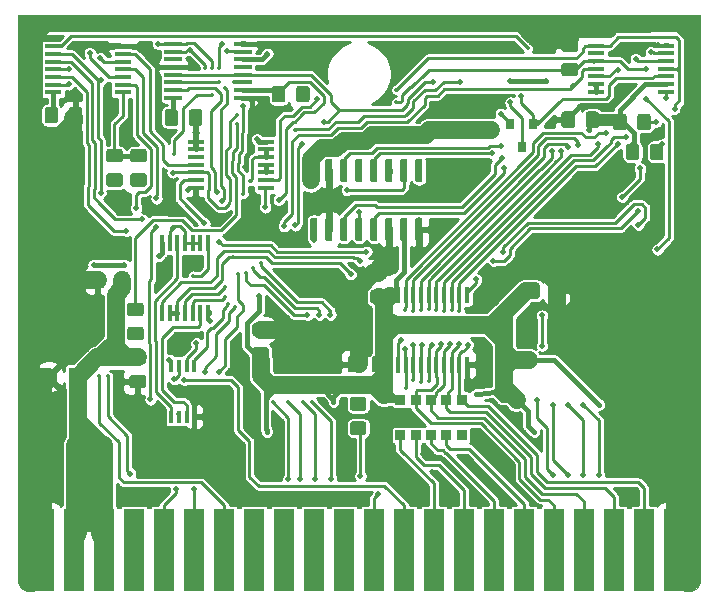
<source format=gbr>
G04 #@! TF.GenerationSoftware,KiCad,Pcbnew,(5.1.5)-3*
G04 #@! TF.CreationDate,2020-08-18T03:56:32-04:00*
G04 #@! TF.ProjectId,c64-cpm-smd,6336342d-6370-46d2-9d73-6d642e6b6963,rev?*
G04 #@! TF.SameCoordinates,Original*
G04 #@! TF.FileFunction,Copper,L1,Top*
G04 #@! TF.FilePolarity,Positive*
%FSLAX46Y46*%
G04 Gerber Fmt 4.6, Leading zero omitted, Abs format (unit mm)*
G04 Created by KiCad (PCBNEW (5.1.5)-3) date 2020-08-18 03:56:32*
%MOMM*%
%LPD*%
G04 APERTURE LIST*
%ADD10C,0.100000*%
%ADD11C,0.500000*%
%ADD12C,1.950000*%
%ADD13R,1.600000X1.600000*%
%ADD14C,1.600000*%
%ADD15R,1.450000X0.450000*%
%ADD16R,1.500000X0.450000*%
%ADD17R,0.450000X1.450000*%
%ADD18R,0.400000X1.100000*%
%ADD19R,0.800000X0.900000*%
%ADD20R,1.750000X7.000000*%
%ADD21R,0.900000X0.900000*%
%ADD22C,0.350000*%
%ADD23C,0.500000*%
%ADD24C,1.500000*%
%ADD25C,0.439000*%
%ADD26C,1.000000*%
%ADD27C,0.288000*%
%ADD28C,0.250000*%
%ADD29C,0.239000*%
G04 APERTURE END LIST*
D10*
G36*
X127444500Y-152019000D02*
G01*
X126746000Y-152019000D01*
X126301500Y-151765000D01*
X126047500Y-151320500D01*
X126047500Y-151066500D01*
X126047500Y-134937500D01*
X127444500Y-134937500D01*
X127444500Y-152019000D01*
G37*
X127444500Y-152019000D02*
X126746000Y-152019000D01*
X126301500Y-151765000D01*
X126047500Y-151320500D01*
X126047500Y-151066500D01*
X126047500Y-134937500D01*
X127444500Y-134937500D01*
X127444500Y-152019000D01*
G36*
X182435500Y-152019000D02*
G01*
X183134000Y-152019000D01*
X183578500Y-151765000D01*
X183832500Y-151320500D01*
X183832500Y-151066500D01*
X183832500Y-134937500D01*
X182435500Y-134937500D01*
X182435500Y-152019000D01*
G37*
X182435500Y-152019000D02*
X183134000Y-152019000D01*
X183578500Y-151765000D01*
X183832500Y-151320500D01*
X183832500Y-151066500D01*
X183832500Y-134937500D01*
X182435500Y-134937500D01*
X182435500Y-152019000D01*
G36*
X126047500Y-134937500D02*
G01*
X126047500Y-103251000D01*
X183832500Y-103251000D01*
X183832500Y-134937500D01*
X182435500Y-134937500D01*
X182435500Y-104711500D01*
X182372000Y-104648000D01*
X127508000Y-104648000D01*
X127444500Y-104711500D01*
X127444500Y-134937500D01*
X126047500Y-134937500D01*
G37*
X126047500Y-134937500D02*
X126047500Y-103251000D01*
X183832500Y-103251000D01*
X183832500Y-134937500D01*
X182435500Y-134937500D01*
X182435500Y-104711500D01*
X182372000Y-104648000D01*
X127508000Y-104648000D01*
X127444500Y-104711500D01*
X127444500Y-134937500D01*
X126047500Y-134937500D01*
D11*
X128066800Y-145351500D02*
G75*
G02X127241300Y-144526000I0J825500D01*
G01*
X182651400Y-144526000D02*
G75*
G02X181825900Y-145351500I-825500J0D01*
G01*
D12*
X130924300Y-147154900D02*
G75*
G02X133235700Y-147205700I1155700J-25400D01*
G01*
D13*
X131127500Y-133921500D03*
D14*
X128627500Y-133921500D03*
G04 #@! TA.AperFunction,SMDPad,CuDef*
D10*
G36*
X136745505Y-114606204D02*
G01*
X136769773Y-114609804D01*
X136793572Y-114615765D01*
X136816671Y-114624030D01*
X136838850Y-114634520D01*
X136859893Y-114647132D01*
X136879599Y-114661747D01*
X136897777Y-114678223D01*
X136914253Y-114696401D01*
X136928868Y-114716107D01*
X136941480Y-114737150D01*
X136951970Y-114759329D01*
X136960235Y-114782428D01*
X136966196Y-114806227D01*
X136969796Y-114830495D01*
X136971000Y-114854999D01*
X136971000Y-115505001D01*
X136969796Y-115529505D01*
X136966196Y-115553773D01*
X136960235Y-115577572D01*
X136951970Y-115600671D01*
X136941480Y-115622850D01*
X136928868Y-115643893D01*
X136914253Y-115663599D01*
X136897777Y-115681777D01*
X136879599Y-115698253D01*
X136859893Y-115712868D01*
X136838850Y-115725480D01*
X136816671Y-115735970D01*
X136793572Y-115744235D01*
X136769773Y-115750196D01*
X136745505Y-115753796D01*
X136721001Y-115755000D01*
X135820999Y-115755000D01*
X135796495Y-115753796D01*
X135772227Y-115750196D01*
X135748428Y-115744235D01*
X135725329Y-115735970D01*
X135703150Y-115725480D01*
X135682107Y-115712868D01*
X135662401Y-115698253D01*
X135644223Y-115681777D01*
X135627747Y-115663599D01*
X135613132Y-115643893D01*
X135600520Y-115622850D01*
X135590030Y-115600671D01*
X135581765Y-115577572D01*
X135575804Y-115553773D01*
X135572204Y-115529505D01*
X135571000Y-115505001D01*
X135571000Y-114854999D01*
X135572204Y-114830495D01*
X135575804Y-114806227D01*
X135581765Y-114782428D01*
X135590030Y-114759329D01*
X135600520Y-114737150D01*
X135613132Y-114716107D01*
X135627747Y-114696401D01*
X135644223Y-114678223D01*
X135662401Y-114661747D01*
X135682107Y-114647132D01*
X135703150Y-114634520D01*
X135725329Y-114624030D01*
X135748428Y-114615765D01*
X135772227Y-114609804D01*
X135796495Y-114606204D01*
X135820999Y-114605000D01*
X136721001Y-114605000D01*
X136745505Y-114606204D01*
G37*
G04 #@! TD.AperFunction*
G04 #@! TA.AperFunction,SMDPad,CuDef*
G36*
X136745505Y-116656204D02*
G01*
X136769773Y-116659804D01*
X136793572Y-116665765D01*
X136816671Y-116674030D01*
X136838850Y-116684520D01*
X136859893Y-116697132D01*
X136879599Y-116711747D01*
X136897777Y-116728223D01*
X136914253Y-116746401D01*
X136928868Y-116766107D01*
X136941480Y-116787150D01*
X136951970Y-116809329D01*
X136960235Y-116832428D01*
X136966196Y-116856227D01*
X136969796Y-116880495D01*
X136971000Y-116904999D01*
X136971000Y-117555001D01*
X136969796Y-117579505D01*
X136966196Y-117603773D01*
X136960235Y-117627572D01*
X136951970Y-117650671D01*
X136941480Y-117672850D01*
X136928868Y-117693893D01*
X136914253Y-117713599D01*
X136897777Y-117731777D01*
X136879599Y-117748253D01*
X136859893Y-117762868D01*
X136838850Y-117775480D01*
X136816671Y-117785970D01*
X136793572Y-117794235D01*
X136769773Y-117800196D01*
X136745505Y-117803796D01*
X136721001Y-117805000D01*
X135820999Y-117805000D01*
X135796495Y-117803796D01*
X135772227Y-117800196D01*
X135748428Y-117794235D01*
X135725329Y-117785970D01*
X135703150Y-117775480D01*
X135682107Y-117762868D01*
X135662401Y-117748253D01*
X135644223Y-117731777D01*
X135627747Y-117713599D01*
X135613132Y-117693893D01*
X135600520Y-117672850D01*
X135590030Y-117650671D01*
X135581765Y-117627572D01*
X135575804Y-117603773D01*
X135572204Y-117579505D01*
X135571000Y-117555001D01*
X135571000Y-116904999D01*
X135572204Y-116880495D01*
X135575804Y-116856227D01*
X135581765Y-116832428D01*
X135590030Y-116809329D01*
X135600520Y-116787150D01*
X135613132Y-116766107D01*
X135627747Y-116746401D01*
X135644223Y-116728223D01*
X135662401Y-116711747D01*
X135682107Y-116697132D01*
X135703150Y-116684520D01*
X135725329Y-116674030D01*
X135748428Y-116665765D01*
X135772227Y-116659804D01*
X135796495Y-116656204D01*
X135820999Y-116655000D01*
X136721001Y-116655000D01*
X136745505Y-116656204D01*
G37*
G04 #@! TD.AperFunction*
G04 #@! TA.AperFunction,SMDPad,CuDef*
G36*
X150536005Y-109283204D02*
G01*
X150560273Y-109286804D01*
X150584072Y-109292765D01*
X150607171Y-109301030D01*
X150629350Y-109311520D01*
X150650393Y-109324132D01*
X150670099Y-109338747D01*
X150688277Y-109355223D01*
X150704753Y-109373401D01*
X150719368Y-109393107D01*
X150731980Y-109414150D01*
X150742470Y-109436329D01*
X150750735Y-109459428D01*
X150756696Y-109483227D01*
X150760296Y-109507495D01*
X150761500Y-109531999D01*
X150761500Y-110432001D01*
X150760296Y-110456505D01*
X150756696Y-110480773D01*
X150750735Y-110504572D01*
X150742470Y-110527671D01*
X150731980Y-110549850D01*
X150719368Y-110570893D01*
X150704753Y-110590599D01*
X150688277Y-110608777D01*
X150670099Y-110625253D01*
X150650393Y-110639868D01*
X150629350Y-110652480D01*
X150607171Y-110662970D01*
X150584072Y-110671235D01*
X150560273Y-110677196D01*
X150536005Y-110680796D01*
X150511501Y-110682000D01*
X149861499Y-110682000D01*
X149836995Y-110680796D01*
X149812727Y-110677196D01*
X149788928Y-110671235D01*
X149765829Y-110662970D01*
X149743650Y-110652480D01*
X149722607Y-110639868D01*
X149702901Y-110625253D01*
X149684723Y-110608777D01*
X149668247Y-110590599D01*
X149653632Y-110570893D01*
X149641020Y-110549850D01*
X149630530Y-110527671D01*
X149622265Y-110504572D01*
X149616304Y-110480773D01*
X149612704Y-110456505D01*
X149611500Y-110432001D01*
X149611500Y-109531999D01*
X149612704Y-109507495D01*
X149616304Y-109483227D01*
X149622265Y-109459428D01*
X149630530Y-109436329D01*
X149641020Y-109414150D01*
X149653632Y-109393107D01*
X149668247Y-109373401D01*
X149684723Y-109355223D01*
X149702901Y-109338747D01*
X149722607Y-109324132D01*
X149743650Y-109311520D01*
X149765829Y-109301030D01*
X149788928Y-109292765D01*
X149812727Y-109286804D01*
X149836995Y-109283204D01*
X149861499Y-109282000D01*
X150511501Y-109282000D01*
X150536005Y-109283204D01*
G37*
G04 #@! TD.AperFunction*
G04 #@! TA.AperFunction,SMDPad,CuDef*
G36*
X148486005Y-109283204D02*
G01*
X148510273Y-109286804D01*
X148534072Y-109292765D01*
X148557171Y-109301030D01*
X148579350Y-109311520D01*
X148600393Y-109324132D01*
X148620099Y-109338747D01*
X148638277Y-109355223D01*
X148654753Y-109373401D01*
X148669368Y-109393107D01*
X148681980Y-109414150D01*
X148692470Y-109436329D01*
X148700735Y-109459428D01*
X148706696Y-109483227D01*
X148710296Y-109507495D01*
X148711500Y-109531999D01*
X148711500Y-110432001D01*
X148710296Y-110456505D01*
X148706696Y-110480773D01*
X148700735Y-110504572D01*
X148692470Y-110527671D01*
X148681980Y-110549850D01*
X148669368Y-110570893D01*
X148654753Y-110590599D01*
X148638277Y-110608777D01*
X148620099Y-110625253D01*
X148600393Y-110639868D01*
X148579350Y-110652480D01*
X148557171Y-110662970D01*
X148534072Y-110671235D01*
X148510273Y-110677196D01*
X148486005Y-110680796D01*
X148461501Y-110682000D01*
X147811499Y-110682000D01*
X147786995Y-110680796D01*
X147762727Y-110677196D01*
X147738928Y-110671235D01*
X147715829Y-110662970D01*
X147693650Y-110652480D01*
X147672607Y-110639868D01*
X147652901Y-110625253D01*
X147634723Y-110608777D01*
X147618247Y-110590599D01*
X147603632Y-110570893D01*
X147591020Y-110549850D01*
X147580530Y-110527671D01*
X147572265Y-110504572D01*
X147566304Y-110480773D01*
X147562704Y-110456505D01*
X147561500Y-110432001D01*
X147561500Y-109531999D01*
X147562704Y-109507495D01*
X147566304Y-109483227D01*
X147572265Y-109459428D01*
X147580530Y-109436329D01*
X147591020Y-109414150D01*
X147603632Y-109393107D01*
X147618247Y-109373401D01*
X147634723Y-109355223D01*
X147652901Y-109338747D01*
X147672607Y-109324132D01*
X147693650Y-109311520D01*
X147715829Y-109301030D01*
X147738928Y-109292765D01*
X147762727Y-109286804D01*
X147786995Y-109283204D01*
X147811499Y-109282000D01*
X148461501Y-109282000D01*
X148486005Y-109283204D01*
G37*
G04 #@! TD.AperFunction*
G04 #@! TA.AperFunction,SMDPad,CuDef*
G36*
X133182505Y-125031204D02*
G01*
X133206773Y-125034804D01*
X133230572Y-125040765D01*
X133253671Y-125049030D01*
X133275850Y-125059520D01*
X133296893Y-125072132D01*
X133316599Y-125086747D01*
X133334777Y-125103223D01*
X133351253Y-125121401D01*
X133365868Y-125141107D01*
X133378480Y-125162150D01*
X133388970Y-125184329D01*
X133397235Y-125207428D01*
X133403196Y-125231227D01*
X133406796Y-125255495D01*
X133408000Y-125279999D01*
X133408000Y-126180001D01*
X133406796Y-126204505D01*
X133403196Y-126228773D01*
X133397235Y-126252572D01*
X133388970Y-126275671D01*
X133378480Y-126297850D01*
X133365868Y-126318893D01*
X133351253Y-126338599D01*
X133334777Y-126356777D01*
X133316599Y-126373253D01*
X133296893Y-126387868D01*
X133275850Y-126400480D01*
X133253671Y-126410970D01*
X133230572Y-126419235D01*
X133206773Y-126425196D01*
X133182505Y-126428796D01*
X133158001Y-126430000D01*
X132507999Y-126430000D01*
X132483495Y-126428796D01*
X132459227Y-126425196D01*
X132435428Y-126419235D01*
X132412329Y-126410970D01*
X132390150Y-126400480D01*
X132369107Y-126387868D01*
X132349401Y-126373253D01*
X132331223Y-126356777D01*
X132314747Y-126338599D01*
X132300132Y-126318893D01*
X132287520Y-126297850D01*
X132277030Y-126275671D01*
X132268765Y-126252572D01*
X132262804Y-126228773D01*
X132259204Y-126204505D01*
X132258000Y-126180001D01*
X132258000Y-125279999D01*
X132259204Y-125255495D01*
X132262804Y-125231227D01*
X132268765Y-125207428D01*
X132277030Y-125184329D01*
X132287520Y-125162150D01*
X132300132Y-125141107D01*
X132314747Y-125121401D01*
X132331223Y-125103223D01*
X132349401Y-125086747D01*
X132369107Y-125072132D01*
X132390150Y-125059520D01*
X132412329Y-125049030D01*
X132435428Y-125040765D01*
X132459227Y-125034804D01*
X132483495Y-125031204D01*
X132507999Y-125030000D01*
X133158001Y-125030000D01*
X133182505Y-125031204D01*
G37*
G04 #@! TD.AperFunction*
G04 #@! TA.AperFunction,SMDPad,CuDef*
G36*
X135232505Y-125031204D02*
G01*
X135256773Y-125034804D01*
X135280572Y-125040765D01*
X135303671Y-125049030D01*
X135325850Y-125059520D01*
X135346893Y-125072132D01*
X135366599Y-125086747D01*
X135384777Y-125103223D01*
X135401253Y-125121401D01*
X135415868Y-125141107D01*
X135428480Y-125162150D01*
X135438970Y-125184329D01*
X135447235Y-125207428D01*
X135453196Y-125231227D01*
X135456796Y-125255495D01*
X135458000Y-125279999D01*
X135458000Y-126180001D01*
X135456796Y-126204505D01*
X135453196Y-126228773D01*
X135447235Y-126252572D01*
X135438970Y-126275671D01*
X135428480Y-126297850D01*
X135415868Y-126318893D01*
X135401253Y-126338599D01*
X135384777Y-126356777D01*
X135366599Y-126373253D01*
X135346893Y-126387868D01*
X135325850Y-126400480D01*
X135303671Y-126410970D01*
X135280572Y-126419235D01*
X135256773Y-126425196D01*
X135232505Y-126428796D01*
X135208001Y-126430000D01*
X134557999Y-126430000D01*
X134533495Y-126428796D01*
X134509227Y-126425196D01*
X134485428Y-126419235D01*
X134462329Y-126410970D01*
X134440150Y-126400480D01*
X134419107Y-126387868D01*
X134399401Y-126373253D01*
X134381223Y-126356777D01*
X134364747Y-126338599D01*
X134350132Y-126318893D01*
X134337520Y-126297850D01*
X134327030Y-126275671D01*
X134318765Y-126252572D01*
X134312804Y-126228773D01*
X134309204Y-126204505D01*
X134308000Y-126180001D01*
X134308000Y-125279999D01*
X134309204Y-125255495D01*
X134312804Y-125231227D01*
X134318765Y-125207428D01*
X134327030Y-125184329D01*
X134337520Y-125162150D01*
X134350132Y-125141107D01*
X134364747Y-125121401D01*
X134381223Y-125103223D01*
X134399401Y-125086747D01*
X134419107Y-125072132D01*
X134440150Y-125059520D01*
X134462329Y-125049030D01*
X134485428Y-125040765D01*
X134509227Y-125034804D01*
X134533495Y-125031204D01*
X134557999Y-125030000D01*
X135208001Y-125030000D01*
X135232505Y-125031204D01*
G37*
G04 #@! TD.AperFunction*
G04 #@! TA.AperFunction,SMDPad,CuDef*
G36*
X129245505Y-111061204D02*
G01*
X129269773Y-111064804D01*
X129293572Y-111070765D01*
X129316671Y-111079030D01*
X129338850Y-111089520D01*
X129359893Y-111102132D01*
X129379599Y-111116747D01*
X129397777Y-111133223D01*
X129414253Y-111151401D01*
X129428868Y-111171107D01*
X129441480Y-111192150D01*
X129451970Y-111214329D01*
X129460235Y-111237428D01*
X129466196Y-111261227D01*
X129469796Y-111285495D01*
X129471000Y-111309999D01*
X129471000Y-112210001D01*
X129469796Y-112234505D01*
X129466196Y-112258773D01*
X129460235Y-112282572D01*
X129451970Y-112305671D01*
X129441480Y-112327850D01*
X129428868Y-112348893D01*
X129414253Y-112368599D01*
X129397777Y-112386777D01*
X129379599Y-112403253D01*
X129359893Y-112417868D01*
X129338850Y-112430480D01*
X129316671Y-112440970D01*
X129293572Y-112449235D01*
X129269773Y-112455196D01*
X129245505Y-112458796D01*
X129221001Y-112460000D01*
X128570999Y-112460000D01*
X128546495Y-112458796D01*
X128522227Y-112455196D01*
X128498428Y-112449235D01*
X128475329Y-112440970D01*
X128453150Y-112430480D01*
X128432107Y-112417868D01*
X128412401Y-112403253D01*
X128394223Y-112386777D01*
X128377747Y-112368599D01*
X128363132Y-112348893D01*
X128350520Y-112327850D01*
X128340030Y-112305671D01*
X128331765Y-112282572D01*
X128325804Y-112258773D01*
X128322204Y-112234505D01*
X128321000Y-112210001D01*
X128321000Y-111309999D01*
X128322204Y-111285495D01*
X128325804Y-111261227D01*
X128331765Y-111237428D01*
X128340030Y-111214329D01*
X128350520Y-111192150D01*
X128363132Y-111171107D01*
X128377747Y-111151401D01*
X128394223Y-111133223D01*
X128412401Y-111116747D01*
X128432107Y-111102132D01*
X128453150Y-111089520D01*
X128475329Y-111079030D01*
X128498428Y-111070765D01*
X128522227Y-111064804D01*
X128546495Y-111061204D01*
X128570999Y-111060000D01*
X129221001Y-111060000D01*
X129245505Y-111061204D01*
G37*
G04 #@! TD.AperFunction*
G04 #@! TA.AperFunction,SMDPad,CuDef*
G36*
X131295505Y-111061204D02*
G01*
X131319773Y-111064804D01*
X131343572Y-111070765D01*
X131366671Y-111079030D01*
X131388850Y-111089520D01*
X131409893Y-111102132D01*
X131429599Y-111116747D01*
X131447777Y-111133223D01*
X131464253Y-111151401D01*
X131478868Y-111171107D01*
X131491480Y-111192150D01*
X131501970Y-111214329D01*
X131510235Y-111237428D01*
X131516196Y-111261227D01*
X131519796Y-111285495D01*
X131521000Y-111309999D01*
X131521000Y-112210001D01*
X131519796Y-112234505D01*
X131516196Y-112258773D01*
X131510235Y-112282572D01*
X131501970Y-112305671D01*
X131491480Y-112327850D01*
X131478868Y-112348893D01*
X131464253Y-112368599D01*
X131447777Y-112386777D01*
X131429599Y-112403253D01*
X131409893Y-112417868D01*
X131388850Y-112430480D01*
X131366671Y-112440970D01*
X131343572Y-112449235D01*
X131319773Y-112455196D01*
X131295505Y-112458796D01*
X131271001Y-112460000D01*
X130620999Y-112460000D01*
X130596495Y-112458796D01*
X130572227Y-112455196D01*
X130548428Y-112449235D01*
X130525329Y-112440970D01*
X130503150Y-112430480D01*
X130482107Y-112417868D01*
X130462401Y-112403253D01*
X130444223Y-112386777D01*
X130427747Y-112368599D01*
X130413132Y-112348893D01*
X130400520Y-112327850D01*
X130390030Y-112305671D01*
X130381765Y-112282572D01*
X130375804Y-112258773D01*
X130372204Y-112234505D01*
X130371000Y-112210001D01*
X130371000Y-111309999D01*
X130372204Y-111285495D01*
X130375804Y-111261227D01*
X130381765Y-111237428D01*
X130390030Y-111214329D01*
X130400520Y-111192150D01*
X130413132Y-111171107D01*
X130427747Y-111151401D01*
X130444223Y-111133223D01*
X130462401Y-111116747D01*
X130482107Y-111102132D01*
X130503150Y-111089520D01*
X130525329Y-111079030D01*
X130548428Y-111070765D01*
X130572227Y-111064804D01*
X130596495Y-111061204D01*
X130620999Y-111060000D01*
X131271001Y-111060000D01*
X131295505Y-111061204D01*
G37*
G04 #@! TD.AperFunction*
G04 #@! TA.AperFunction,SMDPad,CuDef*
G36*
X139405505Y-111251704D02*
G01*
X139429773Y-111255304D01*
X139453572Y-111261265D01*
X139476671Y-111269530D01*
X139498850Y-111280020D01*
X139519893Y-111292632D01*
X139539599Y-111307247D01*
X139557777Y-111323723D01*
X139574253Y-111341901D01*
X139588868Y-111361607D01*
X139601480Y-111382650D01*
X139611970Y-111404829D01*
X139620235Y-111427928D01*
X139626196Y-111451727D01*
X139629796Y-111475995D01*
X139631000Y-111500499D01*
X139631000Y-112400501D01*
X139629796Y-112425005D01*
X139626196Y-112449273D01*
X139620235Y-112473072D01*
X139611970Y-112496171D01*
X139601480Y-112518350D01*
X139588868Y-112539393D01*
X139574253Y-112559099D01*
X139557777Y-112577277D01*
X139539599Y-112593753D01*
X139519893Y-112608368D01*
X139498850Y-112620980D01*
X139476671Y-112631470D01*
X139453572Y-112639735D01*
X139429773Y-112645696D01*
X139405505Y-112649296D01*
X139381001Y-112650500D01*
X138730999Y-112650500D01*
X138706495Y-112649296D01*
X138682227Y-112645696D01*
X138658428Y-112639735D01*
X138635329Y-112631470D01*
X138613150Y-112620980D01*
X138592107Y-112608368D01*
X138572401Y-112593753D01*
X138554223Y-112577277D01*
X138537747Y-112559099D01*
X138523132Y-112539393D01*
X138510520Y-112518350D01*
X138500030Y-112496171D01*
X138491765Y-112473072D01*
X138485804Y-112449273D01*
X138482204Y-112425005D01*
X138481000Y-112400501D01*
X138481000Y-111500499D01*
X138482204Y-111475995D01*
X138485804Y-111451727D01*
X138491765Y-111427928D01*
X138500030Y-111404829D01*
X138510520Y-111382650D01*
X138523132Y-111361607D01*
X138537747Y-111341901D01*
X138554223Y-111323723D01*
X138572401Y-111307247D01*
X138592107Y-111292632D01*
X138613150Y-111280020D01*
X138635329Y-111269530D01*
X138658428Y-111261265D01*
X138682227Y-111255304D01*
X138706495Y-111251704D01*
X138730999Y-111250500D01*
X139381001Y-111250500D01*
X139405505Y-111251704D01*
G37*
G04 #@! TD.AperFunction*
G04 #@! TA.AperFunction,SMDPad,CuDef*
G36*
X141455505Y-111251704D02*
G01*
X141479773Y-111255304D01*
X141503572Y-111261265D01*
X141526671Y-111269530D01*
X141548850Y-111280020D01*
X141569893Y-111292632D01*
X141589599Y-111307247D01*
X141607777Y-111323723D01*
X141624253Y-111341901D01*
X141638868Y-111361607D01*
X141651480Y-111382650D01*
X141661970Y-111404829D01*
X141670235Y-111427928D01*
X141676196Y-111451727D01*
X141679796Y-111475995D01*
X141681000Y-111500499D01*
X141681000Y-112400501D01*
X141679796Y-112425005D01*
X141676196Y-112449273D01*
X141670235Y-112473072D01*
X141661970Y-112496171D01*
X141651480Y-112518350D01*
X141638868Y-112539393D01*
X141624253Y-112559099D01*
X141607777Y-112577277D01*
X141589599Y-112593753D01*
X141569893Y-112608368D01*
X141548850Y-112620980D01*
X141526671Y-112631470D01*
X141503572Y-112639735D01*
X141479773Y-112645696D01*
X141455505Y-112649296D01*
X141431001Y-112650500D01*
X140780999Y-112650500D01*
X140756495Y-112649296D01*
X140732227Y-112645696D01*
X140708428Y-112639735D01*
X140685329Y-112631470D01*
X140663150Y-112620980D01*
X140642107Y-112608368D01*
X140622401Y-112593753D01*
X140604223Y-112577277D01*
X140587747Y-112559099D01*
X140573132Y-112539393D01*
X140560520Y-112518350D01*
X140550030Y-112496171D01*
X140541765Y-112473072D01*
X140535804Y-112449273D01*
X140532204Y-112425005D01*
X140531000Y-112400501D01*
X140531000Y-111500499D01*
X140532204Y-111475995D01*
X140535804Y-111451727D01*
X140541765Y-111427928D01*
X140550030Y-111404829D01*
X140560520Y-111382650D01*
X140573132Y-111361607D01*
X140587747Y-111341901D01*
X140604223Y-111323723D01*
X140622401Y-111307247D01*
X140642107Y-111292632D01*
X140663150Y-111280020D01*
X140685329Y-111269530D01*
X140708428Y-111261265D01*
X140732227Y-111255304D01*
X140756495Y-111251704D01*
X140780999Y-111250500D01*
X141431001Y-111250500D01*
X141455505Y-111251704D01*
G37*
G04 #@! TD.AperFunction*
G04 #@! TA.AperFunction,SMDPad,CuDef*
G36*
X157065505Y-124503204D02*
G01*
X157089773Y-124506804D01*
X157113572Y-124512765D01*
X157136671Y-124521030D01*
X157158850Y-124531520D01*
X157179893Y-124544132D01*
X157199599Y-124558747D01*
X157217777Y-124575223D01*
X157234253Y-124593401D01*
X157248868Y-124613107D01*
X157261480Y-124634150D01*
X157271970Y-124656329D01*
X157280235Y-124679428D01*
X157286196Y-124703227D01*
X157289796Y-124727495D01*
X157291000Y-124751999D01*
X157291000Y-125402001D01*
X157289796Y-125426505D01*
X157286196Y-125450773D01*
X157280235Y-125474572D01*
X157271970Y-125497671D01*
X157261480Y-125519850D01*
X157248868Y-125540893D01*
X157234253Y-125560599D01*
X157217777Y-125578777D01*
X157199599Y-125595253D01*
X157179893Y-125609868D01*
X157158850Y-125622480D01*
X157136671Y-125632970D01*
X157113572Y-125641235D01*
X157089773Y-125647196D01*
X157065505Y-125650796D01*
X157041001Y-125652000D01*
X156140999Y-125652000D01*
X156116495Y-125650796D01*
X156092227Y-125647196D01*
X156068428Y-125641235D01*
X156045329Y-125632970D01*
X156023150Y-125622480D01*
X156002107Y-125609868D01*
X155982401Y-125595253D01*
X155964223Y-125578777D01*
X155947747Y-125560599D01*
X155933132Y-125540893D01*
X155920520Y-125519850D01*
X155910030Y-125497671D01*
X155901765Y-125474572D01*
X155895804Y-125450773D01*
X155892204Y-125426505D01*
X155891000Y-125402001D01*
X155891000Y-124751999D01*
X155892204Y-124727495D01*
X155895804Y-124703227D01*
X155901765Y-124679428D01*
X155910030Y-124656329D01*
X155920520Y-124634150D01*
X155933132Y-124613107D01*
X155947747Y-124593401D01*
X155964223Y-124575223D01*
X155982401Y-124558747D01*
X156002107Y-124544132D01*
X156023150Y-124531520D01*
X156045329Y-124521030D01*
X156068428Y-124512765D01*
X156092227Y-124506804D01*
X156116495Y-124503204D01*
X156140999Y-124502000D01*
X157041001Y-124502000D01*
X157065505Y-124503204D01*
G37*
G04 #@! TD.AperFunction*
G04 #@! TA.AperFunction,SMDPad,CuDef*
G36*
X157065505Y-126553204D02*
G01*
X157089773Y-126556804D01*
X157113572Y-126562765D01*
X157136671Y-126571030D01*
X157158850Y-126581520D01*
X157179893Y-126594132D01*
X157199599Y-126608747D01*
X157217777Y-126625223D01*
X157234253Y-126643401D01*
X157248868Y-126663107D01*
X157261480Y-126684150D01*
X157271970Y-126706329D01*
X157280235Y-126729428D01*
X157286196Y-126753227D01*
X157289796Y-126777495D01*
X157291000Y-126801999D01*
X157291000Y-127452001D01*
X157289796Y-127476505D01*
X157286196Y-127500773D01*
X157280235Y-127524572D01*
X157271970Y-127547671D01*
X157261480Y-127569850D01*
X157248868Y-127590893D01*
X157234253Y-127610599D01*
X157217777Y-127628777D01*
X157199599Y-127645253D01*
X157179893Y-127659868D01*
X157158850Y-127672480D01*
X157136671Y-127682970D01*
X157113572Y-127691235D01*
X157089773Y-127697196D01*
X157065505Y-127700796D01*
X157041001Y-127702000D01*
X156140999Y-127702000D01*
X156116495Y-127700796D01*
X156092227Y-127697196D01*
X156068428Y-127691235D01*
X156045329Y-127682970D01*
X156023150Y-127672480D01*
X156002107Y-127659868D01*
X155982401Y-127645253D01*
X155964223Y-127628777D01*
X155947747Y-127610599D01*
X155933132Y-127590893D01*
X155920520Y-127569850D01*
X155910030Y-127547671D01*
X155901765Y-127524572D01*
X155895804Y-127500773D01*
X155892204Y-127476505D01*
X155891000Y-127452001D01*
X155891000Y-126801999D01*
X155892204Y-126777495D01*
X155895804Y-126753227D01*
X155901765Y-126729428D01*
X155910030Y-126706329D01*
X155920520Y-126684150D01*
X155933132Y-126663107D01*
X155947747Y-126643401D01*
X155964223Y-126625223D01*
X155982401Y-126608747D01*
X156002107Y-126594132D01*
X156023150Y-126581520D01*
X156045329Y-126571030D01*
X156068428Y-126562765D01*
X156092227Y-126556804D01*
X156116495Y-126553204D01*
X156140999Y-126552000D01*
X157041001Y-126552000D01*
X157065505Y-126553204D01*
G37*
G04 #@! TD.AperFunction*
G04 #@! TA.AperFunction,SMDPad,CuDef*
G36*
X156949505Y-132143204D02*
G01*
X156973773Y-132146804D01*
X156997572Y-132152765D01*
X157020671Y-132161030D01*
X157042850Y-132171520D01*
X157063893Y-132184132D01*
X157083599Y-132198747D01*
X157101777Y-132215223D01*
X157118253Y-132233401D01*
X157132868Y-132253107D01*
X157145480Y-132274150D01*
X157155970Y-132296329D01*
X157164235Y-132319428D01*
X157170196Y-132343227D01*
X157173796Y-132367495D01*
X157175000Y-132391999D01*
X157175000Y-133292001D01*
X157173796Y-133316505D01*
X157170196Y-133340773D01*
X157164235Y-133364572D01*
X157155970Y-133387671D01*
X157145480Y-133409850D01*
X157132868Y-133430893D01*
X157118253Y-133450599D01*
X157101777Y-133468777D01*
X157083599Y-133485253D01*
X157063893Y-133499868D01*
X157042850Y-133512480D01*
X157020671Y-133522970D01*
X156997572Y-133531235D01*
X156973773Y-133537196D01*
X156949505Y-133540796D01*
X156925001Y-133542000D01*
X156274999Y-133542000D01*
X156250495Y-133540796D01*
X156226227Y-133537196D01*
X156202428Y-133531235D01*
X156179329Y-133522970D01*
X156157150Y-133512480D01*
X156136107Y-133499868D01*
X156116401Y-133485253D01*
X156098223Y-133468777D01*
X156081747Y-133450599D01*
X156067132Y-133430893D01*
X156054520Y-133409850D01*
X156044030Y-133387671D01*
X156035765Y-133364572D01*
X156029804Y-133340773D01*
X156026204Y-133316505D01*
X156025000Y-133292001D01*
X156025000Y-132391999D01*
X156026204Y-132367495D01*
X156029804Y-132343227D01*
X156035765Y-132319428D01*
X156044030Y-132296329D01*
X156054520Y-132274150D01*
X156067132Y-132253107D01*
X156081747Y-132233401D01*
X156098223Y-132215223D01*
X156116401Y-132198747D01*
X156136107Y-132184132D01*
X156157150Y-132171520D01*
X156179329Y-132161030D01*
X156202428Y-132152765D01*
X156226227Y-132146804D01*
X156250495Y-132143204D01*
X156274999Y-132142000D01*
X156925001Y-132142000D01*
X156949505Y-132143204D01*
G37*
G04 #@! TD.AperFunction*
G04 #@! TA.AperFunction,SMDPad,CuDef*
G36*
X154899505Y-132143204D02*
G01*
X154923773Y-132146804D01*
X154947572Y-132152765D01*
X154970671Y-132161030D01*
X154992850Y-132171520D01*
X155013893Y-132184132D01*
X155033599Y-132198747D01*
X155051777Y-132215223D01*
X155068253Y-132233401D01*
X155082868Y-132253107D01*
X155095480Y-132274150D01*
X155105970Y-132296329D01*
X155114235Y-132319428D01*
X155120196Y-132343227D01*
X155123796Y-132367495D01*
X155125000Y-132391999D01*
X155125000Y-133292001D01*
X155123796Y-133316505D01*
X155120196Y-133340773D01*
X155114235Y-133364572D01*
X155105970Y-133387671D01*
X155095480Y-133409850D01*
X155082868Y-133430893D01*
X155068253Y-133450599D01*
X155051777Y-133468777D01*
X155033599Y-133485253D01*
X155013893Y-133499868D01*
X154992850Y-133512480D01*
X154970671Y-133522970D01*
X154947572Y-133531235D01*
X154923773Y-133537196D01*
X154899505Y-133540796D01*
X154875001Y-133542000D01*
X154224999Y-133542000D01*
X154200495Y-133540796D01*
X154176227Y-133537196D01*
X154152428Y-133531235D01*
X154129329Y-133522970D01*
X154107150Y-133512480D01*
X154086107Y-133499868D01*
X154066401Y-133485253D01*
X154048223Y-133468777D01*
X154031747Y-133450599D01*
X154017132Y-133430893D01*
X154004520Y-133409850D01*
X153994030Y-133387671D01*
X153985765Y-133364572D01*
X153979804Y-133340773D01*
X153976204Y-133316505D01*
X153975000Y-133292001D01*
X153975000Y-132391999D01*
X153976204Y-132367495D01*
X153979804Y-132343227D01*
X153985765Y-132319428D01*
X153994030Y-132296329D01*
X154004520Y-132274150D01*
X154017132Y-132253107D01*
X154031747Y-132233401D01*
X154048223Y-132215223D01*
X154066401Y-132198747D01*
X154086107Y-132184132D01*
X154107150Y-132171520D01*
X154129329Y-132161030D01*
X154152428Y-132152765D01*
X154176227Y-132146804D01*
X154200495Y-132143204D01*
X154224999Y-132142000D01*
X154875001Y-132142000D01*
X154899505Y-132143204D01*
G37*
G04 #@! TD.AperFunction*
G04 #@! TA.AperFunction,SMDPad,CuDef*
G36*
X172062505Y-125920204D02*
G01*
X172086773Y-125923804D01*
X172110572Y-125929765D01*
X172133671Y-125938030D01*
X172155850Y-125948520D01*
X172176893Y-125961132D01*
X172196599Y-125975747D01*
X172214777Y-125992223D01*
X172231253Y-126010401D01*
X172245868Y-126030107D01*
X172258480Y-126051150D01*
X172268970Y-126073329D01*
X172277235Y-126096428D01*
X172283196Y-126120227D01*
X172286796Y-126144495D01*
X172288000Y-126168999D01*
X172288000Y-127069001D01*
X172286796Y-127093505D01*
X172283196Y-127117773D01*
X172277235Y-127141572D01*
X172268970Y-127164671D01*
X172258480Y-127186850D01*
X172245868Y-127207893D01*
X172231253Y-127227599D01*
X172214777Y-127245777D01*
X172196599Y-127262253D01*
X172176893Y-127276868D01*
X172155850Y-127289480D01*
X172133671Y-127299970D01*
X172110572Y-127308235D01*
X172086773Y-127314196D01*
X172062505Y-127317796D01*
X172038001Y-127319000D01*
X171387999Y-127319000D01*
X171363495Y-127317796D01*
X171339227Y-127314196D01*
X171315428Y-127308235D01*
X171292329Y-127299970D01*
X171270150Y-127289480D01*
X171249107Y-127276868D01*
X171229401Y-127262253D01*
X171211223Y-127245777D01*
X171194747Y-127227599D01*
X171180132Y-127207893D01*
X171167520Y-127186850D01*
X171157030Y-127164671D01*
X171148765Y-127141572D01*
X171142804Y-127117773D01*
X171139204Y-127093505D01*
X171138000Y-127069001D01*
X171138000Y-126168999D01*
X171139204Y-126144495D01*
X171142804Y-126120227D01*
X171148765Y-126096428D01*
X171157030Y-126073329D01*
X171167520Y-126051150D01*
X171180132Y-126030107D01*
X171194747Y-126010401D01*
X171211223Y-125992223D01*
X171229401Y-125975747D01*
X171249107Y-125961132D01*
X171270150Y-125948520D01*
X171292329Y-125938030D01*
X171315428Y-125929765D01*
X171339227Y-125923804D01*
X171363495Y-125920204D01*
X171387999Y-125919000D01*
X172038001Y-125919000D01*
X172062505Y-125920204D01*
G37*
G04 #@! TD.AperFunction*
G04 #@! TA.AperFunction,SMDPad,CuDef*
G36*
X170012505Y-125920204D02*
G01*
X170036773Y-125923804D01*
X170060572Y-125929765D01*
X170083671Y-125938030D01*
X170105850Y-125948520D01*
X170126893Y-125961132D01*
X170146599Y-125975747D01*
X170164777Y-125992223D01*
X170181253Y-126010401D01*
X170195868Y-126030107D01*
X170208480Y-126051150D01*
X170218970Y-126073329D01*
X170227235Y-126096428D01*
X170233196Y-126120227D01*
X170236796Y-126144495D01*
X170238000Y-126168999D01*
X170238000Y-127069001D01*
X170236796Y-127093505D01*
X170233196Y-127117773D01*
X170227235Y-127141572D01*
X170218970Y-127164671D01*
X170208480Y-127186850D01*
X170195868Y-127207893D01*
X170181253Y-127227599D01*
X170164777Y-127245777D01*
X170146599Y-127262253D01*
X170126893Y-127276868D01*
X170105850Y-127289480D01*
X170083671Y-127299970D01*
X170060572Y-127308235D01*
X170036773Y-127314196D01*
X170012505Y-127317796D01*
X169988001Y-127319000D01*
X169337999Y-127319000D01*
X169313495Y-127317796D01*
X169289227Y-127314196D01*
X169265428Y-127308235D01*
X169242329Y-127299970D01*
X169220150Y-127289480D01*
X169199107Y-127276868D01*
X169179401Y-127262253D01*
X169161223Y-127245777D01*
X169144747Y-127227599D01*
X169130132Y-127207893D01*
X169117520Y-127186850D01*
X169107030Y-127164671D01*
X169098765Y-127141572D01*
X169092804Y-127117773D01*
X169089204Y-127093505D01*
X169088000Y-127069001D01*
X169088000Y-126168999D01*
X169089204Y-126144495D01*
X169092804Y-126120227D01*
X169098765Y-126096428D01*
X169107030Y-126073329D01*
X169117520Y-126051150D01*
X169130132Y-126030107D01*
X169144747Y-126010401D01*
X169161223Y-125992223D01*
X169179401Y-125975747D01*
X169199107Y-125961132D01*
X169220150Y-125948520D01*
X169242329Y-125938030D01*
X169265428Y-125929765D01*
X169289227Y-125923804D01*
X169313495Y-125920204D01*
X169337999Y-125919000D01*
X169988001Y-125919000D01*
X170012505Y-125920204D01*
G37*
G04 #@! TD.AperFunction*
G04 #@! TA.AperFunction,SMDPad,CuDef*
G36*
X172997005Y-111442204D02*
G01*
X173021273Y-111445804D01*
X173045072Y-111451765D01*
X173068171Y-111460030D01*
X173090350Y-111470520D01*
X173111393Y-111483132D01*
X173131099Y-111497747D01*
X173149277Y-111514223D01*
X173165753Y-111532401D01*
X173180368Y-111552107D01*
X173192980Y-111573150D01*
X173203470Y-111595329D01*
X173211735Y-111618428D01*
X173217696Y-111642227D01*
X173221296Y-111666495D01*
X173222500Y-111690999D01*
X173222500Y-112591001D01*
X173221296Y-112615505D01*
X173217696Y-112639773D01*
X173211735Y-112663572D01*
X173203470Y-112686671D01*
X173192980Y-112708850D01*
X173180368Y-112729893D01*
X173165753Y-112749599D01*
X173149277Y-112767777D01*
X173131099Y-112784253D01*
X173111393Y-112798868D01*
X173090350Y-112811480D01*
X173068171Y-112821970D01*
X173045072Y-112830235D01*
X173021273Y-112836196D01*
X172997005Y-112839796D01*
X172972501Y-112841000D01*
X172322499Y-112841000D01*
X172297995Y-112839796D01*
X172273727Y-112836196D01*
X172249928Y-112830235D01*
X172226829Y-112821970D01*
X172204650Y-112811480D01*
X172183607Y-112798868D01*
X172163901Y-112784253D01*
X172145723Y-112767777D01*
X172129247Y-112749599D01*
X172114632Y-112729893D01*
X172102020Y-112708850D01*
X172091530Y-112686671D01*
X172083265Y-112663572D01*
X172077304Y-112639773D01*
X172073704Y-112615505D01*
X172072500Y-112591001D01*
X172072500Y-111690999D01*
X172073704Y-111666495D01*
X172077304Y-111642227D01*
X172083265Y-111618428D01*
X172091530Y-111595329D01*
X172102020Y-111573150D01*
X172114632Y-111552107D01*
X172129247Y-111532401D01*
X172145723Y-111514223D01*
X172163901Y-111497747D01*
X172183607Y-111483132D01*
X172204650Y-111470520D01*
X172226829Y-111460030D01*
X172249928Y-111451765D01*
X172273727Y-111445804D01*
X172297995Y-111442204D01*
X172322499Y-111441000D01*
X172972501Y-111441000D01*
X172997005Y-111442204D01*
G37*
G04 #@! TD.AperFunction*
G04 #@! TA.AperFunction,SMDPad,CuDef*
G36*
X175047005Y-111442204D02*
G01*
X175071273Y-111445804D01*
X175095072Y-111451765D01*
X175118171Y-111460030D01*
X175140350Y-111470520D01*
X175161393Y-111483132D01*
X175181099Y-111497747D01*
X175199277Y-111514223D01*
X175215753Y-111532401D01*
X175230368Y-111552107D01*
X175242980Y-111573150D01*
X175253470Y-111595329D01*
X175261735Y-111618428D01*
X175267696Y-111642227D01*
X175271296Y-111666495D01*
X175272500Y-111690999D01*
X175272500Y-112591001D01*
X175271296Y-112615505D01*
X175267696Y-112639773D01*
X175261735Y-112663572D01*
X175253470Y-112686671D01*
X175242980Y-112708850D01*
X175230368Y-112729893D01*
X175215753Y-112749599D01*
X175199277Y-112767777D01*
X175181099Y-112784253D01*
X175161393Y-112798868D01*
X175140350Y-112811480D01*
X175118171Y-112821970D01*
X175095072Y-112830235D01*
X175071273Y-112836196D01*
X175047005Y-112839796D01*
X175022501Y-112841000D01*
X174372499Y-112841000D01*
X174347995Y-112839796D01*
X174323727Y-112836196D01*
X174299928Y-112830235D01*
X174276829Y-112821970D01*
X174254650Y-112811480D01*
X174233607Y-112798868D01*
X174213901Y-112784253D01*
X174195723Y-112767777D01*
X174179247Y-112749599D01*
X174164632Y-112729893D01*
X174152020Y-112708850D01*
X174141530Y-112686671D01*
X174133265Y-112663572D01*
X174127304Y-112639773D01*
X174123704Y-112615505D01*
X174122500Y-112591001D01*
X174122500Y-111690999D01*
X174123704Y-111666495D01*
X174127304Y-111642227D01*
X174133265Y-111618428D01*
X174141530Y-111595329D01*
X174152020Y-111573150D01*
X174164632Y-111552107D01*
X174179247Y-111532401D01*
X174195723Y-111514223D01*
X174213901Y-111497747D01*
X174233607Y-111483132D01*
X174254650Y-111470520D01*
X174276829Y-111460030D01*
X174299928Y-111451765D01*
X174323727Y-111445804D01*
X174347995Y-111442204D01*
X174372499Y-111441000D01*
X175022501Y-111441000D01*
X175047005Y-111442204D01*
G37*
G04 #@! TD.AperFunction*
G04 #@! TA.AperFunction,SMDPad,CuDef*
G36*
X147096005Y-131388204D02*
G01*
X147120273Y-131391804D01*
X147144072Y-131397765D01*
X147167171Y-131406030D01*
X147189350Y-131416520D01*
X147210393Y-131429132D01*
X147230099Y-131443747D01*
X147248277Y-131460223D01*
X147264753Y-131478401D01*
X147279368Y-131498107D01*
X147291980Y-131519150D01*
X147302470Y-131541329D01*
X147310735Y-131564428D01*
X147316696Y-131588227D01*
X147320296Y-131612495D01*
X147321500Y-131636999D01*
X147321500Y-132287001D01*
X147320296Y-132311505D01*
X147316696Y-132335773D01*
X147310735Y-132359572D01*
X147302470Y-132382671D01*
X147291980Y-132404850D01*
X147279368Y-132425893D01*
X147264753Y-132445599D01*
X147248277Y-132463777D01*
X147230099Y-132480253D01*
X147210393Y-132494868D01*
X147189350Y-132507480D01*
X147167171Y-132517970D01*
X147144072Y-132526235D01*
X147120273Y-132532196D01*
X147096005Y-132535796D01*
X147071501Y-132537000D01*
X146171499Y-132537000D01*
X146146995Y-132535796D01*
X146122727Y-132532196D01*
X146098928Y-132526235D01*
X146075829Y-132517970D01*
X146053650Y-132507480D01*
X146032607Y-132494868D01*
X146012901Y-132480253D01*
X145994723Y-132463777D01*
X145978247Y-132445599D01*
X145963632Y-132425893D01*
X145951020Y-132404850D01*
X145940530Y-132382671D01*
X145932265Y-132359572D01*
X145926304Y-132335773D01*
X145922704Y-132311505D01*
X145921500Y-132287001D01*
X145921500Y-131636999D01*
X145922704Y-131612495D01*
X145926304Y-131588227D01*
X145932265Y-131564428D01*
X145940530Y-131541329D01*
X145951020Y-131519150D01*
X145963632Y-131498107D01*
X145978247Y-131478401D01*
X145994723Y-131460223D01*
X146012901Y-131443747D01*
X146032607Y-131429132D01*
X146053650Y-131416520D01*
X146075829Y-131406030D01*
X146098928Y-131397765D01*
X146122727Y-131391804D01*
X146146995Y-131388204D01*
X146171499Y-131387000D01*
X147071501Y-131387000D01*
X147096005Y-131388204D01*
G37*
G04 #@! TD.AperFunction*
G04 #@! TA.AperFunction,SMDPad,CuDef*
G36*
X147096005Y-129338204D02*
G01*
X147120273Y-129341804D01*
X147144072Y-129347765D01*
X147167171Y-129356030D01*
X147189350Y-129366520D01*
X147210393Y-129379132D01*
X147230099Y-129393747D01*
X147248277Y-129410223D01*
X147264753Y-129428401D01*
X147279368Y-129448107D01*
X147291980Y-129469150D01*
X147302470Y-129491329D01*
X147310735Y-129514428D01*
X147316696Y-129538227D01*
X147320296Y-129562495D01*
X147321500Y-129586999D01*
X147321500Y-130237001D01*
X147320296Y-130261505D01*
X147316696Y-130285773D01*
X147310735Y-130309572D01*
X147302470Y-130332671D01*
X147291980Y-130354850D01*
X147279368Y-130375893D01*
X147264753Y-130395599D01*
X147248277Y-130413777D01*
X147230099Y-130430253D01*
X147210393Y-130444868D01*
X147189350Y-130457480D01*
X147167171Y-130467970D01*
X147144072Y-130476235D01*
X147120273Y-130482196D01*
X147096005Y-130485796D01*
X147071501Y-130487000D01*
X146171499Y-130487000D01*
X146146995Y-130485796D01*
X146122727Y-130482196D01*
X146098928Y-130476235D01*
X146075829Y-130467970D01*
X146053650Y-130457480D01*
X146032607Y-130444868D01*
X146012901Y-130430253D01*
X145994723Y-130413777D01*
X145978247Y-130395599D01*
X145963632Y-130375893D01*
X145951020Y-130354850D01*
X145940530Y-130332671D01*
X145932265Y-130309572D01*
X145926304Y-130285773D01*
X145922704Y-130261505D01*
X145921500Y-130237001D01*
X145921500Y-129586999D01*
X145922704Y-129562495D01*
X145926304Y-129538227D01*
X145932265Y-129514428D01*
X145940530Y-129491329D01*
X145951020Y-129469150D01*
X145963632Y-129448107D01*
X145978247Y-129428401D01*
X145994723Y-129410223D01*
X146012901Y-129393747D01*
X146032607Y-129379132D01*
X146053650Y-129366520D01*
X146075829Y-129356030D01*
X146098928Y-129347765D01*
X146122727Y-129341804D01*
X146146995Y-129338204D01*
X146171499Y-129337000D01*
X147071501Y-129337000D01*
X147096005Y-129338204D01*
G37*
G04 #@! TD.AperFunction*
G04 #@! TA.AperFunction,SMDPad,CuDef*
G36*
X173258005Y-105271704D02*
G01*
X173282273Y-105275304D01*
X173306072Y-105281265D01*
X173329171Y-105289530D01*
X173351350Y-105300020D01*
X173372393Y-105312632D01*
X173392099Y-105327247D01*
X173410277Y-105343723D01*
X173426753Y-105361901D01*
X173441368Y-105381607D01*
X173453980Y-105402650D01*
X173464470Y-105424829D01*
X173472735Y-105447928D01*
X173478696Y-105471727D01*
X173482296Y-105495995D01*
X173483500Y-105520499D01*
X173483500Y-106170501D01*
X173482296Y-106195005D01*
X173478696Y-106219273D01*
X173472735Y-106243072D01*
X173464470Y-106266171D01*
X173453980Y-106288350D01*
X173441368Y-106309393D01*
X173426753Y-106329099D01*
X173410277Y-106347277D01*
X173392099Y-106363753D01*
X173372393Y-106378368D01*
X173351350Y-106390980D01*
X173329171Y-106401470D01*
X173306072Y-106409735D01*
X173282273Y-106415696D01*
X173258005Y-106419296D01*
X173233501Y-106420500D01*
X172333499Y-106420500D01*
X172308995Y-106419296D01*
X172284727Y-106415696D01*
X172260928Y-106409735D01*
X172237829Y-106401470D01*
X172215650Y-106390980D01*
X172194607Y-106378368D01*
X172174901Y-106363753D01*
X172156723Y-106347277D01*
X172140247Y-106329099D01*
X172125632Y-106309393D01*
X172113020Y-106288350D01*
X172102530Y-106266171D01*
X172094265Y-106243072D01*
X172088304Y-106219273D01*
X172084704Y-106195005D01*
X172083500Y-106170501D01*
X172083500Y-105520499D01*
X172084704Y-105495995D01*
X172088304Y-105471727D01*
X172094265Y-105447928D01*
X172102530Y-105424829D01*
X172113020Y-105402650D01*
X172125632Y-105381607D01*
X172140247Y-105361901D01*
X172156723Y-105343723D01*
X172174901Y-105327247D01*
X172194607Y-105312632D01*
X172215650Y-105300020D01*
X172237829Y-105289530D01*
X172260928Y-105281265D01*
X172284727Y-105275304D01*
X172308995Y-105271704D01*
X172333499Y-105270500D01*
X173233501Y-105270500D01*
X173258005Y-105271704D01*
G37*
G04 #@! TD.AperFunction*
G04 #@! TA.AperFunction,SMDPad,CuDef*
G36*
X173258005Y-107321704D02*
G01*
X173282273Y-107325304D01*
X173306072Y-107331265D01*
X173329171Y-107339530D01*
X173351350Y-107350020D01*
X173372393Y-107362632D01*
X173392099Y-107377247D01*
X173410277Y-107393723D01*
X173426753Y-107411901D01*
X173441368Y-107431607D01*
X173453980Y-107452650D01*
X173464470Y-107474829D01*
X173472735Y-107497928D01*
X173478696Y-107521727D01*
X173482296Y-107545995D01*
X173483500Y-107570499D01*
X173483500Y-108220501D01*
X173482296Y-108245005D01*
X173478696Y-108269273D01*
X173472735Y-108293072D01*
X173464470Y-108316171D01*
X173453980Y-108338350D01*
X173441368Y-108359393D01*
X173426753Y-108379099D01*
X173410277Y-108397277D01*
X173392099Y-108413753D01*
X173372393Y-108428368D01*
X173351350Y-108440980D01*
X173329171Y-108451470D01*
X173306072Y-108459735D01*
X173282273Y-108465696D01*
X173258005Y-108469296D01*
X173233501Y-108470500D01*
X172333499Y-108470500D01*
X172308995Y-108469296D01*
X172284727Y-108465696D01*
X172260928Y-108459735D01*
X172237829Y-108451470D01*
X172215650Y-108440980D01*
X172194607Y-108428368D01*
X172174901Y-108413753D01*
X172156723Y-108397277D01*
X172140247Y-108379099D01*
X172125632Y-108359393D01*
X172113020Y-108338350D01*
X172102530Y-108316171D01*
X172094265Y-108293072D01*
X172088304Y-108269273D01*
X172084704Y-108245005D01*
X172083500Y-108220501D01*
X172083500Y-107570499D01*
X172084704Y-107545995D01*
X172088304Y-107521727D01*
X172094265Y-107497928D01*
X172102530Y-107474829D01*
X172113020Y-107452650D01*
X172125632Y-107431607D01*
X172140247Y-107411901D01*
X172156723Y-107393723D01*
X172174901Y-107377247D01*
X172194607Y-107362632D01*
X172215650Y-107350020D01*
X172237829Y-107339530D01*
X172260928Y-107331265D01*
X172284727Y-107325304D01*
X172308995Y-107321704D01*
X172333499Y-107320500D01*
X173233501Y-107320500D01*
X173258005Y-107321704D01*
G37*
G04 #@! TD.AperFunction*
G04 #@! TA.AperFunction,SMDPad,CuDef*
G36*
X134713505Y-114606204D02*
G01*
X134737773Y-114609804D01*
X134761572Y-114615765D01*
X134784671Y-114624030D01*
X134806850Y-114634520D01*
X134827893Y-114647132D01*
X134847599Y-114661747D01*
X134865777Y-114678223D01*
X134882253Y-114696401D01*
X134896868Y-114716107D01*
X134909480Y-114737150D01*
X134919970Y-114759329D01*
X134928235Y-114782428D01*
X134934196Y-114806227D01*
X134937796Y-114830495D01*
X134939000Y-114854999D01*
X134939000Y-115505001D01*
X134937796Y-115529505D01*
X134934196Y-115553773D01*
X134928235Y-115577572D01*
X134919970Y-115600671D01*
X134909480Y-115622850D01*
X134896868Y-115643893D01*
X134882253Y-115663599D01*
X134865777Y-115681777D01*
X134847599Y-115698253D01*
X134827893Y-115712868D01*
X134806850Y-115725480D01*
X134784671Y-115735970D01*
X134761572Y-115744235D01*
X134737773Y-115750196D01*
X134713505Y-115753796D01*
X134689001Y-115755000D01*
X133788999Y-115755000D01*
X133764495Y-115753796D01*
X133740227Y-115750196D01*
X133716428Y-115744235D01*
X133693329Y-115735970D01*
X133671150Y-115725480D01*
X133650107Y-115712868D01*
X133630401Y-115698253D01*
X133612223Y-115681777D01*
X133595747Y-115663599D01*
X133581132Y-115643893D01*
X133568520Y-115622850D01*
X133558030Y-115600671D01*
X133549765Y-115577572D01*
X133543804Y-115553773D01*
X133540204Y-115529505D01*
X133539000Y-115505001D01*
X133539000Y-114854999D01*
X133540204Y-114830495D01*
X133543804Y-114806227D01*
X133549765Y-114782428D01*
X133558030Y-114759329D01*
X133568520Y-114737150D01*
X133581132Y-114716107D01*
X133595747Y-114696401D01*
X133612223Y-114678223D01*
X133630401Y-114661747D01*
X133650107Y-114647132D01*
X133671150Y-114634520D01*
X133693329Y-114624030D01*
X133716428Y-114615765D01*
X133740227Y-114609804D01*
X133764495Y-114606204D01*
X133788999Y-114605000D01*
X134689001Y-114605000D01*
X134713505Y-114606204D01*
G37*
G04 #@! TD.AperFunction*
G04 #@! TA.AperFunction,SMDPad,CuDef*
G36*
X134713505Y-116656204D02*
G01*
X134737773Y-116659804D01*
X134761572Y-116665765D01*
X134784671Y-116674030D01*
X134806850Y-116684520D01*
X134827893Y-116697132D01*
X134847599Y-116711747D01*
X134865777Y-116728223D01*
X134882253Y-116746401D01*
X134896868Y-116766107D01*
X134909480Y-116787150D01*
X134919970Y-116809329D01*
X134928235Y-116832428D01*
X134934196Y-116856227D01*
X134937796Y-116880495D01*
X134939000Y-116904999D01*
X134939000Y-117555001D01*
X134937796Y-117579505D01*
X134934196Y-117603773D01*
X134928235Y-117627572D01*
X134919970Y-117650671D01*
X134909480Y-117672850D01*
X134896868Y-117693893D01*
X134882253Y-117713599D01*
X134865777Y-117731777D01*
X134847599Y-117748253D01*
X134827893Y-117762868D01*
X134806850Y-117775480D01*
X134784671Y-117785970D01*
X134761572Y-117794235D01*
X134737773Y-117800196D01*
X134713505Y-117803796D01*
X134689001Y-117805000D01*
X133788999Y-117805000D01*
X133764495Y-117803796D01*
X133740227Y-117800196D01*
X133716428Y-117794235D01*
X133693329Y-117785970D01*
X133671150Y-117775480D01*
X133650107Y-117762868D01*
X133630401Y-117748253D01*
X133612223Y-117731777D01*
X133595747Y-117713599D01*
X133581132Y-117693893D01*
X133568520Y-117672850D01*
X133558030Y-117650671D01*
X133549765Y-117627572D01*
X133543804Y-117603773D01*
X133540204Y-117579505D01*
X133539000Y-117555001D01*
X133539000Y-116904999D01*
X133540204Y-116880495D01*
X133543804Y-116856227D01*
X133549765Y-116832428D01*
X133558030Y-116809329D01*
X133568520Y-116787150D01*
X133581132Y-116766107D01*
X133595747Y-116746401D01*
X133612223Y-116728223D01*
X133630401Y-116711747D01*
X133650107Y-116697132D01*
X133671150Y-116684520D01*
X133693329Y-116674030D01*
X133716428Y-116665765D01*
X133740227Y-116659804D01*
X133764495Y-116656204D01*
X133788999Y-116655000D01*
X134689001Y-116655000D01*
X134713505Y-116656204D01*
G37*
G04 #@! TD.AperFunction*
G04 #@! TA.AperFunction,SMDPad,CuDef*
G36*
X155351005Y-137674704D02*
G01*
X155375273Y-137678304D01*
X155399072Y-137684265D01*
X155422171Y-137692530D01*
X155444350Y-137703020D01*
X155465393Y-137715632D01*
X155485099Y-137730247D01*
X155503277Y-137746723D01*
X155519753Y-137764901D01*
X155534368Y-137784607D01*
X155546980Y-137805650D01*
X155557470Y-137827829D01*
X155565735Y-137850928D01*
X155571696Y-137874727D01*
X155575296Y-137898995D01*
X155576500Y-137923499D01*
X155576500Y-138573501D01*
X155575296Y-138598005D01*
X155571696Y-138622273D01*
X155565735Y-138646072D01*
X155557470Y-138669171D01*
X155546980Y-138691350D01*
X155534368Y-138712393D01*
X155519753Y-138732099D01*
X155503277Y-138750277D01*
X155485099Y-138766753D01*
X155465393Y-138781368D01*
X155444350Y-138793980D01*
X155422171Y-138804470D01*
X155399072Y-138812735D01*
X155375273Y-138818696D01*
X155351005Y-138822296D01*
X155326501Y-138823500D01*
X154426499Y-138823500D01*
X154401995Y-138822296D01*
X154377727Y-138818696D01*
X154353928Y-138812735D01*
X154330829Y-138804470D01*
X154308650Y-138793980D01*
X154287607Y-138781368D01*
X154267901Y-138766753D01*
X154249723Y-138750277D01*
X154233247Y-138732099D01*
X154218632Y-138712393D01*
X154206020Y-138691350D01*
X154195530Y-138669171D01*
X154187265Y-138646072D01*
X154181304Y-138622273D01*
X154177704Y-138598005D01*
X154176500Y-138573501D01*
X154176500Y-137923499D01*
X154177704Y-137898995D01*
X154181304Y-137874727D01*
X154187265Y-137850928D01*
X154195530Y-137827829D01*
X154206020Y-137805650D01*
X154218632Y-137784607D01*
X154233247Y-137764901D01*
X154249723Y-137746723D01*
X154267901Y-137730247D01*
X154287607Y-137715632D01*
X154308650Y-137703020D01*
X154330829Y-137692530D01*
X154353928Y-137684265D01*
X154377727Y-137678304D01*
X154401995Y-137674704D01*
X154426499Y-137673500D01*
X155326501Y-137673500D01*
X155351005Y-137674704D01*
G37*
G04 #@! TD.AperFunction*
G04 #@! TA.AperFunction,SMDPad,CuDef*
G36*
X155351005Y-135624704D02*
G01*
X155375273Y-135628304D01*
X155399072Y-135634265D01*
X155422171Y-135642530D01*
X155444350Y-135653020D01*
X155465393Y-135665632D01*
X155485099Y-135680247D01*
X155503277Y-135696723D01*
X155519753Y-135714901D01*
X155534368Y-135734607D01*
X155546980Y-135755650D01*
X155557470Y-135777829D01*
X155565735Y-135800928D01*
X155571696Y-135824727D01*
X155575296Y-135848995D01*
X155576500Y-135873499D01*
X155576500Y-136523501D01*
X155575296Y-136548005D01*
X155571696Y-136572273D01*
X155565735Y-136596072D01*
X155557470Y-136619171D01*
X155546980Y-136641350D01*
X155534368Y-136662393D01*
X155519753Y-136682099D01*
X155503277Y-136700277D01*
X155485099Y-136716753D01*
X155465393Y-136731368D01*
X155444350Y-136743980D01*
X155422171Y-136754470D01*
X155399072Y-136762735D01*
X155375273Y-136768696D01*
X155351005Y-136772296D01*
X155326501Y-136773500D01*
X154426499Y-136773500D01*
X154401995Y-136772296D01*
X154377727Y-136768696D01*
X154353928Y-136762735D01*
X154330829Y-136754470D01*
X154308650Y-136743980D01*
X154287607Y-136731368D01*
X154267901Y-136716753D01*
X154249723Y-136700277D01*
X154233247Y-136682099D01*
X154218632Y-136662393D01*
X154206020Y-136641350D01*
X154195530Y-136619171D01*
X154187265Y-136596072D01*
X154181304Y-136572273D01*
X154177704Y-136548005D01*
X154176500Y-136523501D01*
X154176500Y-135873499D01*
X154177704Y-135848995D01*
X154181304Y-135824727D01*
X154187265Y-135800928D01*
X154195530Y-135777829D01*
X154206020Y-135755650D01*
X154218632Y-135734607D01*
X154233247Y-135714901D01*
X154249723Y-135696723D01*
X154267901Y-135680247D01*
X154287607Y-135665632D01*
X154308650Y-135653020D01*
X154330829Y-135642530D01*
X154353928Y-135634265D01*
X154377727Y-135628304D01*
X154401995Y-135624704D01*
X154426499Y-135623500D01*
X155326501Y-135623500D01*
X155351005Y-135624704D01*
G37*
G04 #@! TD.AperFunction*
G04 #@! TA.AperFunction,SMDPad,CuDef*
G36*
X136491505Y-127623704D02*
G01*
X136515773Y-127627304D01*
X136539572Y-127633265D01*
X136562671Y-127641530D01*
X136584850Y-127652020D01*
X136605893Y-127664632D01*
X136625599Y-127679247D01*
X136643777Y-127695723D01*
X136660253Y-127713901D01*
X136674868Y-127733607D01*
X136687480Y-127754650D01*
X136697970Y-127776829D01*
X136706235Y-127799928D01*
X136712196Y-127823727D01*
X136715796Y-127847995D01*
X136717000Y-127872499D01*
X136717000Y-128522501D01*
X136715796Y-128547005D01*
X136712196Y-128571273D01*
X136706235Y-128595072D01*
X136697970Y-128618171D01*
X136687480Y-128640350D01*
X136674868Y-128661393D01*
X136660253Y-128681099D01*
X136643777Y-128699277D01*
X136625599Y-128715753D01*
X136605893Y-128730368D01*
X136584850Y-128742980D01*
X136562671Y-128753470D01*
X136539572Y-128761735D01*
X136515773Y-128767696D01*
X136491505Y-128771296D01*
X136467001Y-128772500D01*
X135566999Y-128772500D01*
X135542495Y-128771296D01*
X135518227Y-128767696D01*
X135494428Y-128761735D01*
X135471329Y-128753470D01*
X135449150Y-128742980D01*
X135428107Y-128730368D01*
X135408401Y-128715753D01*
X135390223Y-128699277D01*
X135373747Y-128681099D01*
X135359132Y-128661393D01*
X135346520Y-128640350D01*
X135336030Y-128618171D01*
X135327765Y-128595072D01*
X135321804Y-128571273D01*
X135318204Y-128547005D01*
X135317000Y-128522501D01*
X135317000Y-127872499D01*
X135318204Y-127847995D01*
X135321804Y-127823727D01*
X135327765Y-127799928D01*
X135336030Y-127776829D01*
X135346520Y-127754650D01*
X135359132Y-127733607D01*
X135373747Y-127713901D01*
X135390223Y-127695723D01*
X135408401Y-127679247D01*
X135428107Y-127664632D01*
X135449150Y-127652020D01*
X135471329Y-127641530D01*
X135494428Y-127633265D01*
X135518227Y-127627304D01*
X135542495Y-127623704D01*
X135566999Y-127622500D01*
X136467001Y-127622500D01*
X136491505Y-127623704D01*
G37*
G04 #@! TD.AperFunction*
G04 #@! TA.AperFunction,SMDPad,CuDef*
G36*
X136491505Y-129673704D02*
G01*
X136515773Y-129677304D01*
X136539572Y-129683265D01*
X136562671Y-129691530D01*
X136584850Y-129702020D01*
X136605893Y-129714632D01*
X136625599Y-129729247D01*
X136643777Y-129745723D01*
X136660253Y-129763901D01*
X136674868Y-129783607D01*
X136687480Y-129804650D01*
X136697970Y-129826829D01*
X136706235Y-129849928D01*
X136712196Y-129873727D01*
X136715796Y-129897995D01*
X136717000Y-129922499D01*
X136717000Y-130572501D01*
X136715796Y-130597005D01*
X136712196Y-130621273D01*
X136706235Y-130645072D01*
X136697970Y-130668171D01*
X136687480Y-130690350D01*
X136674868Y-130711393D01*
X136660253Y-130731099D01*
X136643777Y-130749277D01*
X136625599Y-130765753D01*
X136605893Y-130780368D01*
X136584850Y-130792980D01*
X136562671Y-130803470D01*
X136539572Y-130811735D01*
X136515773Y-130817696D01*
X136491505Y-130821296D01*
X136467001Y-130822500D01*
X135566999Y-130822500D01*
X135542495Y-130821296D01*
X135518227Y-130817696D01*
X135494428Y-130811735D01*
X135471329Y-130803470D01*
X135449150Y-130792980D01*
X135428107Y-130780368D01*
X135408401Y-130765753D01*
X135390223Y-130749277D01*
X135373747Y-130731099D01*
X135359132Y-130711393D01*
X135346520Y-130690350D01*
X135336030Y-130668171D01*
X135327765Y-130645072D01*
X135321804Y-130621273D01*
X135318204Y-130597005D01*
X135317000Y-130572501D01*
X135317000Y-129922499D01*
X135318204Y-129897995D01*
X135321804Y-129873727D01*
X135327765Y-129849928D01*
X135336030Y-129826829D01*
X135346520Y-129804650D01*
X135359132Y-129783607D01*
X135373747Y-129763901D01*
X135390223Y-129745723D01*
X135408401Y-129729247D01*
X135428107Y-129714632D01*
X135449150Y-129702020D01*
X135471329Y-129691530D01*
X135494428Y-129683265D01*
X135518227Y-129677304D01*
X135542495Y-129673704D01*
X135566999Y-129672500D01*
X136467001Y-129672500D01*
X136491505Y-129673704D01*
G37*
G04 #@! TD.AperFunction*
G04 #@! TA.AperFunction,SMDPad,CuDef*
G36*
X177378505Y-111632704D02*
G01*
X177402773Y-111636304D01*
X177426572Y-111642265D01*
X177449671Y-111650530D01*
X177471850Y-111661020D01*
X177492893Y-111673632D01*
X177512599Y-111688247D01*
X177530777Y-111704723D01*
X177547253Y-111722901D01*
X177561868Y-111742607D01*
X177574480Y-111763650D01*
X177584970Y-111785829D01*
X177593235Y-111808928D01*
X177599196Y-111832727D01*
X177602796Y-111856995D01*
X177604000Y-111881499D01*
X177604000Y-112781501D01*
X177602796Y-112806005D01*
X177599196Y-112830273D01*
X177593235Y-112854072D01*
X177584970Y-112877171D01*
X177574480Y-112899350D01*
X177561868Y-112920393D01*
X177547253Y-112940099D01*
X177530777Y-112958277D01*
X177512599Y-112974753D01*
X177492893Y-112989368D01*
X177471850Y-113001980D01*
X177449671Y-113012470D01*
X177426572Y-113020735D01*
X177402773Y-113026696D01*
X177378505Y-113030296D01*
X177354001Y-113031500D01*
X176703999Y-113031500D01*
X176679495Y-113030296D01*
X176655227Y-113026696D01*
X176631428Y-113020735D01*
X176608329Y-113012470D01*
X176586150Y-113001980D01*
X176565107Y-112989368D01*
X176545401Y-112974753D01*
X176527223Y-112958277D01*
X176510747Y-112940099D01*
X176496132Y-112920393D01*
X176483520Y-112899350D01*
X176473030Y-112877171D01*
X176464765Y-112854072D01*
X176458804Y-112830273D01*
X176455204Y-112806005D01*
X176454000Y-112781501D01*
X176454000Y-111881499D01*
X176455204Y-111856995D01*
X176458804Y-111832727D01*
X176464765Y-111808928D01*
X176473030Y-111785829D01*
X176483520Y-111763650D01*
X176496132Y-111742607D01*
X176510747Y-111722901D01*
X176527223Y-111704723D01*
X176545401Y-111688247D01*
X176565107Y-111673632D01*
X176586150Y-111661020D01*
X176608329Y-111650530D01*
X176631428Y-111642265D01*
X176655227Y-111636304D01*
X176679495Y-111632704D01*
X176703999Y-111631500D01*
X177354001Y-111631500D01*
X177378505Y-111632704D01*
G37*
G04 #@! TD.AperFunction*
G04 #@! TA.AperFunction,SMDPad,CuDef*
G36*
X179428505Y-111632704D02*
G01*
X179452773Y-111636304D01*
X179476572Y-111642265D01*
X179499671Y-111650530D01*
X179521850Y-111661020D01*
X179542893Y-111673632D01*
X179562599Y-111688247D01*
X179580777Y-111704723D01*
X179597253Y-111722901D01*
X179611868Y-111742607D01*
X179624480Y-111763650D01*
X179634970Y-111785829D01*
X179643235Y-111808928D01*
X179649196Y-111832727D01*
X179652796Y-111856995D01*
X179654000Y-111881499D01*
X179654000Y-112781501D01*
X179652796Y-112806005D01*
X179649196Y-112830273D01*
X179643235Y-112854072D01*
X179634970Y-112877171D01*
X179624480Y-112899350D01*
X179611868Y-112920393D01*
X179597253Y-112940099D01*
X179580777Y-112958277D01*
X179562599Y-112974753D01*
X179542893Y-112989368D01*
X179521850Y-113001980D01*
X179499671Y-113012470D01*
X179476572Y-113020735D01*
X179452773Y-113026696D01*
X179428505Y-113030296D01*
X179404001Y-113031500D01*
X178753999Y-113031500D01*
X178729495Y-113030296D01*
X178705227Y-113026696D01*
X178681428Y-113020735D01*
X178658329Y-113012470D01*
X178636150Y-113001980D01*
X178615107Y-112989368D01*
X178595401Y-112974753D01*
X178577223Y-112958277D01*
X178560747Y-112940099D01*
X178546132Y-112920393D01*
X178533520Y-112899350D01*
X178523030Y-112877171D01*
X178514765Y-112854072D01*
X178508804Y-112830273D01*
X178505204Y-112806005D01*
X178504000Y-112781501D01*
X178504000Y-111881499D01*
X178505204Y-111856995D01*
X178508804Y-111832727D01*
X178514765Y-111808928D01*
X178523030Y-111785829D01*
X178533520Y-111763650D01*
X178546132Y-111742607D01*
X178560747Y-111722901D01*
X178577223Y-111704723D01*
X178595401Y-111688247D01*
X178615107Y-111673632D01*
X178636150Y-111661020D01*
X178658329Y-111650530D01*
X178681428Y-111642265D01*
X178705227Y-111636304D01*
X178729495Y-111632704D01*
X178753999Y-111631500D01*
X179404001Y-111631500D01*
X179428505Y-111632704D01*
G37*
G04 #@! TD.AperFunction*
G04 #@! TA.AperFunction,SMDPad,CuDef*
G36*
X180499005Y-114172704D02*
G01*
X180523273Y-114176304D01*
X180547072Y-114182265D01*
X180570171Y-114190530D01*
X180592350Y-114201020D01*
X180613393Y-114213632D01*
X180633099Y-114228247D01*
X180651277Y-114244723D01*
X180667753Y-114262901D01*
X180682368Y-114282607D01*
X180694980Y-114303650D01*
X180705470Y-114325829D01*
X180713735Y-114348928D01*
X180719696Y-114372727D01*
X180723296Y-114396995D01*
X180724500Y-114421499D01*
X180724500Y-115321501D01*
X180723296Y-115346005D01*
X180719696Y-115370273D01*
X180713735Y-115394072D01*
X180705470Y-115417171D01*
X180694980Y-115439350D01*
X180682368Y-115460393D01*
X180667753Y-115480099D01*
X180651277Y-115498277D01*
X180633099Y-115514753D01*
X180613393Y-115529368D01*
X180592350Y-115541980D01*
X180570171Y-115552470D01*
X180547072Y-115560735D01*
X180523273Y-115566696D01*
X180499005Y-115570296D01*
X180474501Y-115571500D01*
X179824499Y-115571500D01*
X179799995Y-115570296D01*
X179775727Y-115566696D01*
X179751928Y-115560735D01*
X179728829Y-115552470D01*
X179706650Y-115541980D01*
X179685607Y-115529368D01*
X179665901Y-115514753D01*
X179647723Y-115498277D01*
X179631247Y-115480099D01*
X179616632Y-115460393D01*
X179604020Y-115439350D01*
X179593530Y-115417171D01*
X179585265Y-115394072D01*
X179579304Y-115370273D01*
X179575704Y-115346005D01*
X179574500Y-115321501D01*
X179574500Y-114421499D01*
X179575704Y-114396995D01*
X179579304Y-114372727D01*
X179585265Y-114348928D01*
X179593530Y-114325829D01*
X179604020Y-114303650D01*
X179616632Y-114282607D01*
X179631247Y-114262901D01*
X179647723Y-114244723D01*
X179665901Y-114228247D01*
X179685607Y-114213632D01*
X179706650Y-114201020D01*
X179728829Y-114190530D01*
X179751928Y-114182265D01*
X179775727Y-114176304D01*
X179799995Y-114172704D01*
X179824499Y-114171500D01*
X180474501Y-114171500D01*
X180499005Y-114172704D01*
G37*
G04 #@! TD.AperFunction*
G04 #@! TA.AperFunction,SMDPad,CuDef*
G36*
X178449005Y-114172704D02*
G01*
X178473273Y-114176304D01*
X178497072Y-114182265D01*
X178520171Y-114190530D01*
X178542350Y-114201020D01*
X178563393Y-114213632D01*
X178583099Y-114228247D01*
X178601277Y-114244723D01*
X178617753Y-114262901D01*
X178632368Y-114282607D01*
X178644980Y-114303650D01*
X178655470Y-114325829D01*
X178663735Y-114348928D01*
X178669696Y-114372727D01*
X178673296Y-114396995D01*
X178674500Y-114421499D01*
X178674500Y-115321501D01*
X178673296Y-115346005D01*
X178669696Y-115370273D01*
X178663735Y-115394072D01*
X178655470Y-115417171D01*
X178644980Y-115439350D01*
X178632368Y-115460393D01*
X178617753Y-115480099D01*
X178601277Y-115498277D01*
X178583099Y-115514753D01*
X178563393Y-115529368D01*
X178542350Y-115541980D01*
X178520171Y-115552470D01*
X178497072Y-115560735D01*
X178473273Y-115566696D01*
X178449005Y-115570296D01*
X178424501Y-115571500D01*
X177774499Y-115571500D01*
X177749995Y-115570296D01*
X177725727Y-115566696D01*
X177701928Y-115560735D01*
X177678829Y-115552470D01*
X177656650Y-115541980D01*
X177635607Y-115529368D01*
X177615901Y-115514753D01*
X177597723Y-115498277D01*
X177581247Y-115480099D01*
X177566632Y-115460393D01*
X177554020Y-115439350D01*
X177543530Y-115417171D01*
X177535265Y-115394072D01*
X177529304Y-115370273D01*
X177525704Y-115346005D01*
X177524500Y-115321501D01*
X177524500Y-114421499D01*
X177525704Y-114396995D01*
X177529304Y-114372727D01*
X177535265Y-114348928D01*
X177543530Y-114325829D01*
X177554020Y-114303650D01*
X177566632Y-114282607D01*
X177581247Y-114262901D01*
X177597723Y-114244723D01*
X177615901Y-114228247D01*
X177635607Y-114213632D01*
X177656650Y-114201020D01*
X177678829Y-114190530D01*
X177701928Y-114182265D01*
X177725727Y-114176304D01*
X177749995Y-114172704D01*
X177774499Y-114171500D01*
X178424501Y-114171500D01*
X178449005Y-114172704D01*
G37*
G04 #@! TD.AperFunction*
D15*
X134966500Y-109836500D03*
X134966500Y-109186500D03*
X134966500Y-108536500D03*
X134966500Y-107886500D03*
X134966500Y-107236500D03*
X134966500Y-106586500D03*
X134966500Y-105936500D03*
X129066500Y-105936500D03*
X129066500Y-106586500D03*
X129066500Y-107236500D03*
X129066500Y-107886500D03*
X129066500Y-108536500D03*
X129066500Y-109186500D03*
X129066500Y-109836500D03*
D16*
X145126500Y-110288500D03*
X145126500Y-109638500D03*
X145126500Y-108988500D03*
X145126500Y-108338500D03*
X145126500Y-107688500D03*
X145126500Y-107038500D03*
X145126500Y-106388500D03*
X145126500Y-105738500D03*
X139226500Y-105738500D03*
X139226500Y-106388500D03*
X139226500Y-107038500D03*
X139226500Y-107688500D03*
X139226500Y-108338500D03*
X139226500Y-108988500D03*
X139226500Y-109638500D03*
X139226500Y-110288500D03*
D17*
X158238000Y-126971000D03*
X158888000Y-126971000D03*
X159538000Y-126971000D03*
X160188000Y-126971000D03*
X160838000Y-126971000D03*
X161488000Y-126971000D03*
X162138000Y-126971000D03*
X162788000Y-126971000D03*
X163438000Y-126971000D03*
X164088000Y-126971000D03*
X164088000Y-132871000D03*
X163438000Y-132871000D03*
X162788000Y-132871000D03*
X162138000Y-132871000D03*
X161488000Y-132871000D03*
X160838000Y-132871000D03*
X160188000Y-132871000D03*
X159538000Y-132871000D03*
X158888000Y-132871000D03*
X158238000Y-132871000D03*
D15*
X180940500Y-109773000D03*
X180940500Y-109123000D03*
X180940500Y-108473000D03*
X180940500Y-107823000D03*
X180940500Y-107173000D03*
X180940500Y-106523000D03*
X180940500Y-105873000D03*
X175040500Y-105873000D03*
X175040500Y-106523000D03*
X175040500Y-107173000D03*
X175040500Y-107823000D03*
X175040500Y-108473000D03*
X175040500Y-109123000D03*
X175040500Y-109773000D03*
D17*
X138258000Y-128489500D03*
X138908000Y-128489500D03*
X139558000Y-128489500D03*
X140208000Y-128489500D03*
X140858000Y-128489500D03*
X141508000Y-128489500D03*
X142158000Y-128489500D03*
X142158000Y-122589500D03*
X141508000Y-122589500D03*
X140858000Y-122589500D03*
X140208000Y-122589500D03*
X139558000Y-122589500D03*
X138908000Y-122589500D03*
X138258000Y-122589500D03*
D15*
X147031500Y-114001000D03*
X147031500Y-114651000D03*
X147031500Y-115301000D03*
X147031500Y-115951000D03*
X147031500Y-116601000D03*
X147031500Y-117251000D03*
X147031500Y-117901000D03*
X141131500Y-117901000D03*
X141131500Y-117251000D03*
X141131500Y-116601000D03*
X141131500Y-115951000D03*
X141131500Y-115301000D03*
X141131500Y-114651000D03*
X141131500Y-114001000D03*
G04 #@! TA.AperFunction,SMDPad,CuDef*
D10*
G36*
X151294703Y-120436222D02*
G01*
X151309264Y-120438382D01*
X151323543Y-120441959D01*
X151337403Y-120446918D01*
X151350710Y-120453212D01*
X151363336Y-120460780D01*
X151375159Y-120469548D01*
X151386066Y-120479434D01*
X151395952Y-120490341D01*
X151404720Y-120502164D01*
X151412288Y-120514790D01*
X151418582Y-120528097D01*
X151423541Y-120541957D01*
X151427118Y-120556236D01*
X151429278Y-120570797D01*
X151430000Y-120585500D01*
X151430000Y-122235500D01*
X151429278Y-122250203D01*
X151427118Y-122264764D01*
X151423541Y-122279043D01*
X151418582Y-122292903D01*
X151412288Y-122306210D01*
X151404720Y-122318836D01*
X151395952Y-122330659D01*
X151386066Y-122341566D01*
X151375159Y-122351452D01*
X151363336Y-122360220D01*
X151350710Y-122367788D01*
X151337403Y-122374082D01*
X151323543Y-122379041D01*
X151309264Y-122382618D01*
X151294703Y-122384778D01*
X151280000Y-122385500D01*
X150980000Y-122385500D01*
X150965297Y-122384778D01*
X150950736Y-122382618D01*
X150936457Y-122379041D01*
X150922597Y-122374082D01*
X150909290Y-122367788D01*
X150896664Y-122360220D01*
X150884841Y-122351452D01*
X150873934Y-122341566D01*
X150864048Y-122330659D01*
X150855280Y-122318836D01*
X150847712Y-122306210D01*
X150841418Y-122292903D01*
X150836459Y-122279043D01*
X150832882Y-122264764D01*
X150830722Y-122250203D01*
X150830000Y-122235500D01*
X150830000Y-120585500D01*
X150830722Y-120570797D01*
X150832882Y-120556236D01*
X150836459Y-120541957D01*
X150841418Y-120528097D01*
X150847712Y-120514790D01*
X150855280Y-120502164D01*
X150864048Y-120490341D01*
X150873934Y-120479434D01*
X150884841Y-120469548D01*
X150896664Y-120460780D01*
X150909290Y-120453212D01*
X150922597Y-120446918D01*
X150936457Y-120441959D01*
X150950736Y-120438382D01*
X150965297Y-120436222D01*
X150980000Y-120435500D01*
X151280000Y-120435500D01*
X151294703Y-120436222D01*
G37*
G04 #@! TD.AperFunction*
G04 #@! TA.AperFunction,SMDPad,CuDef*
G36*
X152564703Y-120436222D02*
G01*
X152579264Y-120438382D01*
X152593543Y-120441959D01*
X152607403Y-120446918D01*
X152620710Y-120453212D01*
X152633336Y-120460780D01*
X152645159Y-120469548D01*
X152656066Y-120479434D01*
X152665952Y-120490341D01*
X152674720Y-120502164D01*
X152682288Y-120514790D01*
X152688582Y-120528097D01*
X152693541Y-120541957D01*
X152697118Y-120556236D01*
X152699278Y-120570797D01*
X152700000Y-120585500D01*
X152700000Y-122235500D01*
X152699278Y-122250203D01*
X152697118Y-122264764D01*
X152693541Y-122279043D01*
X152688582Y-122292903D01*
X152682288Y-122306210D01*
X152674720Y-122318836D01*
X152665952Y-122330659D01*
X152656066Y-122341566D01*
X152645159Y-122351452D01*
X152633336Y-122360220D01*
X152620710Y-122367788D01*
X152607403Y-122374082D01*
X152593543Y-122379041D01*
X152579264Y-122382618D01*
X152564703Y-122384778D01*
X152550000Y-122385500D01*
X152250000Y-122385500D01*
X152235297Y-122384778D01*
X152220736Y-122382618D01*
X152206457Y-122379041D01*
X152192597Y-122374082D01*
X152179290Y-122367788D01*
X152166664Y-122360220D01*
X152154841Y-122351452D01*
X152143934Y-122341566D01*
X152134048Y-122330659D01*
X152125280Y-122318836D01*
X152117712Y-122306210D01*
X152111418Y-122292903D01*
X152106459Y-122279043D01*
X152102882Y-122264764D01*
X152100722Y-122250203D01*
X152100000Y-122235500D01*
X152100000Y-120585500D01*
X152100722Y-120570797D01*
X152102882Y-120556236D01*
X152106459Y-120541957D01*
X152111418Y-120528097D01*
X152117712Y-120514790D01*
X152125280Y-120502164D01*
X152134048Y-120490341D01*
X152143934Y-120479434D01*
X152154841Y-120469548D01*
X152166664Y-120460780D01*
X152179290Y-120453212D01*
X152192597Y-120446918D01*
X152206457Y-120441959D01*
X152220736Y-120438382D01*
X152235297Y-120436222D01*
X152250000Y-120435500D01*
X152550000Y-120435500D01*
X152564703Y-120436222D01*
G37*
G04 #@! TD.AperFunction*
G04 #@! TA.AperFunction,SMDPad,CuDef*
G36*
X153834703Y-120436222D02*
G01*
X153849264Y-120438382D01*
X153863543Y-120441959D01*
X153877403Y-120446918D01*
X153890710Y-120453212D01*
X153903336Y-120460780D01*
X153915159Y-120469548D01*
X153926066Y-120479434D01*
X153935952Y-120490341D01*
X153944720Y-120502164D01*
X153952288Y-120514790D01*
X153958582Y-120528097D01*
X153963541Y-120541957D01*
X153967118Y-120556236D01*
X153969278Y-120570797D01*
X153970000Y-120585500D01*
X153970000Y-122235500D01*
X153969278Y-122250203D01*
X153967118Y-122264764D01*
X153963541Y-122279043D01*
X153958582Y-122292903D01*
X153952288Y-122306210D01*
X153944720Y-122318836D01*
X153935952Y-122330659D01*
X153926066Y-122341566D01*
X153915159Y-122351452D01*
X153903336Y-122360220D01*
X153890710Y-122367788D01*
X153877403Y-122374082D01*
X153863543Y-122379041D01*
X153849264Y-122382618D01*
X153834703Y-122384778D01*
X153820000Y-122385500D01*
X153520000Y-122385500D01*
X153505297Y-122384778D01*
X153490736Y-122382618D01*
X153476457Y-122379041D01*
X153462597Y-122374082D01*
X153449290Y-122367788D01*
X153436664Y-122360220D01*
X153424841Y-122351452D01*
X153413934Y-122341566D01*
X153404048Y-122330659D01*
X153395280Y-122318836D01*
X153387712Y-122306210D01*
X153381418Y-122292903D01*
X153376459Y-122279043D01*
X153372882Y-122264764D01*
X153370722Y-122250203D01*
X153370000Y-122235500D01*
X153370000Y-120585500D01*
X153370722Y-120570797D01*
X153372882Y-120556236D01*
X153376459Y-120541957D01*
X153381418Y-120528097D01*
X153387712Y-120514790D01*
X153395280Y-120502164D01*
X153404048Y-120490341D01*
X153413934Y-120479434D01*
X153424841Y-120469548D01*
X153436664Y-120460780D01*
X153449290Y-120453212D01*
X153462597Y-120446918D01*
X153476457Y-120441959D01*
X153490736Y-120438382D01*
X153505297Y-120436222D01*
X153520000Y-120435500D01*
X153820000Y-120435500D01*
X153834703Y-120436222D01*
G37*
G04 #@! TD.AperFunction*
G04 #@! TA.AperFunction,SMDPad,CuDef*
G36*
X155104703Y-120436222D02*
G01*
X155119264Y-120438382D01*
X155133543Y-120441959D01*
X155147403Y-120446918D01*
X155160710Y-120453212D01*
X155173336Y-120460780D01*
X155185159Y-120469548D01*
X155196066Y-120479434D01*
X155205952Y-120490341D01*
X155214720Y-120502164D01*
X155222288Y-120514790D01*
X155228582Y-120528097D01*
X155233541Y-120541957D01*
X155237118Y-120556236D01*
X155239278Y-120570797D01*
X155240000Y-120585500D01*
X155240000Y-122235500D01*
X155239278Y-122250203D01*
X155237118Y-122264764D01*
X155233541Y-122279043D01*
X155228582Y-122292903D01*
X155222288Y-122306210D01*
X155214720Y-122318836D01*
X155205952Y-122330659D01*
X155196066Y-122341566D01*
X155185159Y-122351452D01*
X155173336Y-122360220D01*
X155160710Y-122367788D01*
X155147403Y-122374082D01*
X155133543Y-122379041D01*
X155119264Y-122382618D01*
X155104703Y-122384778D01*
X155090000Y-122385500D01*
X154790000Y-122385500D01*
X154775297Y-122384778D01*
X154760736Y-122382618D01*
X154746457Y-122379041D01*
X154732597Y-122374082D01*
X154719290Y-122367788D01*
X154706664Y-122360220D01*
X154694841Y-122351452D01*
X154683934Y-122341566D01*
X154674048Y-122330659D01*
X154665280Y-122318836D01*
X154657712Y-122306210D01*
X154651418Y-122292903D01*
X154646459Y-122279043D01*
X154642882Y-122264764D01*
X154640722Y-122250203D01*
X154640000Y-122235500D01*
X154640000Y-120585500D01*
X154640722Y-120570797D01*
X154642882Y-120556236D01*
X154646459Y-120541957D01*
X154651418Y-120528097D01*
X154657712Y-120514790D01*
X154665280Y-120502164D01*
X154674048Y-120490341D01*
X154683934Y-120479434D01*
X154694841Y-120469548D01*
X154706664Y-120460780D01*
X154719290Y-120453212D01*
X154732597Y-120446918D01*
X154746457Y-120441959D01*
X154760736Y-120438382D01*
X154775297Y-120436222D01*
X154790000Y-120435500D01*
X155090000Y-120435500D01*
X155104703Y-120436222D01*
G37*
G04 #@! TD.AperFunction*
G04 #@! TA.AperFunction,SMDPad,CuDef*
G36*
X156374703Y-120436222D02*
G01*
X156389264Y-120438382D01*
X156403543Y-120441959D01*
X156417403Y-120446918D01*
X156430710Y-120453212D01*
X156443336Y-120460780D01*
X156455159Y-120469548D01*
X156466066Y-120479434D01*
X156475952Y-120490341D01*
X156484720Y-120502164D01*
X156492288Y-120514790D01*
X156498582Y-120528097D01*
X156503541Y-120541957D01*
X156507118Y-120556236D01*
X156509278Y-120570797D01*
X156510000Y-120585500D01*
X156510000Y-122235500D01*
X156509278Y-122250203D01*
X156507118Y-122264764D01*
X156503541Y-122279043D01*
X156498582Y-122292903D01*
X156492288Y-122306210D01*
X156484720Y-122318836D01*
X156475952Y-122330659D01*
X156466066Y-122341566D01*
X156455159Y-122351452D01*
X156443336Y-122360220D01*
X156430710Y-122367788D01*
X156417403Y-122374082D01*
X156403543Y-122379041D01*
X156389264Y-122382618D01*
X156374703Y-122384778D01*
X156360000Y-122385500D01*
X156060000Y-122385500D01*
X156045297Y-122384778D01*
X156030736Y-122382618D01*
X156016457Y-122379041D01*
X156002597Y-122374082D01*
X155989290Y-122367788D01*
X155976664Y-122360220D01*
X155964841Y-122351452D01*
X155953934Y-122341566D01*
X155944048Y-122330659D01*
X155935280Y-122318836D01*
X155927712Y-122306210D01*
X155921418Y-122292903D01*
X155916459Y-122279043D01*
X155912882Y-122264764D01*
X155910722Y-122250203D01*
X155910000Y-122235500D01*
X155910000Y-120585500D01*
X155910722Y-120570797D01*
X155912882Y-120556236D01*
X155916459Y-120541957D01*
X155921418Y-120528097D01*
X155927712Y-120514790D01*
X155935280Y-120502164D01*
X155944048Y-120490341D01*
X155953934Y-120479434D01*
X155964841Y-120469548D01*
X155976664Y-120460780D01*
X155989290Y-120453212D01*
X156002597Y-120446918D01*
X156016457Y-120441959D01*
X156030736Y-120438382D01*
X156045297Y-120436222D01*
X156060000Y-120435500D01*
X156360000Y-120435500D01*
X156374703Y-120436222D01*
G37*
G04 #@! TD.AperFunction*
G04 #@! TA.AperFunction,SMDPad,CuDef*
G36*
X157644703Y-120436222D02*
G01*
X157659264Y-120438382D01*
X157673543Y-120441959D01*
X157687403Y-120446918D01*
X157700710Y-120453212D01*
X157713336Y-120460780D01*
X157725159Y-120469548D01*
X157736066Y-120479434D01*
X157745952Y-120490341D01*
X157754720Y-120502164D01*
X157762288Y-120514790D01*
X157768582Y-120528097D01*
X157773541Y-120541957D01*
X157777118Y-120556236D01*
X157779278Y-120570797D01*
X157780000Y-120585500D01*
X157780000Y-122235500D01*
X157779278Y-122250203D01*
X157777118Y-122264764D01*
X157773541Y-122279043D01*
X157768582Y-122292903D01*
X157762288Y-122306210D01*
X157754720Y-122318836D01*
X157745952Y-122330659D01*
X157736066Y-122341566D01*
X157725159Y-122351452D01*
X157713336Y-122360220D01*
X157700710Y-122367788D01*
X157687403Y-122374082D01*
X157673543Y-122379041D01*
X157659264Y-122382618D01*
X157644703Y-122384778D01*
X157630000Y-122385500D01*
X157330000Y-122385500D01*
X157315297Y-122384778D01*
X157300736Y-122382618D01*
X157286457Y-122379041D01*
X157272597Y-122374082D01*
X157259290Y-122367788D01*
X157246664Y-122360220D01*
X157234841Y-122351452D01*
X157223934Y-122341566D01*
X157214048Y-122330659D01*
X157205280Y-122318836D01*
X157197712Y-122306210D01*
X157191418Y-122292903D01*
X157186459Y-122279043D01*
X157182882Y-122264764D01*
X157180722Y-122250203D01*
X157180000Y-122235500D01*
X157180000Y-120585500D01*
X157180722Y-120570797D01*
X157182882Y-120556236D01*
X157186459Y-120541957D01*
X157191418Y-120528097D01*
X157197712Y-120514790D01*
X157205280Y-120502164D01*
X157214048Y-120490341D01*
X157223934Y-120479434D01*
X157234841Y-120469548D01*
X157246664Y-120460780D01*
X157259290Y-120453212D01*
X157272597Y-120446918D01*
X157286457Y-120441959D01*
X157300736Y-120438382D01*
X157315297Y-120436222D01*
X157330000Y-120435500D01*
X157630000Y-120435500D01*
X157644703Y-120436222D01*
G37*
G04 #@! TD.AperFunction*
G04 #@! TA.AperFunction,SMDPad,CuDef*
G36*
X158914703Y-120436222D02*
G01*
X158929264Y-120438382D01*
X158943543Y-120441959D01*
X158957403Y-120446918D01*
X158970710Y-120453212D01*
X158983336Y-120460780D01*
X158995159Y-120469548D01*
X159006066Y-120479434D01*
X159015952Y-120490341D01*
X159024720Y-120502164D01*
X159032288Y-120514790D01*
X159038582Y-120528097D01*
X159043541Y-120541957D01*
X159047118Y-120556236D01*
X159049278Y-120570797D01*
X159050000Y-120585500D01*
X159050000Y-122235500D01*
X159049278Y-122250203D01*
X159047118Y-122264764D01*
X159043541Y-122279043D01*
X159038582Y-122292903D01*
X159032288Y-122306210D01*
X159024720Y-122318836D01*
X159015952Y-122330659D01*
X159006066Y-122341566D01*
X158995159Y-122351452D01*
X158983336Y-122360220D01*
X158970710Y-122367788D01*
X158957403Y-122374082D01*
X158943543Y-122379041D01*
X158929264Y-122382618D01*
X158914703Y-122384778D01*
X158900000Y-122385500D01*
X158600000Y-122385500D01*
X158585297Y-122384778D01*
X158570736Y-122382618D01*
X158556457Y-122379041D01*
X158542597Y-122374082D01*
X158529290Y-122367788D01*
X158516664Y-122360220D01*
X158504841Y-122351452D01*
X158493934Y-122341566D01*
X158484048Y-122330659D01*
X158475280Y-122318836D01*
X158467712Y-122306210D01*
X158461418Y-122292903D01*
X158456459Y-122279043D01*
X158452882Y-122264764D01*
X158450722Y-122250203D01*
X158450000Y-122235500D01*
X158450000Y-120585500D01*
X158450722Y-120570797D01*
X158452882Y-120556236D01*
X158456459Y-120541957D01*
X158461418Y-120528097D01*
X158467712Y-120514790D01*
X158475280Y-120502164D01*
X158484048Y-120490341D01*
X158493934Y-120479434D01*
X158504841Y-120469548D01*
X158516664Y-120460780D01*
X158529290Y-120453212D01*
X158542597Y-120446918D01*
X158556457Y-120441959D01*
X158570736Y-120438382D01*
X158585297Y-120436222D01*
X158600000Y-120435500D01*
X158900000Y-120435500D01*
X158914703Y-120436222D01*
G37*
G04 #@! TD.AperFunction*
G04 #@! TA.AperFunction,SMDPad,CuDef*
G36*
X160184703Y-120436222D02*
G01*
X160199264Y-120438382D01*
X160213543Y-120441959D01*
X160227403Y-120446918D01*
X160240710Y-120453212D01*
X160253336Y-120460780D01*
X160265159Y-120469548D01*
X160276066Y-120479434D01*
X160285952Y-120490341D01*
X160294720Y-120502164D01*
X160302288Y-120514790D01*
X160308582Y-120528097D01*
X160313541Y-120541957D01*
X160317118Y-120556236D01*
X160319278Y-120570797D01*
X160320000Y-120585500D01*
X160320000Y-122235500D01*
X160319278Y-122250203D01*
X160317118Y-122264764D01*
X160313541Y-122279043D01*
X160308582Y-122292903D01*
X160302288Y-122306210D01*
X160294720Y-122318836D01*
X160285952Y-122330659D01*
X160276066Y-122341566D01*
X160265159Y-122351452D01*
X160253336Y-122360220D01*
X160240710Y-122367788D01*
X160227403Y-122374082D01*
X160213543Y-122379041D01*
X160199264Y-122382618D01*
X160184703Y-122384778D01*
X160170000Y-122385500D01*
X159870000Y-122385500D01*
X159855297Y-122384778D01*
X159840736Y-122382618D01*
X159826457Y-122379041D01*
X159812597Y-122374082D01*
X159799290Y-122367788D01*
X159786664Y-122360220D01*
X159774841Y-122351452D01*
X159763934Y-122341566D01*
X159754048Y-122330659D01*
X159745280Y-122318836D01*
X159737712Y-122306210D01*
X159731418Y-122292903D01*
X159726459Y-122279043D01*
X159722882Y-122264764D01*
X159720722Y-122250203D01*
X159720000Y-122235500D01*
X159720000Y-120585500D01*
X159720722Y-120570797D01*
X159722882Y-120556236D01*
X159726459Y-120541957D01*
X159731418Y-120528097D01*
X159737712Y-120514790D01*
X159745280Y-120502164D01*
X159754048Y-120490341D01*
X159763934Y-120479434D01*
X159774841Y-120469548D01*
X159786664Y-120460780D01*
X159799290Y-120453212D01*
X159812597Y-120446918D01*
X159826457Y-120441959D01*
X159840736Y-120438382D01*
X159855297Y-120436222D01*
X159870000Y-120435500D01*
X160170000Y-120435500D01*
X160184703Y-120436222D01*
G37*
G04 #@! TD.AperFunction*
G04 #@! TA.AperFunction,SMDPad,CuDef*
G36*
X160184703Y-115486222D02*
G01*
X160199264Y-115488382D01*
X160213543Y-115491959D01*
X160227403Y-115496918D01*
X160240710Y-115503212D01*
X160253336Y-115510780D01*
X160265159Y-115519548D01*
X160276066Y-115529434D01*
X160285952Y-115540341D01*
X160294720Y-115552164D01*
X160302288Y-115564790D01*
X160308582Y-115578097D01*
X160313541Y-115591957D01*
X160317118Y-115606236D01*
X160319278Y-115620797D01*
X160320000Y-115635500D01*
X160320000Y-117285500D01*
X160319278Y-117300203D01*
X160317118Y-117314764D01*
X160313541Y-117329043D01*
X160308582Y-117342903D01*
X160302288Y-117356210D01*
X160294720Y-117368836D01*
X160285952Y-117380659D01*
X160276066Y-117391566D01*
X160265159Y-117401452D01*
X160253336Y-117410220D01*
X160240710Y-117417788D01*
X160227403Y-117424082D01*
X160213543Y-117429041D01*
X160199264Y-117432618D01*
X160184703Y-117434778D01*
X160170000Y-117435500D01*
X159870000Y-117435500D01*
X159855297Y-117434778D01*
X159840736Y-117432618D01*
X159826457Y-117429041D01*
X159812597Y-117424082D01*
X159799290Y-117417788D01*
X159786664Y-117410220D01*
X159774841Y-117401452D01*
X159763934Y-117391566D01*
X159754048Y-117380659D01*
X159745280Y-117368836D01*
X159737712Y-117356210D01*
X159731418Y-117342903D01*
X159726459Y-117329043D01*
X159722882Y-117314764D01*
X159720722Y-117300203D01*
X159720000Y-117285500D01*
X159720000Y-115635500D01*
X159720722Y-115620797D01*
X159722882Y-115606236D01*
X159726459Y-115591957D01*
X159731418Y-115578097D01*
X159737712Y-115564790D01*
X159745280Y-115552164D01*
X159754048Y-115540341D01*
X159763934Y-115529434D01*
X159774841Y-115519548D01*
X159786664Y-115510780D01*
X159799290Y-115503212D01*
X159812597Y-115496918D01*
X159826457Y-115491959D01*
X159840736Y-115488382D01*
X159855297Y-115486222D01*
X159870000Y-115485500D01*
X160170000Y-115485500D01*
X160184703Y-115486222D01*
G37*
G04 #@! TD.AperFunction*
G04 #@! TA.AperFunction,SMDPad,CuDef*
G36*
X158914703Y-115486222D02*
G01*
X158929264Y-115488382D01*
X158943543Y-115491959D01*
X158957403Y-115496918D01*
X158970710Y-115503212D01*
X158983336Y-115510780D01*
X158995159Y-115519548D01*
X159006066Y-115529434D01*
X159015952Y-115540341D01*
X159024720Y-115552164D01*
X159032288Y-115564790D01*
X159038582Y-115578097D01*
X159043541Y-115591957D01*
X159047118Y-115606236D01*
X159049278Y-115620797D01*
X159050000Y-115635500D01*
X159050000Y-117285500D01*
X159049278Y-117300203D01*
X159047118Y-117314764D01*
X159043541Y-117329043D01*
X159038582Y-117342903D01*
X159032288Y-117356210D01*
X159024720Y-117368836D01*
X159015952Y-117380659D01*
X159006066Y-117391566D01*
X158995159Y-117401452D01*
X158983336Y-117410220D01*
X158970710Y-117417788D01*
X158957403Y-117424082D01*
X158943543Y-117429041D01*
X158929264Y-117432618D01*
X158914703Y-117434778D01*
X158900000Y-117435500D01*
X158600000Y-117435500D01*
X158585297Y-117434778D01*
X158570736Y-117432618D01*
X158556457Y-117429041D01*
X158542597Y-117424082D01*
X158529290Y-117417788D01*
X158516664Y-117410220D01*
X158504841Y-117401452D01*
X158493934Y-117391566D01*
X158484048Y-117380659D01*
X158475280Y-117368836D01*
X158467712Y-117356210D01*
X158461418Y-117342903D01*
X158456459Y-117329043D01*
X158452882Y-117314764D01*
X158450722Y-117300203D01*
X158450000Y-117285500D01*
X158450000Y-115635500D01*
X158450722Y-115620797D01*
X158452882Y-115606236D01*
X158456459Y-115591957D01*
X158461418Y-115578097D01*
X158467712Y-115564790D01*
X158475280Y-115552164D01*
X158484048Y-115540341D01*
X158493934Y-115529434D01*
X158504841Y-115519548D01*
X158516664Y-115510780D01*
X158529290Y-115503212D01*
X158542597Y-115496918D01*
X158556457Y-115491959D01*
X158570736Y-115488382D01*
X158585297Y-115486222D01*
X158600000Y-115485500D01*
X158900000Y-115485500D01*
X158914703Y-115486222D01*
G37*
G04 #@! TD.AperFunction*
G04 #@! TA.AperFunction,SMDPad,CuDef*
G36*
X157644703Y-115486222D02*
G01*
X157659264Y-115488382D01*
X157673543Y-115491959D01*
X157687403Y-115496918D01*
X157700710Y-115503212D01*
X157713336Y-115510780D01*
X157725159Y-115519548D01*
X157736066Y-115529434D01*
X157745952Y-115540341D01*
X157754720Y-115552164D01*
X157762288Y-115564790D01*
X157768582Y-115578097D01*
X157773541Y-115591957D01*
X157777118Y-115606236D01*
X157779278Y-115620797D01*
X157780000Y-115635500D01*
X157780000Y-117285500D01*
X157779278Y-117300203D01*
X157777118Y-117314764D01*
X157773541Y-117329043D01*
X157768582Y-117342903D01*
X157762288Y-117356210D01*
X157754720Y-117368836D01*
X157745952Y-117380659D01*
X157736066Y-117391566D01*
X157725159Y-117401452D01*
X157713336Y-117410220D01*
X157700710Y-117417788D01*
X157687403Y-117424082D01*
X157673543Y-117429041D01*
X157659264Y-117432618D01*
X157644703Y-117434778D01*
X157630000Y-117435500D01*
X157330000Y-117435500D01*
X157315297Y-117434778D01*
X157300736Y-117432618D01*
X157286457Y-117429041D01*
X157272597Y-117424082D01*
X157259290Y-117417788D01*
X157246664Y-117410220D01*
X157234841Y-117401452D01*
X157223934Y-117391566D01*
X157214048Y-117380659D01*
X157205280Y-117368836D01*
X157197712Y-117356210D01*
X157191418Y-117342903D01*
X157186459Y-117329043D01*
X157182882Y-117314764D01*
X157180722Y-117300203D01*
X157180000Y-117285500D01*
X157180000Y-115635500D01*
X157180722Y-115620797D01*
X157182882Y-115606236D01*
X157186459Y-115591957D01*
X157191418Y-115578097D01*
X157197712Y-115564790D01*
X157205280Y-115552164D01*
X157214048Y-115540341D01*
X157223934Y-115529434D01*
X157234841Y-115519548D01*
X157246664Y-115510780D01*
X157259290Y-115503212D01*
X157272597Y-115496918D01*
X157286457Y-115491959D01*
X157300736Y-115488382D01*
X157315297Y-115486222D01*
X157330000Y-115485500D01*
X157630000Y-115485500D01*
X157644703Y-115486222D01*
G37*
G04 #@! TD.AperFunction*
G04 #@! TA.AperFunction,SMDPad,CuDef*
G36*
X156374703Y-115486222D02*
G01*
X156389264Y-115488382D01*
X156403543Y-115491959D01*
X156417403Y-115496918D01*
X156430710Y-115503212D01*
X156443336Y-115510780D01*
X156455159Y-115519548D01*
X156466066Y-115529434D01*
X156475952Y-115540341D01*
X156484720Y-115552164D01*
X156492288Y-115564790D01*
X156498582Y-115578097D01*
X156503541Y-115591957D01*
X156507118Y-115606236D01*
X156509278Y-115620797D01*
X156510000Y-115635500D01*
X156510000Y-117285500D01*
X156509278Y-117300203D01*
X156507118Y-117314764D01*
X156503541Y-117329043D01*
X156498582Y-117342903D01*
X156492288Y-117356210D01*
X156484720Y-117368836D01*
X156475952Y-117380659D01*
X156466066Y-117391566D01*
X156455159Y-117401452D01*
X156443336Y-117410220D01*
X156430710Y-117417788D01*
X156417403Y-117424082D01*
X156403543Y-117429041D01*
X156389264Y-117432618D01*
X156374703Y-117434778D01*
X156360000Y-117435500D01*
X156060000Y-117435500D01*
X156045297Y-117434778D01*
X156030736Y-117432618D01*
X156016457Y-117429041D01*
X156002597Y-117424082D01*
X155989290Y-117417788D01*
X155976664Y-117410220D01*
X155964841Y-117401452D01*
X155953934Y-117391566D01*
X155944048Y-117380659D01*
X155935280Y-117368836D01*
X155927712Y-117356210D01*
X155921418Y-117342903D01*
X155916459Y-117329043D01*
X155912882Y-117314764D01*
X155910722Y-117300203D01*
X155910000Y-117285500D01*
X155910000Y-115635500D01*
X155910722Y-115620797D01*
X155912882Y-115606236D01*
X155916459Y-115591957D01*
X155921418Y-115578097D01*
X155927712Y-115564790D01*
X155935280Y-115552164D01*
X155944048Y-115540341D01*
X155953934Y-115529434D01*
X155964841Y-115519548D01*
X155976664Y-115510780D01*
X155989290Y-115503212D01*
X156002597Y-115496918D01*
X156016457Y-115491959D01*
X156030736Y-115488382D01*
X156045297Y-115486222D01*
X156060000Y-115485500D01*
X156360000Y-115485500D01*
X156374703Y-115486222D01*
G37*
G04 #@! TD.AperFunction*
G04 #@! TA.AperFunction,SMDPad,CuDef*
G36*
X155104703Y-115486222D02*
G01*
X155119264Y-115488382D01*
X155133543Y-115491959D01*
X155147403Y-115496918D01*
X155160710Y-115503212D01*
X155173336Y-115510780D01*
X155185159Y-115519548D01*
X155196066Y-115529434D01*
X155205952Y-115540341D01*
X155214720Y-115552164D01*
X155222288Y-115564790D01*
X155228582Y-115578097D01*
X155233541Y-115591957D01*
X155237118Y-115606236D01*
X155239278Y-115620797D01*
X155240000Y-115635500D01*
X155240000Y-117285500D01*
X155239278Y-117300203D01*
X155237118Y-117314764D01*
X155233541Y-117329043D01*
X155228582Y-117342903D01*
X155222288Y-117356210D01*
X155214720Y-117368836D01*
X155205952Y-117380659D01*
X155196066Y-117391566D01*
X155185159Y-117401452D01*
X155173336Y-117410220D01*
X155160710Y-117417788D01*
X155147403Y-117424082D01*
X155133543Y-117429041D01*
X155119264Y-117432618D01*
X155104703Y-117434778D01*
X155090000Y-117435500D01*
X154790000Y-117435500D01*
X154775297Y-117434778D01*
X154760736Y-117432618D01*
X154746457Y-117429041D01*
X154732597Y-117424082D01*
X154719290Y-117417788D01*
X154706664Y-117410220D01*
X154694841Y-117401452D01*
X154683934Y-117391566D01*
X154674048Y-117380659D01*
X154665280Y-117368836D01*
X154657712Y-117356210D01*
X154651418Y-117342903D01*
X154646459Y-117329043D01*
X154642882Y-117314764D01*
X154640722Y-117300203D01*
X154640000Y-117285500D01*
X154640000Y-115635500D01*
X154640722Y-115620797D01*
X154642882Y-115606236D01*
X154646459Y-115591957D01*
X154651418Y-115578097D01*
X154657712Y-115564790D01*
X154665280Y-115552164D01*
X154674048Y-115540341D01*
X154683934Y-115529434D01*
X154694841Y-115519548D01*
X154706664Y-115510780D01*
X154719290Y-115503212D01*
X154732597Y-115496918D01*
X154746457Y-115491959D01*
X154760736Y-115488382D01*
X154775297Y-115486222D01*
X154790000Y-115485500D01*
X155090000Y-115485500D01*
X155104703Y-115486222D01*
G37*
G04 #@! TD.AperFunction*
G04 #@! TA.AperFunction,SMDPad,CuDef*
G36*
X153834703Y-115486222D02*
G01*
X153849264Y-115488382D01*
X153863543Y-115491959D01*
X153877403Y-115496918D01*
X153890710Y-115503212D01*
X153903336Y-115510780D01*
X153915159Y-115519548D01*
X153926066Y-115529434D01*
X153935952Y-115540341D01*
X153944720Y-115552164D01*
X153952288Y-115564790D01*
X153958582Y-115578097D01*
X153963541Y-115591957D01*
X153967118Y-115606236D01*
X153969278Y-115620797D01*
X153970000Y-115635500D01*
X153970000Y-117285500D01*
X153969278Y-117300203D01*
X153967118Y-117314764D01*
X153963541Y-117329043D01*
X153958582Y-117342903D01*
X153952288Y-117356210D01*
X153944720Y-117368836D01*
X153935952Y-117380659D01*
X153926066Y-117391566D01*
X153915159Y-117401452D01*
X153903336Y-117410220D01*
X153890710Y-117417788D01*
X153877403Y-117424082D01*
X153863543Y-117429041D01*
X153849264Y-117432618D01*
X153834703Y-117434778D01*
X153820000Y-117435500D01*
X153520000Y-117435500D01*
X153505297Y-117434778D01*
X153490736Y-117432618D01*
X153476457Y-117429041D01*
X153462597Y-117424082D01*
X153449290Y-117417788D01*
X153436664Y-117410220D01*
X153424841Y-117401452D01*
X153413934Y-117391566D01*
X153404048Y-117380659D01*
X153395280Y-117368836D01*
X153387712Y-117356210D01*
X153381418Y-117342903D01*
X153376459Y-117329043D01*
X153372882Y-117314764D01*
X153370722Y-117300203D01*
X153370000Y-117285500D01*
X153370000Y-115635500D01*
X153370722Y-115620797D01*
X153372882Y-115606236D01*
X153376459Y-115591957D01*
X153381418Y-115578097D01*
X153387712Y-115564790D01*
X153395280Y-115552164D01*
X153404048Y-115540341D01*
X153413934Y-115529434D01*
X153424841Y-115519548D01*
X153436664Y-115510780D01*
X153449290Y-115503212D01*
X153462597Y-115496918D01*
X153476457Y-115491959D01*
X153490736Y-115488382D01*
X153505297Y-115486222D01*
X153520000Y-115485500D01*
X153820000Y-115485500D01*
X153834703Y-115486222D01*
G37*
G04 #@! TD.AperFunction*
G04 #@! TA.AperFunction,SMDPad,CuDef*
G36*
X152564703Y-115486222D02*
G01*
X152579264Y-115488382D01*
X152593543Y-115491959D01*
X152607403Y-115496918D01*
X152620710Y-115503212D01*
X152633336Y-115510780D01*
X152645159Y-115519548D01*
X152656066Y-115529434D01*
X152665952Y-115540341D01*
X152674720Y-115552164D01*
X152682288Y-115564790D01*
X152688582Y-115578097D01*
X152693541Y-115591957D01*
X152697118Y-115606236D01*
X152699278Y-115620797D01*
X152700000Y-115635500D01*
X152700000Y-117285500D01*
X152699278Y-117300203D01*
X152697118Y-117314764D01*
X152693541Y-117329043D01*
X152688582Y-117342903D01*
X152682288Y-117356210D01*
X152674720Y-117368836D01*
X152665952Y-117380659D01*
X152656066Y-117391566D01*
X152645159Y-117401452D01*
X152633336Y-117410220D01*
X152620710Y-117417788D01*
X152607403Y-117424082D01*
X152593543Y-117429041D01*
X152579264Y-117432618D01*
X152564703Y-117434778D01*
X152550000Y-117435500D01*
X152250000Y-117435500D01*
X152235297Y-117434778D01*
X152220736Y-117432618D01*
X152206457Y-117429041D01*
X152192597Y-117424082D01*
X152179290Y-117417788D01*
X152166664Y-117410220D01*
X152154841Y-117401452D01*
X152143934Y-117391566D01*
X152134048Y-117380659D01*
X152125280Y-117368836D01*
X152117712Y-117356210D01*
X152111418Y-117342903D01*
X152106459Y-117329043D01*
X152102882Y-117314764D01*
X152100722Y-117300203D01*
X152100000Y-117285500D01*
X152100000Y-115635500D01*
X152100722Y-115620797D01*
X152102882Y-115606236D01*
X152106459Y-115591957D01*
X152111418Y-115578097D01*
X152117712Y-115564790D01*
X152125280Y-115552164D01*
X152134048Y-115540341D01*
X152143934Y-115529434D01*
X152154841Y-115519548D01*
X152166664Y-115510780D01*
X152179290Y-115503212D01*
X152192597Y-115496918D01*
X152206457Y-115491959D01*
X152220736Y-115488382D01*
X152235297Y-115486222D01*
X152250000Y-115485500D01*
X152550000Y-115485500D01*
X152564703Y-115486222D01*
G37*
G04 #@! TD.AperFunction*
G04 #@! TA.AperFunction,SMDPad,CuDef*
G36*
X151294703Y-115486222D02*
G01*
X151309264Y-115488382D01*
X151323543Y-115491959D01*
X151337403Y-115496918D01*
X151350710Y-115503212D01*
X151363336Y-115510780D01*
X151375159Y-115519548D01*
X151386066Y-115529434D01*
X151395952Y-115540341D01*
X151404720Y-115552164D01*
X151412288Y-115564790D01*
X151418582Y-115578097D01*
X151423541Y-115591957D01*
X151427118Y-115606236D01*
X151429278Y-115620797D01*
X151430000Y-115635500D01*
X151430000Y-117285500D01*
X151429278Y-117300203D01*
X151427118Y-117314764D01*
X151423541Y-117329043D01*
X151418582Y-117342903D01*
X151412288Y-117356210D01*
X151404720Y-117368836D01*
X151395952Y-117380659D01*
X151386066Y-117391566D01*
X151375159Y-117401452D01*
X151363336Y-117410220D01*
X151350710Y-117417788D01*
X151337403Y-117424082D01*
X151323543Y-117429041D01*
X151309264Y-117432618D01*
X151294703Y-117434778D01*
X151280000Y-117435500D01*
X150980000Y-117435500D01*
X150965297Y-117434778D01*
X150950736Y-117432618D01*
X150936457Y-117429041D01*
X150922597Y-117424082D01*
X150909290Y-117417788D01*
X150896664Y-117410220D01*
X150884841Y-117401452D01*
X150873934Y-117391566D01*
X150864048Y-117380659D01*
X150855280Y-117368836D01*
X150847712Y-117356210D01*
X150841418Y-117342903D01*
X150836459Y-117329043D01*
X150832882Y-117314764D01*
X150830722Y-117300203D01*
X150830000Y-117285500D01*
X150830000Y-115635500D01*
X150830722Y-115620797D01*
X150832882Y-115606236D01*
X150836459Y-115591957D01*
X150841418Y-115578097D01*
X150847712Y-115564790D01*
X150855280Y-115552164D01*
X150864048Y-115540341D01*
X150873934Y-115529434D01*
X150884841Y-115519548D01*
X150896664Y-115510780D01*
X150909290Y-115503212D01*
X150922597Y-115496918D01*
X150936457Y-115491959D01*
X150950736Y-115488382D01*
X150965297Y-115486222D01*
X150980000Y-115485500D01*
X151280000Y-115485500D01*
X151294703Y-115486222D01*
G37*
G04 #@! TD.AperFunction*
D18*
X139042500Y-137278000D03*
X139692500Y-137278000D03*
X140342500Y-137278000D03*
X140992500Y-137278000D03*
X140992500Y-132978000D03*
X140342500Y-132978000D03*
X139692500Y-132978000D03*
X139042500Y-132978000D03*
D19*
X169669500Y-112474500D03*
X167769500Y-112474500D03*
X168719500Y-114474500D03*
G04 #@! TA.AperFunction,SMDPad,CuDef*
D10*
G36*
X136682005Y-131687704D02*
G01*
X136706273Y-131691304D01*
X136730072Y-131697265D01*
X136753171Y-131705530D01*
X136775350Y-131716020D01*
X136796393Y-131728632D01*
X136816099Y-131743247D01*
X136834277Y-131759723D01*
X136850753Y-131777901D01*
X136865368Y-131797607D01*
X136877980Y-131818650D01*
X136888470Y-131840829D01*
X136896735Y-131863928D01*
X136902696Y-131887727D01*
X136906296Y-131911995D01*
X136907500Y-131936499D01*
X136907500Y-132586501D01*
X136906296Y-132611005D01*
X136902696Y-132635273D01*
X136896735Y-132659072D01*
X136888470Y-132682171D01*
X136877980Y-132704350D01*
X136865368Y-132725393D01*
X136850753Y-132745099D01*
X136834277Y-132763277D01*
X136816099Y-132779753D01*
X136796393Y-132794368D01*
X136775350Y-132806980D01*
X136753171Y-132817470D01*
X136730072Y-132825735D01*
X136706273Y-132831696D01*
X136682005Y-132835296D01*
X136657501Y-132836500D01*
X135757499Y-132836500D01*
X135732995Y-132835296D01*
X135708727Y-132831696D01*
X135684928Y-132825735D01*
X135661829Y-132817470D01*
X135639650Y-132806980D01*
X135618607Y-132794368D01*
X135598901Y-132779753D01*
X135580723Y-132763277D01*
X135564247Y-132745099D01*
X135549632Y-132725393D01*
X135537020Y-132704350D01*
X135526530Y-132682171D01*
X135518265Y-132659072D01*
X135512304Y-132635273D01*
X135508704Y-132611005D01*
X135507500Y-132586501D01*
X135507500Y-131936499D01*
X135508704Y-131911995D01*
X135512304Y-131887727D01*
X135518265Y-131863928D01*
X135526530Y-131840829D01*
X135537020Y-131818650D01*
X135549632Y-131797607D01*
X135564247Y-131777901D01*
X135580723Y-131759723D01*
X135598901Y-131743247D01*
X135618607Y-131728632D01*
X135639650Y-131716020D01*
X135661829Y-131705530D01*
X135684928Y-131697265D01*
X135708727Y-131691304D01*
X135732995Y-131687704D01*
X135757499Y-131686500D01*
X136657501Y-131686500D01*
X136682005Y-131687704D01*
G37*
G04 #@! TD.AperFunction*
G04 #@! TA.AperFunction,SMDPad,CuDef*
G36*
X136682005Y-133737704D02*
G01*
X136706273Y-133741304D01*
X136730072Y-133747265D01*
X136753171Y-133755530D01*
X136775350Y-133766020D01*
X136796393Y-133778632D01*
X136816099Y-133793247D01*
X136834277Y-133809723D01*
X136850753Y-133827901D01*
X136865368Y-133847607D01*
X136877980Y-133868650D01*
X136888470Y-133890829D01*
X136896735Y-133913928D01*
X136902696Y-133937727D01*
X136906296Y-133961995D01*
X136907500Y-133986499D01*
X136907500Y-134636501D01*
X136906296Y-134661005D01*
X136902696Y-134685273D01*
X136896735Y-134709072D01*
X136888470Y-134732171D01*
X136877980Y-134754350D01*
X136865368Y-134775393D01*
X136850753Y-134795099D01*
X136834277Y-134813277D01*
X136816099Y-134829753D01*
X136796393Y-134844368D01*
X136775350Y-134856980D01*
X136753171Y-134867470D01*
X136730072Y-134875735D01*
X136706273Y-134881696D01*
X136682005Y-134885296D01*
X136657501Y-134886500D01*
X135757499Y-134886500D01*
X135732995Y-134885296D01*
X135708727Y-134881696D01*
X135684928Y-134875735D01*
X135661829Y-134867470D01*
X135639650Y-134856980D01*
X135618607Y-134844368D01*
X135598901Y-134829753D01*
X135580723Y-134813277D01*
X135564247Y-134795099D01*
X135549632Y-134775393D01*
X135537020Y-134754350D01*
X135526530Y-134732171D01*
X135518265Y-134709072D01*
X135512304Y-134685273D01*
X135508704Y-134661005D01*
X135507500Y-134636501D01*
X135507500Y-133986499D01*
X135508704Y-133961995D01*
X135512304Y-133937727D01*
X135518265Y-133913928D01*
X135526530Y-133890829D01*
X135537020Y-133868650D01*
X135549632Y-133847607D01*
X135564247Y-133827901D01*
X135580723Y-133809723D01*
X135598901Y-133793247D01*
X135618607Y-133778632D01*
X135639650Y-133766020D01*
X135661829Y-133755530D01*
X135684928Y-133747265D01*
X135708727Y-133741304D01*
X135732995Y-133737704D01*
X135757499Y-133736500D01*
X136657501Y-133736500D01*
X136682005Y-133737704D01*
G37*
G04 #@! TD.AperFunction*
D20*
X128270000Y-148590000D03*
X130810000Y-148590000D03*
X133350000Y-148590000D03*
X135890000Y-148590000D03*
X138430000Y-148590000D03*
X140970000Y-148590000D03*
X143510000Y-148590000D03*
X146050000Y-148590000D03*
X148590000Y-148590000D03*
X151130000Y-148590000D03*
X163830000Y-148590000D03*
X161290000Y-148590000D03*
X156210000Y-148590000D03*
X158750000Y-148590000D03*
X153670000Y-148590000D03*
X166370000Y-148590000D03*
X173990000Y-148590000D03*
X168910000Y-148590000D03*
X176530000Y-148590000D03*
X171450000Y-148590000D03*
X181610000Y-148590000D03*
X179070000Y-148590000D03*
D21*
X158436000Y-138850500D03*
X163636000Y-138850500D03*
X159756000Y-138850500D03*
X162316000Y-138850500D03*
X161036000Y-138850500D03*
X162316000Y-135850500D03*
X158436000Y-135850500D03*
X163636000Y-135850500D03*
X159756000Y-135850500D03*
X161036000Y-135850500D03*
D22*
X152781000Y-136080500D03*
X147129500Y-138620500D03*
X147637500Y-136080500D03*
X148971000Y-136080500D03*
X150241000Y-136080500D03*
X151003000Y-136080500D03*
X163893500Y-138620500D03*
D23*
X146304000Y-113792000D03*
X150876000Y-117284500D03*
X138874500Y-132461000D03*
X158051500Y-126809500D03*
X158305500Y-138811000D03*
X170053000Y-135890000D03*
X169325500Y-132490000D03*
X146650500Y-132490000D03*
X157545000Y-132842000D03*
X169102000Y-126619000D03*
X136207500Y-132261500D03*
X137985500Y-123698000D03*
X174434500Y-113030000D03*
X175040500Y-109249000D03*
X128900500Y-111755500D03*
X139060500Y-111946000D03*
X133350000Y-139707500D03*
X166161500Y-112984500D03*
X135128000Y-125730000D03*
X161607500Y-112984500D03*
X146461500Y-127096500D03*
X145859500Y-110490000D03*
X136271000Y-117221000D03*
X132334000Y-125730000D03*
X180276500Y-105791000D03*
X136207500Y-134874000D03*
X140462000Y-118110000D03*
X142367000Y-129159000D03*
X160020000Y-120650000D03*
X157480000Y-122110500D03*
X157480000Y-117157500D03*
X152400000Y-117157500D03*
X181673500Y-144716500D03*
X128206500Y-144589500D03*
X176034500Y-124701500D03*
X141131500Y-114329000D03*
X164465000Y-134366000D03*
X172783500Y-104150210D03*
X170497500Y-104150210D03*
X177101500Y-109601000D03*
X176466500Y-106553000D03*
X180530500Y-104013000D03*
X149172500Y-105738500D03*
X171680499Y-130595999D03*
X165989000Y-126428500D03*
X154940000Y-126555500D03*
X146621500Y-129912000D03*
X131000500Y-114744500D03*
X130683000Y-105791000D03*
D22*
X138393000Y-107733000D03*
D23*
X150114000Y-110045500D03*
X145279000Y-116150500D03*
X150631000Y-129912000D03*
X154940000Y-130048000D03*
X176022000Y-118999000D03*
X164465000Y-110934500D03*
X135259956Y-113469544D03*
X133554379Y-113460621D03*
X134175500Y-118745000D03*
X138239500Y-125730000D03*
X144589500Y-131000500D03*
X160528000Y-106362500D03*
X158242000Y-106172000D03*
X164846000Y-116649500D03*
X162687000Y-116649500D03*
X165354000Y-139255500D03*
X168592500Y-137858500D03*
X167576500Y-142240000D03*
X160401000Y-140462000D03*
X165671500Y-142557500D03*
X177736500Y-142113000D03*
X177863500Y-143764000D03*
X135255000Y-144145000D03*
X141420750Y-124136250D03*
X139890500Y-130619500D03*
X139954000Y-120015000D03*
X137287000Y-119761000D03*
X176530000Y-116903500D03*
X138366500Y-140081000D03*
X141795500Y-140462000D03*
X144526000Y-139573000D03*
X145796000Y-138049000D03*
X152336500Y-144081500D03*
X150304500Y-144145000D03*
X148082000Y-144145000D03*
X154622500Y-144145000D03*
X127794749Y-104998249D03*
X154876500Y-136017000D03*
X151574500Y-128651000D03*
D22*
X145986500Y-124714000D03*
D23*
X148145500Y-118935500D03*
X147193000Y-106553000D03*
X143065500Y-133477000D03*
D22*
X144716500Y-125222000D03*
D23*
X145161000Y-110998000D03*
D22*
X145161000Y-118427500D03*
D23*
X141922500Y-133477000D03*
X161226500Y-108911500D03*
D22*
X144462500Y-128016000D03*
D23*
X149542500Y-121094500D03*
X150114000Y-114173000D03*
X151955500Y-112331500D03*
X166941500Y-111633000D03*
X135084999Y-124439501D03*
X132479500Y-124441500D03*
X133074248Y-108817248D03*
X163512500Y-108911500D03*
X133070530Y-118338530D03*
D22*
X149502510Y-113006490D03*
D23*
X140652500Y-106235500D03*
X137287000Y-135826500D03*
X137795000Y-121221500D03*
D22*
X141922500Y-107759500D03*
X139319000Y-115062000D03*
X142494000Y-110045500D03*
D23*
X177228500Y-118681500D03*
X179260500Y-107886500D03*
X178752500Y-116268500D03*
D22*
X158115000Y-110680500D03*
X144582979Y-112477721D03*
X132969000Y-133858000D03*
D23*
X134112000Y-117221000D03*
X156591000Y-143827500D03*
X155067000Y-142303500D03*
X140970000Y-143446500D03*
X139446000Y-143446500D03*
X135572500Y-142113000D03*
D22*
X133667500Y-133858000D03*
D23*
X135763000Y-130556000D03*
X170751500Y-108839000D03*
X167767000Y-108839000D03*
X167767000Y-110680500D03*
X170116500Y-112458500D03*
X168656000Y-110172500D03*
D22*
X169227500Y-106108500D03*
X139636500Y-137033000D03*
D23*
X140144500Y-134175500D03*
X181673500Y-111252000D03*
X139164000Y-121320500D03*
X139164000Y-116614000D03*
D22*
X158115000Y-109601000D03*
X144602200Y-111709200D03*
D23*
X170445000Y-131265500D03*
X170434000Y-128714500D03*
X150580000Y-128672500D03*
X139319000Y-134112000D03*
D22*
X145415000Y-125095000D03*
D23*
X142938500Y-118300500D03*
D22*
X145732500Y-117348000D03*
D23*
X180086000Y-112331500D03*
X180594000Y-114236500D03*
X135255000Y-121539000D03*
X137795000Y-118808500D03*
D22*
X143573500Y-126301500D03*
D23*
X136080500Y-119634000D03*
X132143500Y-106489500D03*
X143764000Y-106362500D03*
X133032500Y-106934000D03*
D22*
X144399000Y-108966000D03*
X143573500Y-127190500D03*
D23*
X136588500Y-120586500D03*
X130365500Y-107886500D03*
D22*
X144970500Y-107696000D03*
D23*
X130365500Y-109156500D03*
X137922000Y-105727500D03*
X164846000Y-125666500D03*
X154241500Y-125222000D03*
D22*
X142494000Y-107759500D03*
X143573500Y-109474000D03*
X144272000Y-123761500D03*
D23*
X143319500Y-118999000D03*
X178371500Y-106997500D03*
X143383000Y-105727500D03*
D22*
X143129000Y-107759500D03*
X143129000Y-108966000D03*
X163449000Y-128333500D03*
D23*
X176847500Y-114173000D03*
D22*
X162115500Y-128333500D03*
D23*
X175196500Y-114173000D03*
D22*
X160188000Y-128247500D03*
D23*
X172656500Y-114427000D03*
D22*
X159538000Y-128307500D03*
D23*
X173482000Y-114300000D03*
D22*
X158877000Y-128270000D03*
D23*
X175877521Y-113237979D03*
X171259500Y-114808000D03*
D22*
X160845500Y-128206500D03*
X161480500Y-128270000D03*
D23*
X172021500Y-114808000D03*
D22*
X162788000Y-128244000D03*
D23*
X177568501Y-113578999D03*
X163385500Y-131127500D03*
X161861500Y-131127500D03*
D22*
X160845500Y-134239000D03*
D23*
X161104826Y-131196326D03*
X159756000Y-138850500D03*
X158877000Y-131572000D03*
D22*
X158888000Y-134863000D03*
D23*
X161036000Y-138850500D03*
D22*
X159538000Y-134213000D03*
D23*
X159512000Y-131191000D03*
X162316000Y-138864500D03*
D22*
X160188000Y-134388500D03*
D23*
X160274000Y-131191000D03*
X162623500Y-131127500D03*
X164147500Y-131191000D03*
X180213000Y-123126500D03*
X179260500Y-110363000D03*
X176847500Y-107950000D03*
X158496000Y-130810000D03*
X180919250Y-110307250D03*
X179641500Y-106426000D03*
X151384000Y-110426500D03*
X178600100Y-119875300D03*
X166306500Y-124079000D03*
X155003500Y-124079000D03*
X152527000Y-128651000D03*
D22*
X146685000Y-124269500D03*
D23*
X147002500Y-119570500D03*
X178600100Y-121043700D03*
X167132000Y-123317000D03*
X155575000Y-123317000D03*
X141859000Y-120904000D03*
X143129000Y-122491500D03*
X151130000Y-122301000D03*
X167068500Y-115379500D03*
X154940000Y-119951500D03*
X167195500Y-116268500D03*
X153924000Y-118110000D03*
X166243000Y-114998500D03*
X154940000Y-117157500D03*
X166941500Y-114363500D03*
X171386500Y-142240000D03*
X171386500Y-136271000D03*
X172656500Y-142240000D03*
X172656500Y-136271000D03*
X173926500Y-142240000D03*
X173926500Y-136271000D03*
X175260000Y-142240000D03*
X175260000Y-136271000D03*
D22*
X169799000Y-138620500D03*
X164846000Y-135382000D03*
X161163000Y-141922500D03*
X160020000Y-143383000D03*
D23*
X152590500Y-142557500D03*
X151257000Y-142557500D03*
X149987000Y-142557500D03*
X148971000Y-142557500D03*
X173037500Y-109283500D03*
D22*
X143891000Y-127762000D03*
D23*
X148597400Y-121165400D03*
X141160500Y-131064000D03*
D22*
X140906500Y-125349000D03*
D24*
X130873500Y-148971000D02*
X130873500Y-139707500D01*
X169325500Y-132490000D02*
X167859500Y-132490000D01*
X167859500Y-132490000D02*
X167195500Y-133154000D01*
X167195500Y-134747000D02*
X167195500Y-133154000D01*
X168291489Y-135842989D02*
X167195500Y-134747000D01*
X133350000Y-149098000D02*
X133350000Y-139834500D01*
X133223000Y-139707500D02*
X133350000Y-139834500D01*
X167195500Y-128525500D02*
X169102000Y-126619000D01*
X167923000Y-132490000D02*
X167195500Y-131762500D01*
X169325500Y-132490000D02*
X167923000Y-132490000D01*
X167195500Y-133154000D02*
X167195500Y-131762500D01*
X166111001Y-129609999D02*
X167195500Y-128525500D01*
X167195500Y-131762500D02*
X167195500Y-130873500D01*
X167195500Y-130873500D02*
X167195500Y-128525500D01*
D25*
X158051500Y-125716528D02*
X158051500Y-126809500D01*
X158750000Y-121410500D02*
X158750000Y-125018028D01*
X158750000Y-125018028D02*
X158051500Y-125716528D01*
X138258000Y-122637000D02*
X138239500Y-122655500D01*
X138258000Y-122589500D02*
X138258000Y-122637000D01*
X138239500Y-122655500D02*
X138239500Y-123444000D01*
X138239500Y-123444000D02*
X137985500Y-123698000D01*
X137985500Y-123698000D02*
X137985500Y-123698000D01*
X129066500Y-111589500D02*
X128900500Y-111755500D01*
X129066500Y-109836500D02*
X129066500Y-111589500D01*
D26*
X176838500Y-112141000D02*
X177029000Y-112331500D01*
X174697500Y-112141000D02*
X176838500Y-112141000D01*
D25*
X175040500Y-111798000D02*
X174697500Y-112141000D01*
X174434500Y-112404000D02*
X174697500Y-112141000D01*
X174434500Y-113030000D02*
X174434500Y-112404000D01*
X175040500Y-109123000D02*
X175040500Y-109249000D01*
D24*
X165862000Y-129540000D02*
X165931999Y-129609999D01*
X164090499Y-129533501D02*
X164096998Y-129540000D01*
X165931999Y-129609999D02*
X167195500Y-130873500D01*
X164096998Y-129540000D02*
X165862000Y-129540000D01*
X157994499Y-129533501D02*
X164090499Y-129533501D01*
X157035999Y-133857501D02*
X157062999Y-133830501D01*
D25*
X177029000Y-111295922D02*
X177029000Y-112331500D01*
X180040923Y-109156500D02*
X179168422Y-109156500D01*
X180940500Y-109123000D02*
X180074423Y-109123000D01*
X179168422Y-109156500D02*
X177029000Y-111295922D01*
X180074423Y-109123000D02*
X180040923Y-109156500D01*
X178099500Y-114171500D02*
X178099500Y-114871500D01*
X178238002Y-114032998D02*
X178099500Y-114171500D01*
X178238002Y-113257638D02*
X178238002Y-114032998D01*
X177311864Y-112331500D02*
X178238002Y-113257638D01*
X177029000Y-112331500D02*
X177311864Y-112331500D01*
X175040500Y-109249000D02*
X175040500Y-109773000D01*
X139226500Y-111780000D02*
X139060500Y-111946000D01*
X139226500Y-110288500D02*
X139226500Y-111780000D01*
D24*
X156978499Y-134626499D02*
X157035500Y-134683500D01*
X157035500Y-134683500D02*
X157035999Y-133857501D01*
X147389999Y-134626499D02*
X146621500Y-133858000D01*
X148140999Y-134626499D02*
X147389999Y-134626499D01*
X146650500Y-132490000D02*
X146621500Y-133858000D01*
X156013001Y-134626499D02*
X156267001Y-134626499D01*
X156013001Y-134626499D02*
X156978499Y-134626499D01*
X156267001Y-134626499D02*
X157035999Y-133857501D01*
X156216499Y-134626499D02*
X157035500Y-135445500D01*
X156013001Y-134626499D02*
X156216499Y-134626499D01*
X157035500Y-135445500D02*
X157035500Y-134683500D01*
X157062999Y-128868999D02*
X157416500Y-129222500D01*
X157062999Y-128496501D02*
X157062999Y-128868999D01*
X157062999Y-130465001D02*
X157416500Y-129222500D01*
X157062999Y-130465001D02*
X157062999Y-128496501D01*
X157416500Y-129222500D02*
X157994499Y-129533501D01*
X157062999Y-130465001D02*
X157994499Y-129533501D01*
X157062999Y-131417501D02*
X157062999Y-130465001D01*
X157062999Y-133830501D02*
X157062999Y-131417501D01*
D25*
X128900500Y-111755500D02*
X128896000Y-111760000D01*
X139060500Y-111946000D02*
X139056000Y-111950500D01*
D24*
X132087500Y-139707500D02*
X132087500Y-145000000D01*
X132087500Y-139707500D02*
X133350000Y-139707500D01*
X130873500Y-139707500D02*
X132087500Y-139707500D01*
X131127500Y-139453500D02*
X130873500Y-139707500D01*
X133350000Y-139707500D02*
X133350000Y-139707500D01*
X161607500Y-112984500D02*
X161607500Y-112984500D01*
X166161500Y-112984500D02*
X166161500Y-112984500D01*
X131127500Y-133858000D02*
X131127500Y-133921500D01*
X132787500Y-132261500D02*
X131127500Y-133921500D01*
D25*
X145451990Y-129359678D02*
X146461500Y-128350168D01*
X146650500Y-132490000D02*
X145451990Y-131291490D01*
X146461500Y-128350168D02*
X146461500Y-127096500D01*
X145451990Y-131291490D02*
X145451990Y-129359678D01*
D24*
X134358010Y-126954990D02*
X134883000Y-126430000D01*
X133041500Y-132261500D02*
X134358010Y-130944990D01*
X134883000Y-126430000D02*
X134883000Y-125730000D01*
X132787500Y-132261500D02*
X133041500Y-132261500D01*
X134358010Y-131437010D02*
X135191500Y-132270500D01*
X134358010Y-129992490D02*
X134358010Y-131437010D01*
X132787500Y-132261500D02*
X135191500Y-132270500D01*
X134358010Y-130944990D02*
X134358010Y-129992490D01*
X134358010Y-129992490D02*
X134358010Y-126954990D01*
X161607500Y-112984500D02*
X166161500Y-112984500D01*
D25*
X146513000Y-114001000D02*
X146304000Y-113792000D01*
X147031500Y-114001000D02*
X146513000Y-114001000D01*
D24*
X160591500Y-113300500D02*
X160907500Y-112984500D01*
X160591500Y-113416480D02*
X160591500Y-113300500D01*
X156041707Y-113416480D02*
X160591500Y-113416480D01*
X155553697Y-113904490D02*
X156041707Y-113416480D01*
X150876000Y-117284500D02*
X150876000Y-115453850D01*
X150876000Y-115453850D02*
X151794360Y-114535490D01*
X160907500Y-112984500D02*
X161607500Y-112984500D01*
X151794360Y-114535490D02*
X153005640Y-114535490D01*
X153005640Y-114535490D02*
X153636640Y-113904490D01*
X153636640Y-113904490D02*
X155553697Y-113904490D01*
X136192990Y-132270500D02*
X136192990Y-132261500D01*
X135191500Y-132270500D02*
X136192990Y-132270500D01*
X156640010Y-127176010D02*
X156640010Y-127127000D01*
X157062999Y-127598999D02*
X156640010Y-127176010D01*
X157062999Y-128496501D02*
X157062999Y-127598999D01*
X157062999Y-127598999D02*
X157607000Y-127054998D01*
X131501000Y-137985500D02*
X133350000Y-139834500D01*
X131127500Y-137985500D02*
X131127500Y-139453500D01*
X131127500Y-137985500D02*
X131501000Y-137985500D01*
X131127500Y-133921500D02*
X131127500Y-137985500D01*
X181673500Y-135646500D02*
X181673500Y-144716500D01*
X128206500Y-135646500D02*
X128206500Y-144589500D01*
X181673500Y-144716500D02*
X181673500Y-148590000D01*
X128206500Y-144589500D02*
X128206500Y-148590000D01*
D25*
X141131500Y-114001000D02*
X141131500Y-114329000D01*
X141131500Y-114329000D02*
X141131500Y-114651000D01*
X164088000Y-134035000D02*
X164465000Y-134366000D01*
X164088000Y-132871000D02*
X164088000Y-134035000D01*
X164465000Y-134366000D02*
X164419000Y-134366000D01*
X157416500Y-121474000D02*
X157480000Y-121410500D01*
X157416500Y-124569000D02*
X157416500Y-121474000D01*
X172774500Y-105836500D02*
X172783500Y-105845500D01*
D24*
X172783500Y-105270500D02*
X172783500Y-104150210D01*
X172783500Y-104150210D02*
X172783500Y-104150210D01*
D25*
X172647500Y-112141000D02*
X172647500Y-112023000D01*
X172647500Y-112023000D02*
X173164500Y-111506000D01*
X176152414Y-110926510D02*
X177101500Y-109977424D01*
X173164500Y-111506000D02*
X173743990Y-110926510D01*
X173743990Y-110926510D02*
X176152414Y-110926510D01*
X177101500Y-109977424D02*
X177101500Y-109601000D01*
X177101500Y-109601000D02*
X177101500Y-109601000D01*
X179922947Y-105791000D02*
X180276500Y-105791000D01*
X177263001Y-105756499D02*
X179888446Y-105756499D01*
X179888446Y-105756499D02*
X179922947Y-105791000D01*
X176466500Y-106553000D02*
X177263001Y-105756499D01*
X140992500Y-138267000D02*
X140766000Y-138493500D01*
X140992500Y-137278000D02*
X140992500Y-138267000D01*
X136207500Y-135948102D02*
X136207500Y-135227553D01*
X138752898Y-138493500D02*
X136207500Y-135948102D01*
X136207500Y-135227553D02*
X136207500Y-134874000D01*
X140766000Y-138493500D02*
X138752898Y-138493500D01*
X137882500Y-107688500D02*
X139226500Y-107688500D01*
X134966500Y-105936500D02*
X136130500Y-105936500D01*
X136130500Y-105936500D02*
X137882500Y-107688500D01*
X145126500Y-105738500D02*
X149172500Y-105738500D01*
X149172500Y-105738500D02*
X149172500Y-105738500D01*
D24*
X173630500Y-124701500D02*
X171713000Y-126619000D01*
X176034500Y-124701500D02*
X173630500Y-124701500D01*
X156716500Y-124569000D02*
X157416500Y-124569000D01*
X171680499Y-126651501D02*
X171713000Y-126619000D01*
X171680499Y-130595999D02*
X171680499Y-126651501D01*
X171713000Y-125919000D02*
X171713000Y-126619000D01*
X170712991Y-124918991D02*
X171713000Y-125919000D01*
X167956294Y-124918991D02*
X170712991Y-124918991D01*
X166446785Y-126428500D02*
X167956294Y-124918991D01*
X165989000Y-126428500D02*
X166446785Y-126428500D01*
X173413009Y-124918991D02*
X173630500Y-124701500D01*
X170712991Y-124918991D02*
X173413009Y-124918991D01*
X176034500Y-124701500D02*
X179565500Y-124701500D01*
X181673500Y-126809500D02*
X181673500Y-135646500D01*
X179565500Y-124701500D02*
X181673500Y-126809500D01*
D25*
X152400000Y-121410500D02*
X152400000Y-117157500D01*
D24*
X146621500Y-129912000D02*
X146621500Y-129912000D01*
X154931000Y-130864500D02*
X154931000Y-132842000D01*
X127190500Y-105092500D02*
X128132790Y-104150210D01*
X127381000Y-125730000D02*
X127190500Y-125920500D01*
X132833000Y-125730000D02*
X127381000Y-125730000D01*
X127190500Y-133956630D02*
X127190500Y-125920500D01*
X127190500Y-113919000D02*
X127190500Y-105092500D01*
X128627500Y-133921500D02*
X128627500Y-134199000D01*
X128627500Y-134199000D02*
X128206500Y-134620000D01*
X128206500Y-134620000D02*
X128206500Y-135646500D01*
X127225630Y-133921500D02*
X127190500Y-133956630D01*
X128627500Y-133921500D02*
X127225630Y-133921500D01*
X132846199Y-125743199D02*
X132833000Y-125730000D01*
X131000500Y-114744500D02*
X129159000Y-114744500D01*
X129159000Y-114808000D02*
X127190500Y-116776500D01*
X127190500Y-125920500D02*
X127190500Y-116776500D01*
X129159000Y-114744500D02*
X129159000Y-114808000D01*
X127190500Y-116776500D02*
X127190500Y-113919000D01*
X129209074Y-113919000D02*
X127190500Y-113919000D01*
X131000500Y-114744500D02*
X130750501Y-114494501D01*
X130795490Y-111910510D02*
X130795490Y-112332584D01*
X130750501Y-114494501D02*
X130750501Y-111955499D01*
X130795490Y-112332584D02*
X129209074Y-113919000D01*
X130750501Y-111955499D02*
X130795490Y-111910510D01*
D25*
X134792000Y-105936500D02*
X134646500Y-105791000D01*
X134966500Y-105936500D02*
X134792000Y-105936500D01*
X134646500Y-105791000D02*
X130683000Y-105791000D01*
X130683000Y-105791000D02*
X130683000Y-105791000D01*
X141106000Y-114303500D02*
X141131500Y-114329000D01*
X141106000Y-111950500D02*
X141106000Y-114303500D01*
X150186500Y-110163500D02*
X150186500Y-109982000D01*
X145658000Y-110288500D02*
X145859500Y-110490000D01*
X145126500Y-110288500D02*
X145658000Y-110288500D01*
X145359490Y-116070010D02*
X145279000Y-116150500D01*
X145859500Y-113245638D02*
X145634499Y-113470639D01*
X145859500Y-110490000D02*
X145859500Y-113245638D01*
X145634499Y-113470639D02*
X145634499Y-114998078D01*
X145634499Y-114998078D02*
X145359490Y-115273087D01*
X145359490Y-115273087D02*
X145359490Y-116070010D01*
D24*
X153978500Y-129912000D02*
X154940000Y-131191000D01*
X154940000Y-131191000D02*
X154931000Y-130864500D01*
X154684002Y-128270000D02*
X154940000Y-128270000D01*
X146621500Y-129912000D02*
X150631000Y-129912000D01*
X153042002Y-129912000D02*
X154684002Y-128270000D01*
X154940000Y-128270000D02*
X154940000Y-130048000D01*
X152917000Y-129912000D02*
X153042002Y-129912000D01*
X152917000Y-129912000D02*
X153978500Y-129912000D01*
X154940000Y-126555500D02*
X154940000Y-128270000D01*
X156162502Y-125077000D02*
X156591000Y-125077000D01*
X154940000Y-126299502D02*
X156162502Y-125077000D01*
X154940000Y-126555500D02*
X154940000Y-126299502D01*
X150631000Y-129912000D02*
X152917000Y-129912000D01*
X154940000Y-130048000D02*
X154940000Y-131191000D01*
D26*
X181843312Y-104013000D02*
X183070500Y-105240188D01*
X180530500Y-104013000D02*
X181843312Y-104013000D01*
X181662907Y-144152755D02*
X181662907Y-144406506D01*
X181715383Y-144100279D02*
X181662907Y-144152755D01*
X183070500Y-143589756D02*
X182290567Y-143563107D01*
X182290567Y-143563107D02*
X181715383Y-144100279D01*
X127620990Y-105172008D02*
X127794749Y-104998249D01*
X128132790Y-104150210D02*
X127620990Y-104662010D01*
X127620990Y-104662010D02*
X127620990Y-105172008D01*
X128544508Y-104248490D02*
X130179900Y-104248490D01*
X130179900Y-104248490D02*
X145224500Y-104248490D01*
X145224500Y-104248490D02*
X168561100Y-104248490D01*
X168561100Y-104248490D02*
X169532110Y-105219500D01*
X172783500Y-105270500D02*
X172783500Y-105845500D01*
X172732500Y-105219500D02*
X172783500Y-105270500D01*
X169532110Y-105219500D02*
X172732500Y-105219500D01*
X172783500Y-105270500D02*
X173342500Y-104711500D01*
X176161890Y-104711500D02*
X176561400Y-104311990D01*
X173342500Y-104711500D02*
X176161890Y-104711500D01*
X176561400Y-104311990D02*
X179514500Y-104311990D01*
X179813490Y-104013000D02*
X180530500Y-104013000D01*
X179514500Y-104311990D02*
X179813490Y-104013000D01*
X127794749Y-104998249D02*
X128544508Y-104248490D01*
X183070500Y-110807500D02*
X183070500Y-143589756D01*
X183070500Y-105240188D02*
X183070500Y-110807500D01*
X182623501Y-125859499D02*
X181673500Y-126809500D01*
X182623501Y-111444999D02*
X182623501Y-125859499D01*
X183070500Y-110807500D02*
X183070500Y-110998000D01*
X183070500Y-110998000D02*
X182623501Y-111444999D01*
X182623501Y-111708001D02*
X182129501Y-112202001D01*
X182623501Y-111444999D02*
X182623501Y-111708001D01*
D25*
X134239000Y-115180000D02*
X136271000Y-115180000D01*
D27*
X134966500Y-110349500D02*
X134937500Y-110378500D01*
X134966500Y-109836500D02*
X134966500Y-110349500D01*
X134966500Y-110349500D02*
X134966500Y-111794500D01*
X134239000Y-112522000D02*
X134239000Y-115180000D01*
X134966500Y-111794500D02*
X134239000Y-112522000D01*
D25*
X147793000Y-109638500D02*
X148136500Y-109982000D01*
X145126500Y-109638500D02*
X147793000Y-109638500D01*
D27*
X151355552Y-128078499D02*
X149861001Y-128078499D01*
X151574500Y-128651000D02*
X151574500Y-128297447D01*
X151574500Y-128297447D02*
X151355552Y-128078499D01*
X149860000Y-128079500D02*
X149520272Y-128079500D01*
X149861001Y-128078499D02*
X149860000Y-128079500D01*
X149520272Y-128079500D02*
X147118386Y-125677614D01*
X147118386Y-125677614D02*
X146875500Y-125434728D01*
X146875500Y-125434728D02*
X146580228Y-125434728D01*
X146580228Y-125434728D02*
X145986500Y-124841000D01*
X145986500Y-124841000D02*
X145986500Y-124714000D01*
X145986500Y-124714000D02*
X145986500Y-124714000D01*
X148136500Y-109800500D02*
X148136500Y-109982000D01*
X148760510Y-118320490D02*
X148760510Y-112922990D01*
X148999010Y-108937990D02*
X148136500Y-109800500D01*
X151175602Y-111514020D02*
X151978001Y-110711621D01*
X149379980Y-112303520D02*
X149533553Y-112303520D01*
X151978001Y-110158441D02*
X150757550Y-108937990D01*
X148145500Y-118935500D02*
X148760510Y-118320490D01*
X150323052Y-111514020D02*
X151175602Y-111514020D01*
X148760510Y-112922990D02*
X149379980Y-112303520D01*
X151978001Y-110711621D02*
X151978001Y-110158441D01*
X150062141Y-111774931D02*
X150323052Y-111514020D01*
X149533553Y-112303520D02*
X150062141Y-111774931D01*
X150757550Y-108937990D02*
X148999010Y-108937990D01*
D25*
X145143999Y-107033001D02*
X146712999Y-107033001D01*
X145126500Y-107038500D02*
X145138500Y-107038500D01*
X145138500Y-107038500D02*
X145143999Y-107033001D01*
X146712999Y-107033001D02*
X147193000Y-106553000D01*
X147193000Y-106553000D02*
X147193000Y-106553000D01*
D27*
X143065500Y-133477000D02*
X143637000Y-132905500D01*
X143637000Y-132905500D02*
X143637000Y-131064000D01*
X143637000Y-131064000D02*
X143637000Y-131064000D01*
X143637000Y-131064000D02*
X143637000Y-130683000D01*
X143637000Y-130683000D02*
X144399000Y-129921000D01*
X144399000Y-129921000D02*
X144442510Y-129877490D01*
X144442510Y-129877490D02*
X144653000Y-129667000D01*
X144653000Y-129667000D02*
X144653000Y-128778000D01*
X144653000Y-128778000D02*
X145097500Y-128333500D01*
X145097500Y-128333500D02*
X145097500Y-127825500D01*
X145097500Y-127825500D02*
X144716500Y-127444500D01*
X144716500Y-127444500D02*
X144716500Y-125222000D01*
X144716500Y-125222000D02*
X144716500Y-125222000D01*
X144716500Y-125222000D02*
X144716500Y-125222000D01*
X145161000Y-113157000D02*
X145161000Y-110998000D01*
X145070989Y-113247011D02*
X145161000Y-113157000D01*
X145070989Y-114510666D02*
X145070989Y-113247011D01*
X145070989Y-114764665D02*
X144795980Y-115039674D01*
X145070989Y-114510666D02*
X145070989Y-114764665D01*
X144684999Y-115865379D02*
X144684999Y-116435621D01*
X144795980Y-115039674D02*
X144795980Y-115754398D01*
X144795980Y-115754398D02*
X144684999Y-115865379D01*
X144684999Y-116435621D02*
X145161000Y-116911622D01*
X145161000Y-116911622D02*
X145161000Y-118427500D01*
X145161000Y-118427500D02*
X145161000Y-118427500D01*
X141922500Y-133123447D02*
X142875000Y-132170947D01*
X141922500Y-133477000D02*
X141922500Y-133123447D01*
X142875000Y-132170947D02*
X142875000Y-131064000D01*
X142875000Y-131064000D02*
X142875000Y-131064000D01*
X140264500Y-108338500D02*
X145126500Y-108338500D01*
X139226500Y-108338500D02*
X140264500Y-108338500D01*
X142875000Y-131064000D02*
X142875000Y-130302000D01*
X142875000Y-130302000D02*
X143700500Y-129476500D01*
X143700500Y-129404650D02*
X143954500Y-129150650D01*
X143700500Y-129476500D02*
X143700500Y-129404650D01*
X143954500Y-129150650D02*
X143954500Y-128524000D01*
X143954500Y-128524000D02*
X144462500Y-128016000D01*
X144462500Y-128016000D02*
X144462500Y-128016000D01*
X150114000Y-114173000D02*
X150114000Y-114173000D01*
X146164500Y-108338500D02*
X145126500Y-108338500D01*
X159026267Y-110767005D02*
X159026267Y-110912233D01*
X153289000Y-111315500D02*
X152590500Y-110617000D01*
X159070011Y-110367989D02*
X159070011Y-110723261D01*
X161226500Y-108911500D02*
X160526500Y-108911500D01*
X160526500Y-108911500D02*
X159070011Y-110367989D01*
X159070011Y-110723261D02*
X159026267Y-110767005D01*
X158623000Y-111315500D02*
X153289000Y-111315500D01*
X159026267Y-110912233D02*
X158623000Y-111315500D01*
X150848210Y-108338500D02*
X146164500Y-108338500D01*
X152590500Y-110617000D02*
X152590500Y-110080790D01*
X152590500Y-110080790D02*
X150848210Y-108338500D01*
X153289000Y-111315500D02*
X153289000Y-111324667D01*
X153289000Y-111324667D02*
X152282167Y-112331500D01*
X152282167Y-112331500D02*
X151955500Y-112331500D01*
X151955500Y-112331500D02*
X151955500Y-112331500D01*
X149542500Y-121094500D02*
X149781990Y-120855010D01*
X149781990Y-114505010D02*
X150114000Y-114173000D01*
X149781990Y-120855010D02*
X149781990Y-114505010D01*
X167769500Y-112461000D02*
X167769500Y-112474500D01*
X166941500Y-111633000D02*
X167769500Y-112461000D01*
X166941500Y-111633000D02*
X166941500Y-111633000D01*
D25*
X135083000Y-124441500D02*
X135084999Y-124439501D01*
X132479500Y-124441500D02*
X135083000Y-124441500D01*
D27*
X129066500Y-106586500D02*
X130634772Y-106586500D01*
X132865520Y-108817248D02*
X132865520Y-109397098D01*
X130634772Y-106586500D02*
X132865520Y-108817248D01*
X132865520Y-109397098D02*
X132865520Y-112458500D01*
X132865520Y-113682057D02*
X133070530Y-113887067D01*
X132865520Y-112458500D02*
X132865520Y-113682057D01*
X133070530Y-113887067D02*
X133070530Y-117030500D01*
X132865520Y-108817248D02*
X133074248Y-108817248D01*
X133074248Y-108817248D02*
X133074248Y-108817248D01*
X133070530Y-117030500D02*
X133070530Y-118338530D01*
X133070530Y-118338530D02*
X133070530Y-118338530D01*
X149574360Y-113006490D02*
X149502510Y-113006490D01*
X149627380Y-112953470D02*
X149574360Y-113006490D01*
X152350347Y-112953470D02*
X149627380Y-112953470D01*
X152981346Y-112322471D02*
X152350347Y-112953470D01*
X159558021Y-110570129D02*
X159558020Y-111114374D01*
X161416122Y-109601000D02*
X160527150Y-109601000D01*
X158859303Y-111777697D02*
X158802540Y-111834460D01*
X160527150Y-109601000D02*
X159558021Y-110570129D01*
X154898404Y-112322470D02*
X152981346Y-112322471D01*
X163512500Y-108911500D02*
X162105622Y-108911500D01*
X162105622Y-108911500D02*
X161416122Y-109601000D01*
X159558020Y-111114374D02*
X158894697Y-111777697D01*
X158894697Y-111777697D02*
X158859303Y-111777697D01*
X155386413Y-111834461D02*
X154898404Y-112322470D01*
X158802540Y-111834460D02*
X155386413Y-111834461D01*
X140264500Y-106388500D02*
X140417500Y-106235500D01*
X139226500Y-106388500D02*
X140264500Y-106388500D01*
X140417500Y-106235500D02*
X140652500Y-106235500D01*
X140652500Y-106235500D02*
X140652500Y-106235500D01*
X137287000Y-135826500D02*
X137287000Y-131445000D01*
X137200989Y-131035650D02*
X137200989Y-125879511D01*
X137287000Y-131445000D02*
X137287000Y-131121661D01*
X137287000Y-131121661D02*
X137200989Y-131035650D01*
X137200989Y-125879511D02*
X137200989Y-125816011D01*
X137200989Y-125816011D02*
X137350500Y-125666500D01*
X137350500Y-125666500D02*
X137350500Y-122364500D01*
X137350500Y-122364500D02*
X137350500Y-121666000D01*
X137350500Y-121666000D02*
X137795000Y-121221500D01*
X137795000Y-121221500D02*
X137795000Y-121221500D01*
X141922500Y-107759500D02*
X141922500Y-107759500D01*
X141922500Y-107505500D02*
X140652500Y-106235500D01*
X141922500Y-107759500D02*
X141922500Y-107505500D01*
X141224000Y-110045500D02*
X142494000Y-110045500D01*
X140081000Y-111188500D02*
X141224000Y-110045500D01*
X140081000Y-113093500D02*
X140081000Y-111188500D01*
X139319000Y-115062000D02*
X139319000Y-113855500D01*
X139319000Y-113855500D02*
X140081000Y-113093500D01*
X174830500Y-107173000D02*
X174749501Y-107253999D01*
X175040500Y-107173000D02*
X174830500Y-107173000D01*
X176053500Y-107173000D02*
X176068500Y-107188000D01*
X175040500Y-107173000D02*
X176053500Y-107173000D01*
X176068500Y-107188000D02*
X177038000Y-107188000D01*
X177038000Y-107188000D02*
X177736500Y-107886500D01*
X177736500Y-107886500D02*
X179260500Y-107886500D01*
X179260500Y-107886500D02*
X179260500Y-107886500D01*
X177228500Y-118681500D02*
X178752500Y-117157500D01*
X178752500Y-117157500D02*
X178752500Y-116268500D01*
X178752500Y-116268500D02*
X178752500Y-116268500D01*
X173339500Y-107895500D02*
X173339501Y-107820849D01*
X172783500Y-107895500D02*
X173339500Y-107895500D01*
X173987350Y-107173000D02*
X175040500Y-107173000D01*
X173339501Y-107820849D02*
X173987350Y-107173000D01*
X160324359Y-108423491D02*
X159615175Y-109132675D01*
X172783500Y-107895500D02*
X160852350Y-107895500D01*
X160852350Y-107895500D02*
X160324359Y-108423491D01*
X159348991Y-109398859D02*
X159261291Y-109398859D01*
X159615175Y-109132675D02*
X159348991Y-109398859D01*
X159261291Y-109398859D02*
X158582001Y-110078149D01*
X158582001Y-110078149D02*
X158582001Y-110521121D01*
X158582001Y-110521121D02*
X158582001Y-110530999D01*
X158582001Y-110530999D02*
X158432500Y-110680500D01*
X158432500Y-110680500D02*
X158115000Y-110680500D01*
X158115000Y-110680500D02*
X158115000Y-110680500D01*
X144582979Y-114562525D02*
X144582979Y-113347500D01*
X144307970Y-114837534D02*
X144582979Y-114562525D01*
X144307970Y-115552258D02*
X144307970Y-114837534D01*
X144196989Y-115663239D02*
X144307970Y-115552258D01*
X138608308Y-120669990D02*
X139991641Y-120669991D01*
X138565817Y-120627499D02*
X138608308Y-120669990D01*
X136017000Y-122120378D02*
X137509879Y-120627499D01*
X143274501Y-121520499D02*
X144569510Y-120225490D01*
X137509879Y-120627499D02*
X138565817Y-120627499D01*
X140842149Y-121520499D02*
X143274501Y-121520499D01*
X136017000Y-128197500D02*
X136017000Y-122120378D01*
X139991641Y-120669991D02*
X140842149Y-121520499D01*
X144569510Y-120225490D02*
X144569510Y-117010282D01*
X144569510Y-117010282D02*
X144196989Y-116637761D01*
X144196989Y-116637761D02*
X144196989Y-115663239D01*
X144582979Y-113347500D02*
X144582979Y-112477721D01*
X144582979Y-112477721D02*
X144582979Y-112477721D01*
X143510000Y-148590000D02*
X143510000Y-144802000D01*
X141560499Y-142852499D02*
X136865001Y-142852499D01*
X143510000Y-144802000D02*
X141560499Y-142852499D01*
X136865001Y-142852499D02*
X135023501Y-142852499D01*
X135023501Y-142852499D02*
X134620000Y-142448998D01*
X134620000Y-142448998D02*
X134620000Y-142448998D01*
X134620000Y-142448998D02*
X134620000Y-139763500D01*
X134620000Y-139430337D02*
X132969000Y-137779337D01*
X134620000Y-139763500D02*
X134620000Y-139430337D01*
X132969000Y-137779337D02*
X132969000Y-134302500D01*
X132969000Y-134302500D02*
X132969000Y-133858000D01*
X132969000Y-133858000D02*
X132969000Y-133858000D01*
X156210000Y-148590000D02*
X156210000Y-144802000D01*
X156210000Y-144802000D02*
X156210000Y-144208500D01*
X156210000Y-144208500D02*
X156591000Y-143827500D01*
X156591000Y-143827500D02*
X156591000Y-143827500D01*
X155067000Y-138439000D02*
X154876500Y-138248500D01*
X155067000Y-142303500D02*
X155067000Y-138439000D01*
X140970000Y-148590000D02*
X140970000Y-143446500D01*
X138430000Y-148590000D02*
X138430000Y-144802000D01*
X139446000Y-143786000D02*
X139446000Y-143446500D01*
X138430000Y-144802000D02*
X139446000Y-143786000D01*
X136135000Y-130247500D02*
X136207500Y-130247500D01*
X135322501Y-141863001D02*
X135322501Y-138878501D01*
X135572500Y-142113000D02*
X135322501Y-141863001D01*
X135322501Y-138878501D02*
X133667500Y-137223500D01*
X133667500Y-137223500D02*
X133667500Y-135191500D01*
X133667500Y-135191500D02*
X133667500Y-133858000D01*
X133667500Y-133858000D02*
X133667500Y-133858000D01*
X168719500Y-114474500D02*
X168719500Y-111955298D01*
X168719500Y-111955298D02*
X168397202Y-111633000D01*
X167767000Y-108839000D02*
X167767000Y-108839000D01*
D25*
X167767000Y-108839000D02*
X170751500Y-108839000D01*
D27*
X168397202Y-111633000D02*
X168397202Y-111628202D01*
X168397202Y-111628202D02*
X167767000Y-110998000D01*
X167767000Y-110998000D02*
X167767000Y-110680500D01*
X167767000Y-110680500D02*
X167767000Y-110680500D01*
X169669500Y-112474500D02*
X170116500Y-112458500D01*
X170116500Y-112458500D02*
X170100500Y-112474500D01*
X129066500Y-105936500D02*
X129685500Y-105936500D01*
X129685500Y-105936500D02*
X130529500Y-105092500D01*
X130529500Y-105092500D02*
X167830500Y-105092500D01*
X179927500Y-108473000D02*
X179815500Y-108585000D01*
X180940500Y-108473000D02*
X179927500Y-108473000D01*
X179815500Y-108585000D02*
X178943000Y-108585000D01*
X178943000Y-108585000D02*
X176720500Y-108585000D01*
X176109501Y-109195999D02*
X176109501Y-109272799D01*
X176720500Y-108585000D02*
X176109501Y-109195999D01*
X171894500Y-110680500D02*
X170116500Y-112458500D01*
X172212000Y-110363000D02*
X171894500Y-110680500D01*
X175956202Y-110325799D02*
X175932201Y-110325799D01*
X176109501Y-110172500D02*
X175956202Y-110325799D01*
X176109501Y-109195999D02*
X176109501Y-110172500D01*
X175932201Y-110325799D02*
X175895000Y-110363000D01*
X175895000Y-110363000D02*
X172212000Y-110363000D01*
X169669500Y-111736500D02*
X169077991Y-111144991D01*
X169669500Y-112474500D02*
X169669500Y-111736500D01*
X167830500Y-105092500D02*
X168211500Y-105092500D01*
X168211500Y-105092500D02*
X169227500Y-106108500D01*
X169077991Y-111144991D02*
X169056991Y-111144991D01*
X169056991Y-111144991D02*
X168656000Y-110744000D01*
X168656000Y-110744000D02*
X168656000Y-110172500D01*
X168656000Y-110172500D02*
X168656000Y-110172500D01*
X140144500Y-134175500D02*
X140144500Y-134175500D01*
X141414500Y-134175500D02*
X140144500Y-134175500D01*
X144716500Y-134810500D02*
X144081500Y-134175500D01*
X144716500Y-138430000D02*
X144716500Y-134810500D01*
X145669000Y-139382500D02*
X144716500Y-138430000D01*
X158750000Y-144802000D02*
X157099501Y-143151501D01*
X146453501Y-143151501D02*
X145669000Y-142367000D01*
X144081500Y-134175500D02*
X141414500Y-134175500D01*
X157099501Y-143151501D02*
X146453501Y-143151501D01*
X158750000Y-148590000D02*
X158750000Y-144802000D01*
X145669000Y-142367000D02*
X145669000Y-139382500D01*
X140208000Y-122589500D02*
X141508000Y-122589500D01*
X138908000Y-121576500D02*
X139164000Y-121320500D01*
X138908000Y-122589500D02*
X138908000Y-121576500D01*
X139789500Y-121158000D02*
X140208000Y-121576500D01*
X140208000Y-121576500D02*
X140208000Y-122589500D01*
X139326500Y-121158000D02*
X139789500Y-121158000D01*
X176194000Y-105873000D02*
X175040500Y-105873000D01*
X176911000Y-105156000D02*
X176194000Y-105873000D01*
X181859702Y-107823000D02*
X182054500Y-107628202D01*
X180940500Y-107823000D02*
X181859702Y-107823000D01*
X181792702Y-105156000D02*
X176911000Y-105156000D01*
X182054500Y-105417798D02*
X181792702Y-105156000D01*
X181859702Y-107823000D02*
X182054500Y-108017798D01*
X182054500Y-108017798D02*
X182054500Y-109156500D01*
X182054500Y-108077000D02*
X182054500Y-108017798D01*
X182054500Y-107442000D02*
X182054500Y-108077000D01*
X182054500Y-107442000D02*
X182054500Y-105417798D01*
X182054500Y-107628202D02*
X182054500Y-107442000D01*
X182054500Y-109156500D02*
X182054500Y-109601000D01*
X182054500Y-109601000D02*
X182054500Y-110490000D01*
X182054500Y-110490000D02*
X181673500Y-110871000D01*
X181673500Y-110871000D02*
X181673500Y-111252000D01*
X181673500Y-111252000D02*
X181673500Y-111252000D01*
X173877510Y-106116788D02*
X173877510Y-106366550D01*
X175040500Y-105873000D02*
X174121298Y-105873000D01*
X174121298Y-105873000D02*
X173877510Y-106116788D01*
X173877510Y-106366550D02*
X173304550Y-106939510D01*
X171190490Y-106939510D02*
X171184980Y-106934000D01*
X173304550Y-106939510D02*
X171190490Y-106939510D01*
X171184980Y-106934000D02*
X169862500Y-106934000D01*
X169862500Y-106934000D02*
X162750500Y-106934000D01*
X139164000Y-121320500D02*
X139326500Y-121158000D01*
X139177000Y-116601000D02*
X139164000Y-116614000D01*
X141131500Y-116601000D02*
X139177000Y-116601000D01*
X162750500Y-106934000D02*
X161123700Y-106934000D01*
X161123700Y-106934000D02*
X160782000Y-106934000D01*
X160782000Y-106934000D02*
X158115000Y-109601000D01*
X158115000Y-109601000D02*
X158115000Y-109601000D01*
X143708979Y-116839901D02*
X143708979Y-115633500D01*
X144020511Y-117151433D02*
X143708979Y-116839901D01*
X144020511Y-118988139D02*
X144020511Y-117151433D01*
X142214600Y-118110000D02*
X142201900Y-118110000D01*
X142201900Y-118110000D02*
X142200501Y-118111399D01*
X142039100Y-116601000D02*
X142214600Y-116776500D01*
X143913501Y-119284121D02*
X143913501Y-119095149D01*
X141131500Y-116601000D02*
X142039100Y-116601000D01*
X142200501Y-118111399D02*
X142200501Y-118759123D01*
X142200501Y-118759123D02*
X143034379Y-119593001D01*
X143034379Y-119593001D02*
X143604621Y-119593001D01*
X143604621Y-119593001D02*
X143913501Y-119284121D01*
X142214600Y-116776500D02*
X142214600Y-118110000D01*
X143913501Y-119095149D02*
X144020511Y-118988139D01*
X143708979Y-115633500D02*
X143708979Y-114746375D01*
X143708979Y-114746375D02*
X144043400Y-114411954D01*
X144043400Y-114411954D02*
X144043400Y-112268000D01*
X144043400Y-112268000D02*
X144602200Y-111709200D01*
X144602200Y-111709200D02*
X144602200Y-111709200D01*
D25*
X147031500Y-115301000D02*
X147031500Y-114651000D01*
D27*
X139700000Y-132970500D02*
X139692500Y-132978000D01*
X170434000Y-131254500D02*
X170445000Y-131265500D01*
X170434000Y-128714500D02*
X170434000Y-131254500D01*
X139692500Y-132978000D02*
X139692500Y-133748378D01*
X139692500Y-133748378D02*
X139328878Y-134112000D01*
X150580000Y-128672500D02*
X149423122Y-128672500D01*
X149423122Y-128672500D02*
X149318131Y-128567509D01*
X149318131Y-128567509D02*
X146916246Y-126165624D01*
X146916246Y-126165624D02*
X145804876Y-126165624D01*
X145804876Y-126165624D02*
X145787124Y-126165624D01*
X145787124Y-126165624D02*
X145415000Y-125793500D01*
X145415000Y-125793500D02*
X145415000Y-125095000D01*
X145415000Y-125095000D02*
X145415000Y-125095000D01*
X145923000Y-115506500D02*
X145923000Y-116613447D01*
X147031500Y-115301000D02*
X146128500Y-115301000D01*
X146128500Y-115301000D02*
X145923000Y-115506500D01*
X145923000Y-116613447D02*
X145923000Y-117157500D01*
X145923000Y-117157500D02*
X145732500Y-117348000D01*
X145732500Y-117348000D02*
X145732500Y-117348000D01*
X142785388Y-109454010D02*
X143192500Y-109861122D01*
X143192500Y-109861122D02*
X143198622Y-109861122D01*
X140361000Y-109638500D02*
X140545490Y-109454010D01*
X143198622Y-109861122D02*
X143260489Y-109922989D01*
X140545490Y-109454010D02*
X142785388Y-109454010D01*
X143260489Y-109922989D02*
X143260489Y-110549011D01*
X143260489Y-110549011D02*
X142430500Y-111379000D01*
X139226500Y-109638500D02*
X140361000Y-109638500D01*
X142430500Y-111379000D02*
X142430500Y-116141500D01*
X142430500Y-116141500D02*
X142664510Y-116375510D01*
X142732959Y-116604709D02*
X142732959Y-118094959D01*
X142732959Y-118094959D02*
X142938500Y-118300500D01*
X142664510Y-116536260D02*
X142732959Y-116604709D01*
X142664510Y-116375510D02*
X142664510Y-116536260D01*
X180086000Y-112331500D02*
X179079000Y-112331500D01*
X134175500Y-121539000D02*
X135255000Y-121539000D01*
X131988519Y-117851269D02*
X131988519Y-119352019D01*
X132094510Y-117745278D02*
X131988519Y-117851269D01*
X130624622Y-108536500D02*
X131889500Y-109801378D01*
X131988519Y-119352019D02*
X134175500Y-121539000D01*
X129066500Y-108536500D02*
X130624622Y-108536500D01*
X131889500Y-114086337D02*
X132094510Y-114291347D01*
X131889500Y-109801378D02*
X131889500Y-114086337D01*
X132094510Y-114291347D02*
X132094510Y-117745278D01*
X137795000Y-118578020D02*
X137795000Y-118808500D01*
X137838510Y-118534510D02*
X137795000Y-118578020D01*
X135979500Y-107886500D02*
X136652000Y-108559000D01*
X134966500Y-107886500D02*
X135979500Y-107886500D01*
X137838510Y-114442300D02*
X137838510Y-118534510D01*
X136652000Y-108559000D02*
X136652000Y-113255790D01*
X136652000Y-113255790D02*
X137838510Y-114442300D01*
X140208000Y-127530148D02*
X140845158Y-126892990D01*
X140208000Y-128489500D02*
X140208000Y-127530148D01*
X140845158Y-126892990D02*
X142621000Y-126892990D01*
X142621000Y-126892990D02*
X142982010Y-126892990D01*
X142982010Y-126892990D02*
X143573500Y-126301500D01*
X143573500Y-126301500D02*
X143573500Y-126301500D01*
X136080500Y-119634000D02*
X136080500Y-119634000D01*
X136334500Y-118300500D02*
X136080500Y-118554500D01*
X136815560Y-118300500D02*
X136334500Y-118300500D01*
X137350500Y-117765560D02*
X136815560Y-118300500D01*
X135979500Y-109186500D02*
X136144000Y-109351000D01*
X134966500Y-109186500D02*
X135979500Y-109186500D01*
X136080500Y-118554500D02*
X136080500Y-119634000D01*
X136144000Y-109351000D02*
X136144000Y-113437940D01*
X136144000Y-113437940D02*
X137350500Y-114644440D01*
X137350500Y-114644440D02*
X137350500Y-117765560D01*
X134966500Y-108536500D02*
X133953500Y-108536500D01*
X133755878Y-108536500D02*
X132143500Y-106924122D01*
X133953500Y-108536500D02*
X133755878Y-108536500D01*
X132143500Y-106924122D02*
X132143500Y-106489500D01*
X132143500Y-106489500D02*
X132143500Y-106489500D01*
X145100500Y-106362500D02*
X145126500Y-106388500D01*
X143764000Y-106362500D02*
X145100500Y-106362500D01*
X134966500Y-107236500D02*
X133953500Y-107236500D01*
X133953500Y-107236500D02*
X133335000Y-107236500D01*
X133335000Y-107236500D02*
X133032500Y-106934000D01*
X133032500Y-106934000D02*
X133032500Y-106934000D01*
X135979500Y-106586500D02*
X137223500Y-107830500D01*
X138747500Y-115951000D02*
X141131500Y-115951000D01*
X137223500Y-113137140D02*
X138326520Y-114240160D01*
X134966500Y-106586500D02*
X135979500Y-106586500D01*
X137223500Y-107830500D02*
X137223500Y-113137140D01*
X138326520Y-115530020D02*
X138747500Y-115951000D01*
X138326520Y-114240160D02*
X138326520Y-115530020D01*
X130594622Y-107236500D02*
X132377510Y-109019388D01*
X129066500Y-107236500D02*
X130594622Y-107236500D01*
X132377510Y-109019388D02*
X132377510Y-109599238D01*
X132377510Y-109599238D02*
X132377510Y-112458500D01*
X140858000Y-127570298D02*
X141047298Y-127381000D01*
X140858000Y-128489500D02*
X140858000Y-127570298D01*
X141047298Y-127381000D02*
X142748000Y-127381000D01*
X132377510Y-113884197D02*
X132582520Y-114089207D01*
X132377510Y-112458500D02*
X132377510Y-113884197D01*
X132582520Y-114089207D02*
X132582520Y-116967000D01*
X142748000Y-127381000D02*
X143383000Y-127381000D01*
X143383000Y-127381000D02*
X143573500Y-127190500D01*
X143573500Y-127190500D02*
X143573500Y-127190500D01*
X132476529Y-118053409D02*
X132476529Y-118697029D01*
X132582520Y-116967000D02*
X132582520Y-117947418D01*
X132582520Y-117947418D02*
X132476529Y-118053409D01*
X132476529Y-118697029D02*
X132969000Y-119189500D01*
X132969000Y-119189500D02*
X134302500Y-120523000D01*
X134302500Y-120523000D02*
X134366000Y-120586500D01*
X134366000Y-120586500D02*
X136588500Y-120586500D01*
X136588500Y-120586500D02*
X136588500Y-120586500D01*
X129066500Y-107886500D02*
X129286000Y-107886500D01*
X129286000Y-107886500D02*
X130365500Y-107886500D01*
X130365500Y-107886500D02*
X130365500Y-107886500D01*
D25*
X138908000Y-128489500D02*
X139558000Y-128489500D01*
D27*
X130335500Y-109186500D02*
X130365500Y-109156500D01*
X129066500Y-109186500D02*
X130335500Y-109186500D01*
X139215500Y-105727500D02*
X139226500Y-105738500D01*
X137922000Y-105727500D02*
X139215500Y-105727500D01*
D28*
X164088000Y-126971000D02*
X164088000Y-126742000D01*
X164088000Y-126742000D02*
X164846000Y-125984000D01*
X164846000Y-125984000D02*
X164846000Y-125666500D01*
X164846000Y-125666500D02*
X164846000Y-125666500D01*
D27*
X147597520Y-124293020D02*
X153312520Y-124293020D01*
X147054999Y-123750499D02*
X147597520Y-124293020D01*
X153312520Y-124293020D02*
X154241500Y-125222000D01*
X145108501Y-123750499D02*
X147054999Y-123750499D01*
X142494000Y-107759500D02*
X142494000Y-107759500D01*
X140270378Y-105738500D02*
X139226500Y-105738500D01*
X140367379Y-105641499D02*
X140270378Y-105738500D01*
X140937621Y-105641499D02*
X140367379Y-105641499D01*
X142494000Y-107759500D02*
X142494000Y-107197878D01*
X142494000Y-107197878D02*
X140937621Y-105641499D01*
X145108501Y-123750499D02*
X144272000Y-123761500D01*
X144272000Y-123761500D02*
X144283001Y-123750499D01*
X143954500Y-123761500D02*
X144272000Y-123761500D01*
X143383000Y-124333000D02*
X143954500Y-123761500D01*
X139558000Y-127476500D02*
X140629520Y-126404980D01*
X140629520Y-126404980D02*
X142708020Y-126404980D01*
X139558000Y-128489500D02*
X139558000Y-127476500D01*
X142708020Y-126404980D02*
X143383000Y-125730000D01*
X143383000Y-125730000D02*
X143383000Y-124333000D01*
X143748499Y-109648999D02*
X143573500Y-109474000D01*
X143748499Y-110751151D02*
X143748499Y-109648999D01*
X143220969Y-111278681D02*
X143748499Y-110751151D01*
X143220969Y-117042041D02*
X143220969Y-111278681D01*
X143319500Y-118999000D02*
X143532501Y-118785999D01*
X143532501Y-118015379D02*
X143279520Y-117762398D01*
X143279520Y-117100592D02*
X143220969Y-117042041D01*
X143532501Y-118785999D02*
X143532501Y-118015379D01*
X143279520Y-117762398D02*
X143279520Y-117100592D01*
X180940500Y-107173000D02*
X179021500Y-107173000D01*
X179021500Y-107173000D02*
X178928000Y-107173000D01*
X179021500Y-107173000D02*
X178547000Y-107173000D01*
X178547000Y-107173000D02*
X178371500Y-106997500D01*
X178371500Y-106997500D02*
X178371500Y-106997500D01*
X140264500Y-108988500D02*
X140287000Y-108966000D01*
X139226500Y-108988500D02*
X140264500Y-108988500D01*
X140287000Y-108966000D02*
X142748000Y-108966000D01*
X143133001Y-105977499D02*
X143133001Y-107742799D01*
X143383000Y-105727500D02*
X143133001Y-105977499D01*
X143133001Y-107742799D02*
X143133001Y-107755499D01*
X142748000Y-108966000D02*
X143129000Y-108966000D01*
X143129000Y-108966000D02*
X143129000Y-108966000D01*
X143129000Y-108966000D02*
X143129000Y-108966000D01*
X163438000Y-127984000D02*
X163449000Y-127995000D01*
X163438000Y-126971000D02*
X163438000Y-127984000D01*
X163449000Y-127995000D02*
X163449000Y-128333500D01*
X163449000Y-128333500D02*
X163449000Y-128333500D01*
X163438000Y-125958000D02*
X173318000Y-116078000D01*
X163438000Y-126971000D02*
X163438000Y-125958000D01*
X173318000Y-116078000D02*
X174942500Y-116078000D01*
X174942500Y-116078000D02*
X176847500Y-114173000D01*
X176847500Y-114173000D02*
X176847500Y-114173000D01*
X162138000Y-127984000D02*
X162115500Y-128006500D01*
X162138000Y-126971000D02*
X162138000Y-127984000D01*
X162115500Y-128006500D02*
X162115500Y-128333500D01*
X162115500Y-128333500D02*
X162115500Y-128333500D01*
X162138000Y-125877700D02*
X172913720Y-115101980D01*
X162138000Y-126971000D02*
X162138000Y-125877700D01*
X172913720Y-115101980D02*
X174538220Y-115101980D01*
X174538220Y-115101980D02*
X175077850Y-114562350D01*
X175077850Y-114562350D02*
X175173100Y-114467100D01*
X175173100Y-114467100D02*
X175196500Y-114443700D01*
X175196500Y-114443700D02*
X175196500Y-114173000D01*
X175196500Y-114173000D02*
X175196500Y-114173000D01*
X160188000Y-126971000D02*
X160188000Y-128247500D01*
X160188000Y-128247500D02*
X160188000Y-128247500D01*
X160188000Y-126971000D02*
X160188000Y-125757250D01*
X160188000Y-125757250D02*
X160673973Y-125271277D01*
X160673973Y-125271277D02*
X169515625Y-116429625D01*
X169515625Y-116429625D02*
X169864757Y-116080493D01*
X169864757Y-116080493D02*
X170468125Y-115477125D01*
X170468125Y-115477125D02*
X170624500Y-115320750D01*
X170624500Y-115320750D02*
X170624500Y-114554000D01*
X170624500Y-114554000D02*
X170964501Y-114213999D01*
X170964501Y-114213999D02*
X172443499Y-114213999D01*
X172443499Y-114213999D02*
X172656500Y-114427000D01*
X172656500Y-114427000D02*
X172656500Y-114427000D01*
X159538000Y-126971000D02*
X159538000Y-128117000D01*
X159538000Y-128117000D02*
X159538000Y-128307500D01*
X159538000Y-126971000D02*
X159538000Y-125717100D01*
X159538000Y-125717100D02*
X160185964Y-125069136D01*
X160185964Y-125069136D02*
X168757800Y-116497300D01*
X168757800Y-116497300D02*
X169376748Y-115878352D01*
X169376748Y-115878352D02*
X170136490Y-115118610D01*
X170136491Y-114351859D02*
X170762361Y-113725989D01*
X170136490Y-115118610D02*
X170136491Y-114351859D01*
X170762361Y-113725989D02*
X172402500Y-113725989D01*
X172402500Y-113725989D02*
X173161989Y-113725989D01*
X173161989Y-113725989D02*
X173482000Y-114046000D01*
X173482000Y-114046000D02*
X173482000Y-114300000D01*
X173482000Y-114300000D02*
X173482000Y-114300000D01*
X158888000Y-127984000D02*
X158877000Y-127995000D01*
X158888000Y-126971000D02*
X158888000Y-127984000D01*
X158877000Y-127995000D02*
X158877000Y-128270000D01*
X158877000Y-128270000D02*
X158877000Y-128270000D01*
X175877521Y-113237979D02*
X175877521Y-113237979D01*
X175523968Y-113237979D02*
X175877521Y-113237979D01*
X174149379Y-113624001D02*
X174866377Y-113624001D01*
X173763357Y-113237979D02*
X174149379Y-113624001D01*
X170560221Y-113237979D02*
X173763357Y-113237979D01*
X169648482Y-114149718D02*
X170560221Y-113237979D01*
X175252399Y-113237979D02*
X175523968Y-113237979D01*
X169648481Y-114916469D02*
X169648482Y-114149718D01*
X174866377Y-113624001D02*
X175252399Y-113237979D01*
X158888000Y-125676950D02*
X169648481Y-114916469D01*
X158888000Y-126971000D02*
X158888000Y-125676950D01*
X160838000Y-127984000D02*
X160845500Y-127991500D01*
X160838000Y-126971000D02*
X160838000Y-127984000D01*
X160838000Y-126971000D02*
X160838000Y-125797400D01*
X160838000Y-125797400D02*
X161161982Y-125473418D01*
X161161982Y-125473418D02*
X170209950Y-116425450D01*
X170209950Y-116425450D02*
X170352766Y-116282634D01*
X170352766Y-116282634D02*
X171259500Y-115375900D01*
X171259500Y-115375900D02*
X171259500Y-114808000D01*
X171259500Y-114808000D02*
X171259500Y-114808000D01*
X160845500Y-126978500D02*
X160838000Y-126971000D01*
X160845500Y-128206500D02*
X160845500Y-126978500D01*
X161488000Y-127984000D02*
X161480500Y-127991500D01*
X161488000Y-126971000D02*
X161488000Y-127984000D01*
X161480500Y-127991500D02*
X161480500Y-128270000D01*
X161480500Y-128270000D02*
X161480500Y-128270000D01*
X161488000Y-126971000D02*
X161488000Y-125837550D01*
X161488000Y-125837550D02*
X161649991Y-125675559D01*
X161649991Y-125675559D02*
X170840775Y-116484775D01*
X170840775Y-116484775D02*
X171666275Y-115659275D01*
X171666275Y-115659275D02*
X172021500Y-115304050D01*
X172021500Y-115304050D02*
X172021500Y-114808000D01*
X172021500Y-114808000D02*
X172021500Y-114808000D01*
X162788000Y-126971000D02*
X162788000Y-128244000D01*
X162788000Y-128244000D02*
X162788000Y-128244000D01*
X162788000Y-126971000D02*
X162788000Y-125917850D01*
X162788000Y-125917850D02*
X173115860Y-115589990D01*
X173115860Y-115589990D02*
X174740360Y-115589990D01*
X174740360Y-115589990D02*
X175962675Y-114367675D01*
X176253499Y-113887879D02*
X176562379Y-113578999D01*
X175962675Y-114367675D02*
X176253499Y-114076851D01*
X176253499Y-114076851D02*
X176253499Y-113887879D01*
X176562379Y-113578999D02*
X177568501Y-113578999D01*
X177568501Y-113578999D02*
X177568501Y-113578999D01*
X176530000Y-144081500D02*
X176530000Y-144802000D01*
X175770511Y-143322011D02*
X176530000Y-144081500D01*
X170673810Y-143322010D02*
X175770511Y-143322011D01*
X162316000Y-136588500D02*
X162609981Y-136882481D01*
X169505020Y-142153220D02*
X170673810Y-143322010D01*
X162316000Y-135850500D02*
X162316000Y-136588500D01*
X162609981Y-136882481D02*
X165694782Y-136882482D01*
X176530000Y-144802000D02*
X176530000Y-148590000D01*
X165694782Y-136882482D02*
X169505020Y-140692720D01*
X169505020Y-140692720D02*
X169505020Y-142153220D01*
X162496500Y-135670000D02*
X162316000Y-135850500D01*
X162788000Y-132871000D02*
X162788000Y-134900000D01*
X162496500Y-135191500D02*
X162496500Y-135670000D01*
X162788000Y-134900000D02*
X162496500Y-135191500D01*
X163385500Y-131244622D02*
X163385500Y-131127500D01*
X162788000Y-131842122D02*
X163385500Y-131244622D01*
X162788000Y-132871000D02*
X162788000Y-131842122D01*
X159756000Y-136588500D02*
X159756000Y-135850500D01*
X161026000Y-137858500D02*
X159756000Y-136588500D01*
X168529000Y-141097000D02*
X165290500Y-137858500D01*
X171450000Y-144802000D02*
X170946029Y-144298029D01*
X170269528Y-144298028D02*
X168529000Y-142557500D01*
X165290500Y-137858500D02*
X161026000Y-137858500D01*
X170946029Y-144298029D02*
X170269528Y-144298028D01*
X171450000Y-148590000D02*
X171450000Y-144802000D01*
X168529000Y-142557500D02*
X168529000Y-141097000D01*
X159867500Y-135001000D02*
X159756000Y-135112500D01*
X161488000Y-133884000D02*
X161544000Y-133940000D01*
X161544000Y-133940000D02*
X161544000Y-134493000D01*
X159756000Y-135112500D02*
X159756000Y-135850500D01*
X161544000Y-134493000D02*
X161036000Y-135001000D01*
X161488000Y-132871000D02*
X161488000Y-133884000D01*
X161036000Y-135001000D02*
X159867500Y-135001000D01*
X161861500Y-131318774D02*
X161861500Y-131127500D01*
X161488000Y-131692274D02*
X161861500Y-131318774D01*
X161488000Y-132871000D02*
X161488000Y-131692274D01*
X163703000Y-138917500D02*
X163681500Y-138896000D01*
X168910000Y-148590000D02*
X168910000Y-144653000D01*
X163681500Y-138896000D02*
X163636000Y-138850500D01*
X160838000Y-133884000D02*
X160845500Y-133891500D01*
X160838000Y-132871000D02*
X160838000Y-133884000D01*
X160845500Y-133891500D02*
X160845500Y-134239000D01*
X160845500Y-134239000D02*
X160845500Y-134239000D01*
X161137600Y-131163553D02*
X161104826Y-131196326D01*
X160838000Y-131463152D02*
X161104826Y-131196326D01*
X160838000Y-132871000D02*
X160838000Y-131463152D01*
X159756000Y-138850500D02*
X159756000Y-138850500D01*
X158888000Y-132871000D02*
X158888000Y-134418500D01*
X158888000Y-134418500D02*
X158888000Y-134418500D01*
X158877000Y-132860000D02*
X158888000Y-132871000D01*
X158877000Y-131572000D02*
X158877000Y-132860000D01*
X158888000Y-134418500D02*
X158888000Y-134863000D01*
X161036000Y-138850500D02*
X161036000Y-138850500D01*
X159538000Y-132871000D02*
X159538000Y-134213000D01*
X159538000Y-134213000D02*
X159538000Y-134213000D01*
X159512000Y-132845000D02*
X159538000Y-132871000D01*
X159512000Y-131191000D02*
X159512000Y-132845000D01*
X166370000Y-148590000D02*
X166370000Y-144399000D01*
X166370000Y-144399000D02*
X162316000Y-140345000D01*
X162316000Y-138864500D02*
X162316000Y-138850500D01*
X160188000Y-132871000D02*
X160188000Y-134388500D01*
X160188000Y-131277000D02*
X160274000Y-131191000D01*
X160188000Y-132871000D02*
X160188000Y-131277000D01*
X173990000Y-144462500D02*
X173990000Y-144802000D01*
X173337521Y-143810021D02*
X173990000Y-144462500D01*
X170697097Y-143810019D02*
X173337521Y-143810021D01*
X169017010Y-142355360D02*
X170471669Y-143810019D01*
X173990000Y-144802000D02*
X173990000Y-148590000D01*
X161036000Y-136735490D02*
X161671000Y-137370490D01*
X161671000Y-137370490D02*
X165492641Y-137370491D01*
X170471669Y-143810019D02*
X170697097Y-143810019D01*
X161036000Y-135850500D02*
X161036000Y-136735490D01*
X165492641Y-137370491D02*
X169017010Y-140894860D01*
X169017010Y-140894860D02*
X169017010Y-142355360D01*
X162138000Y-132871000D02*
X162138000Y-134638999D01*
X162138000Y-134638999D02*
X161712499Y-135064500D01*
X161712499Y-135064500D02*
X161671000Y-135064500D01*
X161671000Y-135064500D02*
X161480500Y-135255000D01*
X161480500Y-135406000D02*
X161036000Y-135850500D01*
X161480500Y-135255000D02*
X161480500Y-135406000D01*
X162138000Y-132871000D02*
X162138000Y-131803500D01*
X162138000Y-131803500D02*
X162138000Y-131740000D01*
X162138000Y-131740000D02*
X162623500Y-131254500D01*
X162623500Y-131254500D02*
X162623500Y-131127500D01*
X162623500Y-131127500D02*
X162623500Y-131127500D01*
X179070000Y-148590000D02*
X179070000Y-144802000D01*
X164179972Y-136394472D02*
X163636000Y-135850500D01*
X165896921Y-136394473D02*
X164179972Y-136394472D01*
X179070000Y-143319500D02*
X178584501Y-142834001D01*
X179070000Y-148590000D02*
X179070000Y-143319500D01*
X178584501Y-142834001D02*
X170875951Y-142834001D01*
X169993029Y-140490579D02*
X165896921Y-136394473D01*
X170875951Y-142834001D02*
X169993030Y-141951080D01*
X169993030Y-141951080D02*
X169993029Y-140490579D01*
X163438000Y-135652500D02*
X163636000Y-135850500D01*
X163438000Y-132871000D02*
X163438000Y-135652500D01*
X163438000Y-131951798D02*
X163627298Y-131762500D01*
X163438000Y-132871000D02*
X163438000Y-131951798D01*
X163627298Y-131762500D02*
X163766500Y-131762500D01*
X163766500Y-131762500D02*
X164147500Y-131381500D01*
X164147500Y-131381500D02*
X164147500Y-131191000D01*
X164147500Y-131191000D02*
X164147500Y-131191000D01*
X181188001Y-122151499D02*
X181188001Y-112290501D01*
X180213000Y-123126500D02*
X181188001Y-122151499D01*
X181188001Y-112290501D02*
X179260500Y-110363000D01*
X179260500Y-110363000D02*
X179260500Y-110363000D01*
X176665350Y-107950000D02*
X176847500Y-107950000D01*
X176142350Y-108473000D02*
X176665350Y-107950000D01*
X175040500Y-108473000D02*
X176142350Y-108473000D01*
X158238000Y-132871000D02*
X158238000Y-131512500D01*
X158238000Y-131512500D02*
X158238000Y-131258500D01*
X158238000Y-131258500D02*
X158238000Y-131068000D01*
X158238000Y-131068000D02*
X158496000Y-130810000D01*
X158496000Y-130810000D02*
X158496000Y-130810000D01*
X180940500Y-109773000D02*
X180940500Y-110286000D01*
X180940500Y-110286000D02*
X180919250Y-110307250D01*
X180919250Y-110307250D02*
X180911500Y-110315000D01*
X179927500Y-106523000D02*
X179830500Y-106426000D01*
X180940500Y-106523000D02*
X179927500Y-106523000D01*
X179830500Y-106426000D02*
X179641500Y-106426000D01*
X147031500Y-117251000D02*
X148044500Y-117251000D01*
X148044500Y-117251000D02*
X148115500Y-117251000D01*
X148115500Y-117251000D02*
X148272500Y-117094000D01*
X148272500Y-117094000D02*
X148272500Y-113284000D01*
X148272500Y-113284000D02*
X148272500Y-112204500D01*
X148272500Y-112204500D02*
X148661490Y-111815510D01*
X149331413Y-111815510D02*
X149860000Y-111286922D01*
X148661490Y-111815510D02*
X149331413Y-111815510D01*
X149860000Y-111286922D02*
X150120912Y-111026010D01*
X150120912Y-111026010D02*
X150777010Y-111026010D01*
X150777010Y-111026010D02*
X151384000Y-110426500D01*
X151384000Y-110426500D02*
X151376520Y-110426500D01*
X166306500Y-124079000D02*
X166306500Y-124079000D01*
X154753501Y-123829001D02*
X154563001Y-123829001D01*
X154563001Y-123829001D02*
X154539010Y-123805010D01*
X155003500Y-124079000D02*
X154753501Y-123829001D01*
X154499501Y-123829001D02*
X154563001Y-123829001D01*
X154475510Y-123805010D02*
X154499501Y-123829001D01*
X147257140Y-123262490D02*
X147799660Y-123805010D01*
X144886371Y-123242499D02*
X144906361Y-123262489D01*
X142370530Y-125916970D02*
X142894990Y-125392510D01*
X139911328Y-125916970D02*
X142370530Y-125916970D01*
X138258000Y-127570298D02*
X139911328Y-125916970D01*
X142894990Y-123868510D02*
X143521001Y-123242499D01*
X138258000Y-128489500D02*
X138258000Y-127570298D01*
X144906361Y-123262489D02*
X147257140Y-123262490D01*
X142894990Y-125392510D02*
X142894990Y-123868510D01*
X143521001Y-123242499D02*
X144886371Y-123242499D01*
X147799660Y-123805010D02*
X154475510Y-123805010D01*
X177126900Y-121348500D02*
X178600100Y-119875300D01*
X166306500Y-124079000D02*
X167249122Y-124079000D01*
X167726001Y-123602121D02*
X167726001Y-123050299D01*
X167249122Y-124079000D02*
X167726001Y-123602121D01*
X167726001Y-123050299D02*
X169427800Y-121348500D01*
X169427800Y-121348500D02*
X177126900Y-121348500D01*
X152527000Y-128297447D02*
X152527000Y-128651000D01*
X151820042Y-127590489D02*
X152527000Y-128297447D01*
X149721411Y-127590489D02*
X151820042Y-127590489D01*
X147447000Y-125316078D02*
X149721411Y-127590489D01*
X147077641Y-124946719D02*
X147077641Y-124916141D01*
X147447000Y-125316078D02*
X147077641Y-124946719D01*
X147077641Y-124916141D02*
X146685000Y-124523500D01*
X146685000Y-124523500D02*
X146685000Y-124269500D01*
X146685000Y-124269500D02*
X146685000Y-124269500D01*
X147002500Y-117930000D02*
X147031500Y-117901000D01*
X147002500Y-119570500D02*
X147002500Y-117930000D01*
X167132000Y-123317000D02*
X167132000Y-123317000D01*
X154886378Y-123317000D02*
X155575000Y-123317000D01*
X149554140Y-123317000D02*
X154886378Y-123317000D01*
X149554140Y-123317000D02*
X148001800Y-123317000D01*
X140118500Y-117251000D02*
X139763500Y-117606000D01*
X141131500Y-117251000D02*
X140118500Y-117251000D01*
X139763500Y-117606000D02*
X139763500Y-118808500D01*
X139763500Y-118808500D02*
X140335000Y-119380000D01*
X140335000Y-119380000D02*
X141859000Y-120904000D01*
X141859000Y-120904000D02*
X141859000Y-120904000D01*
X145108503Y-122774481D02*
X145088511Y-122754489D01*
X148001800Y-123317000D02*
X147459281Y-122774481D01*
X147459281Y-122774481D02*
X145108503Y-122774481D01*
X145088511Y-122754489D02*
X143391989Y-122754489D01*
X143391989Y-122754489D02*
X143129000Y-122491500D01*
X143129000Y-122491500D02*
X143129000Y-122491500D01*
X167132000Y-123317000D02*
X167132000Y-122954150D01*
X179194101Y-119590179D02*
X179194101Y-120449699D01*
X169225660Y-120860490D02*
X176637010Y-120860490D01*
X178885221Y-119281299D02*
X179194101Y-119590179D01*
X167132000Y-122954150D02*
X169225660Y-120860490D01*
X176637010Y-120860490D02*
X178216201Y-119281299D01*
X179194101Y-120449699D02*
X178600100Y-121043700D01*
X178216201Y-119281299D02*
X178885221Y-119281299D01*
D25*
X147031500Y-115951000D02*
X147031500Y-116601000D01*
D27*
X151130000Y-121410500D02*
X151130000Y-122301000D01*
X153670000Y-121410500D02*
X153670000Y-120435500D01*
X167068500Y-115379500D02*
X167068500Y-115379500D01*
X166452575Y-115995425D02*
X167068500Y-115379500D01*
X166452575Y-116732075D02*
X166452575Y-115995425D01*
X163657660Y-119526990D02*
X166452575Y-116732075D01*
X153670000Y-121410500D02*
X153670000Y-120342378D01*
X153670000Y-120342378D02*
X154654879Y-119357499D01*
X156258869Y-119357499D02*
X156428360Y-119526990D01*
X154654879Y-119357499D02*
X156258869Y-119357499D01*
X156428360Y-119526990D02*
X163657660Y-119526990D01*
X154940000Y-119951500D02*
X154940000Y-121410500D01*
X156210000Y-120435500D02*
X156630500Y-120015000D01*
X156210000Y-121410500D02*
X156210000Y-120435500D01*
X156630500Y-120015000D02*
X163859800Y-120015000D01*
X163859800Y-120015000D02*
X166687500Y-117187300D01*
X166687500Y-117187300D02*
X167115150Y-116759650D01*
X167115150Y-116759650D02*
X167195500Y-116679300D01*
X167195500Y-116679300D02*
X167195500Y-116268500D01*
X167195500Y-116268500D02*
X167195500Y-116268500D01*
X153924000Y-118110000D02*
X158559500Y-118110000D01*
X158750000Y-117919500D02*
X158750000Y-116460500D01*
X158559500Y-118110000D02*
X158750000Y-117919500D01*
X156210000Y-115485500D02*
X156697000Y-114998500D01*
X156210000Y-116460500D02*
X156210000Y-115485500D01*
X156697000Y-114998500D02*
X166243000Y-114998500D01*
X166243000Y-114998500D02*
X166243000Y-114998500D01*
X153670000Y-115485500D02*
X154157000Y-114998500D01*
X153670000Y-116460500D02*
X153670000Y-115485500D01*
X154157000Y-114998500D02*
X155448000Y-114998500D01*
X156006850Y-114998500D02*
X156494860Y-114510490D01*
X155448000Y-114998500D02*
X156006850Y-114998500D01*
X156494860Y-114510490D02*
X165100000Y-114510490D01*
X165851888Y-114510490D02*
X165998878Y-114363500D01*
X165100000Y-114510490D02*
X165851888Y-114510490D01*
X165998878Y-114363500D02*
X166941500Y-114363500D01*
X166941500Y-114363500D02*
X166941500Y-114363500D01*
D25*
X169262001Y-136813501D02*
X169262001Y-138083501D01*
X168291489Y-135842989D02*
X169262001Y-136813501D01*
X169262001Y-138083501D02*
X169799000Y-138620500D01*
X169799000Y-138620500D02*
X169799000Y-138620500D01*
X171479000Y-132490000D02*
X175260000Y-136271000D01*
X169325500Y-132490000D02*
X171479000Y-132490000D01*
X157440500Y-135850500D02*
X157035500Y-135445500D01*
X158436000Y-135850500D02*
X157440500Y-135850500D01*
X158436000Y-135850500D02*
X158202500Y-135850500D01*
X158202500Y-135850500D02*
X157035500Y-134683500D01*
X165093487Y-135382000D02*
X164846000Y-135382000D01*
X168291489Y-135842989D02*
X167021489Y-135842989D01*
X167021489Y-135842989D02*
X166560500Y-135382000D01*
X166814500Y-134747000D02*
X166370000Y-135191500D01*
X167195500Y-134747000D02*
X166814500Y-134747000D01*
X166560500Y-135382000D02*
X166370000Y-135191500D01*
X166370000Y-135191500D02*
X165093487Y-135382000D01*
X147042999Y-135795139D02*
X147352139Y-135485999D01*
X147129500Y-138620500D02*
X147129500Y-138373013D01*
X147042999Y-138286512D02*
X147042999Y-135795139D01*
X147129500Y-138373013D02*
X147042999Y-138286512D01*
X147352139Y-135415359D02*
X148140999Y-134626499D01*
X147352139Y-135485999D02*
X147352139Y-135415359D01*
X147042999Y-134973499D02*
X147389999Y-134626499D01*
X147042999Y-135795139D02*
X147042999Y-134973499D01*
X151892000Y-134944013D02*
X151892000Y-134620000D01*
X152781000Y-135833013D02*
X151892000Y-134944013D01*
X152781000Y-136080500D02*
X152781000Y-135833013D01*
D24*
X148140999Y-134626499D02*
X151892000Y-134620000D01*
D25*
X152781000Y-135636000D02*
X153797000Y-134620000D01*
X152781000Y-136080500D02*
X152781000Y-135636000D01*
D24*
X151892000Y-134620000D02*
X153797000Y-134620000D01*
X153797000Y-134620000D02*
X156013001Y-134626499D01*
D27*
X168910000Y-144653000D02*
X164274500Y-140017500D01*
X164274500Y-140017500D02*
X162687000Y-140017500D01*
X162316000Y-139646500D02*
X162316000Y-138850500D01*
X162687000Y-140017500D02*
X162316000Y-139646500D01*
X161290000Y-142920272D02*
X161290000Y-148590000D01*
X158436000Y-138850500D02*
X158436000Y-140066272D01*
X158436000Y-140066272D02*
X161290000Y-142920272D01*
X159756000Y-139588500D02*
X159756000Y-138850500D01*
X159756000Y-140696122D02*
X159756000Y-139588500D01*
X160433379Y-141373501D02*
X159756000Y-140696122D01*
X161693501Y-141373501D02*
X160433379Y-141373501D01*
X163830000Y-143510000D02*
X161693501Y-141373501D01*
X163830000Y-148590000D02*
X163830000Y-143510000D01*
X162242622Y-140345000D02*
X162042122Y-140144500D01*
X162316000Y-140345000D02*
X162242622Y-140345000D01*
X161036000Y-139588500D02*
X161036000Y-138850500D01*
X161592000Y-140144500D02*
X161036000Y-139588500D01*
X162042122Y-140144500D02*
X161592000Y-140144500D01*
X170053000Y-137394010D02*
X170053000Y-135890000D01*
X170898490Y-138239500D02*
X170053000Y-137394010D01*
X171386500Y-142240000D02*
X170898490Y-141751990D01*
X170898490Y-141751990D02*
X170898490Y-138239500D01*
X171386500Y-140970000D02*
X171386500Y-136271000D01*
X172656500Y-142240000D02*
X171386500Y-140970000D01*
X173926500Y-137541000D02*
X172656500Y-136271000D01*
X173926500Y-142240000D02*
X173926500Y-137541000D01*
X175260000Y-137604500D02*
X173926500Y-136271000D01*
X175260000Y-142240000D02*
X175260000Y-137604500D01*
X152590500Y-142557500D02*
X152590500Y-142557500D01*
X152590500Y-137668000D02*
X151003000Y-136080500D01*
X152590500Y-142557500D02*
X152590500Y-137668000D01*
X151257000Y-142557500D02*
X151257000Y-142557500D01*
X151257000Y-137096500D02*
X150241000Y-136080500D01*
X151257000Y-142557500D02*
X151257000Y-137096500D01*
X149987000Y-142557500D02*
X149987000Y-142557500D01*
X149987000Y-137096500D02*
X148971000Y-136080500D01*
X149987000Y-142557500D02*
X149987000Y-137096500D01*
X148971000Y-142557500D02*
X148971000Y-142557500D01*
X148971000Y-137414000D02*
X147637500Y-136080500D01*
X148971000Y-142557500D02*
X148971000Y-137414000D01*
X173827510Y-108022990D02*
X173827510Y-108493490D01*
X175040500Y-107823000D02*
X174027500Y-107823000D01*
X174027500Y-107823000D02*
X173827510Y-108022990D01*
X173827510Y-108493490D02*
X173037500Y-109283500D01*
X173037500Y-109283500D02*
X173037500Y-109283500D01*
X140992500Y-132978000D02*
X140992500Y-132502000D01*
X140992500Y-132502000D02*
X142113000Y-131381500D01*
X142113000Y-131381500D02*
X142113000Y-131064000D01*
X142113000Y-131064000D02*
X142113000Y-131064000D01*
X142113000Y-131064000D02*
X142113000Y-130302000D01*
X142113000Y-130111500D02*
X142430500Y-129794000D01*
X142113000Y-130302000D02*
X142113000Y-130111500D01*
X142430500Y-129794000D02*
X142621000Y-129794000D01*
X142621000Y-129794000D02*
X143446500Y-128968500D01*
X143446500Y-128968500D02*
X143446500Y-128270000D01*
X143446500Y-128270000D02*
X143700500Y-128016000D01*
X143700500Y-128016000D02*
X143700500Y-127952500D01*
X143700500Y-127952500D02*
X143891000Y-127762000D01*
X143891000Y-127762000D02*
X143891000Y-127762000D01*
X172787501Y-109533499D02*
X173037500Y-109283500D01*
X162173773Y-109533499D02*
X172787501Y-109533499D01*
X161598272Y-110109000D02*
X162173773Y-109533499D01*
X160709300Y-110109000D02*
X161598272Y-110109000D01*
X149293980Y-120115267D02*
X149293981Y-113977019D01*
X160491650Y-110326650D02*
X160709300Y-110109000D01*
X149293981Y-113977019D02*
X149829520Y-113441480D01*
X160491650Y-110870894D02*
X160491650Y-110326650D01*
X148597400Y-121165400D02*
X148597400Y-120811847D01*
X149829520Y-113441480D02*
X152552487Y-113441480D01*
X148597400Y-120811847D02*
X149293980Y-120115267D01*
X159040074Y-112322470D02*
X160491650Y-110870894D01*
X152552487Y-113441480D02*
X153183487Y-112810480D01*
X153183487Y-112810480D02*
X155100544Y-112810480D01*
X155100544Y-112810480D02*
X155588554Y-112322470D01*
X155588554Y-112322470D02*
X159040074Y-112322470D01*
X140342500Y-136278500D02*
X140342500Y-137278000D01*
X140081000Y-136017000D02*
X140342500Y-136278500D01*
X141508000Y-129502500D02*
X141280000Y-129730500D01*
X139309650Y-136017000D02*
X140081000Y-136017000D01*
X141508000Y-128489500D02*
X141508000Y-129502500D01*
X141280000Y-129730500D02*
X139192000Y-129730500D01*
X138280499Y-130642001D02*
X139192000Y-129730500D01*
X138280499Y-134987849D02*
X138280499Y-130642001D01*
X139309650Y-136017000D02*
X138280499Y-134987849D01*
X140342500Y-132978000D02*
X140342500Y-132341500D01*
X140342500Y-132341500D02*
X141160500Y-131523500D01*
X141160500Y-131523500D02*
X141160500Y-131064000D01*
X141160500Y-131064000D02*
X141160500Y-131064000D01*
X142158000Y-124796000D02*
X142158000Y-122589500D01*
X140906500Y-125349000D02*
X141605000Y-125349000D01*
X141605000Y-125349000D02*
X142158000Y-124796000D01*
X139558000Y-123602500D02*
X139558000Y-122589500D01*
X139042500Y-137278000D02*
X139042500Y-136440000D01*
X139042500Y-136440000D02*
X137792489Y-135189989D01*
X137792489Y-135189989D02*
X137792489Y-130937000D01*
X137688999Y-130833510D02*
X137688999Y-127449149D01*
X137792489Y-130937000D02*
X137688999Y-130833510D01*
X139558000Y-125580148D02*
X139558000Y-123602500D01*
X137688999Y-127449149D02*
X139558000Y-125580148D01*
D29*
G36*
X134650725Y-143190365D02*
G01*
X134666461Y-143209539D01*
X134742976Y-143272334D01*
X134830272Y-143318994D01*
X134911142Y-143343526D01*
X134924994Y-143347728D01*
X135023501Y-143357430D01*
X135048184Y-143354999D01*
X138843780Y-143354999D01*
X138837500Y-143386568D01*
X138837500Y-143506432D01*
X138860885Y-143623993D01*
X138871570Y-143649788D01*
X138092134Y-144429225D01*
X138072961Y-144444960D01*
X138010166Y-144521475D01*
X137991456Y-144556479D01*
X137963505Y-144608772D01*
X137934771Y-144703493D01*
X137932184Y-144729766D01*
X137555000Y-144729766D01*
X137484722Y-144736688D01*
X137417144Y-144757187D01*
X137354865Y-144790476D01*
X137300276Y-144835276D01*
X137255476Y-144889865D01*
X137242308Y-144914500D01*
X137077692Y-144914500D01*
X137064524Y-144889865D01*
X137019724Y-144835276D01*
X136965135Y-144790476D01*
X136902856Y-144757187D01*
X136835278Y-144736688D01*
X136765000Y-144729766D01*
X135015000Y-144729766D01*
X134944722Y-144736688D01*
X134877144Y-144757187D01*
X134814865Y-144790476D01*
X134760276Y-144835276D01*
X134715476Y-144889865D01*
X134702308Y-144914500D01*
X134537692Y-144914500D01*
X134524524Y-144889865D01*
X134479724Y-144835276D01*
X134458500Y-144817858D01*
X134458500Y-142998139D01*
X134650725Y-143190365D01*
G37*
X134650725Y-143190365D02*
X134666461Y-143209539D01*
X134742976Y-143272334D01*
X134830272Y-143318994D01*
X134911142Y-143343526D01*
X134924994Y-143347728D01*
X135023501Y-143357430D01*
X135048184Y-143354999D01*
X138843780Y-143354999D01*
X138837500Y-143386568D01*
X138837500Y-143506432D01*
X138860885Y-143623993D01*
X138871570Y-143649788D01*
X138092134Y-144429225D01*
X138072961Y-144444960D01*
X138010166Y-144521475D01*
X137991456Y-144556479D01*
X137963505Y-144608772D01*
X137934771Y-144703493D01*
X137932184Y-144729766D01*
X137555000Y-144729766D01*
X137484722Y-144736688D01*
X137417144Y-144757187D01*
X137354865Y-144790476D01*
X137300276Y-144835276D01*
X137255476Y-144889865D01*
X137242308Y-144914500D01*
X137077692Y-144914500D01*
X137064524Y-144889865D01*
X137019724Y-144835276D01*
X136965135Y-144790476D01*
X136902856Y-144757187D01*
X136835278Y-144736688D01*
X136765000Y-144729766D01*
X135015000Y-144729766D01*
X134944722Y-144736688D01*
X134877144Y-144757187D01*
X134814865Y-144790476D01*
X134760276Y-144835276D01*
X134715476Y-144889865D01*
X134702308Y-144914500D01*
X134537692Y-144914500D01*
X134524524Y-144889865D01*
X134479724Y-144835276D01*
X134458500Y-144817858D01*
X134458500Y-142998139D01*
X134650725Y-143190365D01*
G36*
X168026501Y-141305143D02*
G01*
X168026500Y-142532825D01*
X168024070Y-142557500D01*
X168026500Y-142582175D01*
X168026500Y-142582182D01*
X168031789Y-142635884D01*
X168033771Y-142656007D01*
X168056723Y-142731667D01*
X168062505Y-142750728D01*
X168109165Y-142838025D01*
X168171960Y-142914540D01*
X168191139Y-142930280D01*
X169896757Y-144635899D01*
X169912488Y-144655067D01*
X169931656Y-144670798D01*
X169931660Y-144670802D01*
X169989002Y-144717862D01*
X170076299Y-144764523D01*
X170171020Y-144793257D01*
X170269527Y-144802958D01*
X170294211Y-144800527D01*
X170362617Y-144800527D01*
X170320276Y-144835276D01*
X170275476Y-144889865D01*
X170262308Y-144914500D01*
X170097692Y-144914500D01*
X170084524Y-144889865D01*
X170039724Y-144835276D01*
X169985135Y-144790476D01*
X169922856Y-144757187D01*
X169855278Y-144736688D01*
X169785000Y-144729766D01*
X169412500Y-144729766D01*
X169412500Y-144677675D01*
X169414930Y-144653000D01*
X169412500Y-144628325D01*
X169412500Y-144628317D01*
X169405229Y-144554493D01*
X169400271Y-144538147D01*
X169376495Y-144459771D01*
X169370970Y-144449435D01*
X169329835Y-144372475D01*
X169267040Y-144295960D01*
X169247867Y-144280225D01*
X164647280Y-139679639D01*
X164631540Y-139660460D01*
X164555025Y-139597665D01*
X164467729Y-139551005D01*
X164373007Y-139522271D01*
X164368160Y-139521794D01*
X164385524Y-139500635D01*
X164418813Y-139438356D01*
X164439312Y-139370778D01*
X164446234Y-139300500D01*
X164446234Y-138400500D01*
X164442343Y-138361000D01*
X165082359Y-138361000D01*
X168026501Y-141305143D01*
G37*
X168026501Y-141305143D02*
X168026500Y-142532825D01*
X168024070Y-142557500D01*
X168026500Y-142582175D01*
X168026500Y-142582182D01*
X168031789Y-142635884D01*
X168033771Y-142656007D01*
X168056723Y-142731667D01*
X168062505Y-142750728D01*
X168109165Y-142838025D01*
X168171960Y-142914540D01*
X168191139Y-142930280D01*
X169896757Y-144635899D01*
X169912488Y-144655067D01*
X169931656Y-144670798D01*
X169931660Y-144670802D01*
X169989002Y-144717862D01*
X170076299Y-144764523D01*
X170171020Y-144793257D01*
X170269527Y-144802958D01*
X170294211Y-144800527D01*
X170362617Y-144800527D01*
X170320276Y-144835276D01*
X170275476Y-144889865D01*
X170262308Y-144914500D01*
X170097692Y-144914500D01*
X170084524Y-144889865D01*
X170039724Y-144835276D01*
X169985135Y-144790476D01*
X169922856Y-144757187D01*
X169855278Y-144736688D01*
X169785000Y-144729766D01*
X169412500Y-144729766D01*
X169412500Y-144677675D01*
X169414930Y-144653000D01*
X169412500Y-144628325D01*
X169412500Y-144628317D01*
X169405229Y-144554493D01*
X169400271Y-144538147D01*
X169376495Y-144459771D01*
X169370970Y-144449435D01*
X169329835Y-144372475D01*
X169267040Y-144295960D01*
X169247867Y-144280225D01*
X164647280Y-139679639D01*
X164631540Y-139660460D01*
X164555025Y-139597665D01*
X164467729Y-139551005D01*
X164373007Y-139522271D01*
X164368160Y-139521794D01*
X164385524Y-139500635D01*
X164418813Y-139438356D01*
X164439312Y-139370778D01*
X164446234Y-139300500D01*
X164446234Y-138400500D01*
X164442343Y-138361000D01*
X165082359Y-138361000D01*
X168026501Y-141305143D01*
G36*
X168276124Y-144729766D02*
G01*
X168035000Y-144729766D01*
X167964722Y-144736688D01*
X167897144Y-144757187D01*
X167834865Y-144790476D01*
X167780276Y-144835276D01*
X167735476Y-144889865D01*
X167722308Y-144914500D01*
X167557692Y-144914500D01*
X167544524Y-144889865D01*
X167499724Y-144835276D01*
X167445135Y-144790476D01*
X167382856Y-144757187D01*
X167315278Y-144736688D01*
X167245000Y-144729766D01*
X166872500Y-144729766D01*
X166872500Y-144423675D01*
X166874930Y-144399000D01*
X166872500Y-144374325D01*
X166872500Y-144374317D01*
X166865229Y-144300493D01*
X166836495Y-144205771D01*
X166789835Y-144118475D01*
X166727040Y-144041960D01*
X166707867Y-144026225D01*
X163201641Y-140520000D01*
X164066359Y-140520000D01*
X168276124Y-144729766D01*
G37*
X168276124Y-144729766D02*
X168035000Y-144729766D01*
X167964722Y-144736688D01*
X167897144Y-144757187D01*
X167834865Y-144790476D01*
X167780276Y-144835276D01*
X167735476Y-144889865D01*
X167722308Y-144914500D01*
X167557692Y-144914500D01*
X167544524Y-144889865D01*
X167499724Y-144835276D01*
X167445135Y-144790476D01*
X167382856Y-144757187D01*
X167315278Y-144736688D01*
X167245000Y-144729766D01*
X166872500Y-144729766D01*
X166872500Y-144423675D01*
X166874930Y-144399000D01*
X166872500Y-144374325D01*
X166872500Y-144374317D01*
X166865229Y-144300493D01*
X166836495Y-144205771D01*
X166789835Y-144118475D01*
X166727040Y-144041960D01*
X166707867Y-144026225D01*
X163201641Y-140520000D01*
X164066359Y-140520000D01*
X168276124Y-144729766D01*
G36*
X160448144Y-139633313D02*
G01*
X160515722Y-139653812D01*
X160537715Y-139655978D01*
X160540771Y-139687006D01*
X160569505Y-139781728D01*
X160616165Y-139869025D01*
X160678960Y-139945540D01*
X160698139Y-139961280D01*
X161219224Y-140482366D01*
X161234960Y-140501540D01*
X161311475Y-140564335D01*
X161398771Y-140610995D01*
X161493493Y-140639729D01*
X161567317Y-140647000D01*
X161567325Y-140647000D01*
X161592000Y-140649430D01*
X161616675Y-140647000D01*
X161833981Y-140647000D01*
X161869842Y-140682861D01*
X161885582Y-140702040D01*
X161962097Y-140764835D01*
X162049393Y-140811495D01*
X162081634Y-140821275D01*
X165867501Y-144607143D01*
X165867501Y-144729766D01*
X165495000Y-144729766D01*
X165424722Y-144736688D01*
X165357144Y-144757187D01*
X165294865Y-144790476D01*
X165240276Y-144835276D01*
X165195476Y-144889865D01*
X165182308Y-144914500D01*
X165017692Y-144914500D01*
X165004524Y-144889865D01*
X164959724Y-144835276D01*
X164905135Y-144790476D01*
X164842856Y-144757187D01*
X164775278Y-144736688D01*
X164705000Y-144729766D01*
X164332500Y-144729766D01*
X164332500Y-143534675D01*
X164334930Y-143510000D01*
X164332500Y-143485325D01*
X164332500Y-143485317D01*
X164325229Y-143411493D01*
X164296495Y-143316771D01*
X164249835Y-143229475D01*
X164187040Y-143152960D01*
X164167867Y-143137225D01*
X162066281Y-141035640D01*
X162050541Y-141016461D01*
X161974026Y-140953666D01*
X161886730Y-140907006D01*
X161792008Y-140878272D01*
X161718184Y-140871001D01*
X161718176Y-140871001D01*
X161693501Y-140868571D01*
X161668826Y-140871001D01*
X160641521Y-140871001D01*
X160258500Y-140487981D01*
X160258500Y-139655563D01*
X160276278Y-139653812D01*
X160343856Y-139633313D01*
X160396000Y-139605441D01*
X160448144Y-139633313D01*
G37*
X160448144Y-139633313D02*
X160515722Y-139653812D01*
X160537715Y-139655978D01*
X160540771Y-139687006D01*
X160569505Y-139781728D01*
X160616165Y-139869025D01*
X160678960Y-139945540D01*
X160698139Y-139961280D01*
X161219224Y-140482366D01*
X161234960Y-140501540D01*
X161311475Y-140564335D01*
X161398771Y-140610995D01*
X161493493Y-140639729D01*
X161567317Y-140647000D01*
X161567325Y-140647000D01*
X161592000Y-140649430D01*
X161616675Y-140647000D01*
X161833981Y-140647000D01*
X161869842Y-140682861D01*
X161885582Y-140702040D01*
X161962097Y-140764835D01*
X162049393Y-140811495D01*
X162081634Y-140821275D01*
X165867501Y-144607143D01*
X165867501Y-144729766D01*
X165495000Y-144729766D01*
X165424722Y-144736688D01*
X165357144Y-144757187D01*
X165294865Y-144790476D01*
X165240276Y-144835276D01*
X165195476Y-144889865D01*
X165182308Y-144914500D01*
X165017692Y-144914500D01*
X165004524Y-144889865D01*
X164959724Y-144835276D01*
X164905135Y-144790476D01*
X164842856Y-144757187D01*
X164775278Y-144736688D01*
X164705000Y-144729766D01*
X164332500Y-144729766D01*
X164332500Y-143534675D01*
X164334930Y-143510000D01*
X164332500Y-143485325D01*
X164332500Y-143485317D01*
X164325229Y-143411493D01*
X164296495Y-143316771D01*
X164249835Y-143229475D01*
X164187040Y-143152960D01*
X164167867Y-143137225D01*
X162066281Y-141035640D01*
X162050541Y-141016461D01*
X161974026Y-140953666D01*
X161886730Y-140907006D01*
X161792008Y-140878272D01*
X161718184Y-140871001D01*
X161718176Y-140871001D01*
X161693501Y-140868571D01*
X161668826Y-140871001D01*
X160641521Y-140871001D01*
X160258500Y-140487981D01*
X160258500Y-139655563D01*
X160276278Y-139653812D01*
X160343856Y-139633313D01*
X160396000Y-139605441D01*
X160448144Y-139633313D01*
G36*
X163327501Y-143718143D02*
G01*
X163327501Y-144729766D01*
X162955000Y-144729766D01*
X162884722Y-144736688D01*
X162817144Y-144757187D01*
X162754865Y-144790476D01*
X162700276Y-144835276D01*
X162655476Y-144889865D01*
X162642308Y-144914500D01*
X162477692Y-144914500D01*
X162464524Y-144889865D01*
X162419724Y-144835276D01*
X162365135Y-144790476D01*
X162302856Y-144757187D01*
X162235278Y-144736688D01*
X162165000Y-144729766D01*
X161792500Y-144729766D01*
X161792500Y-142944955D01*
X161794931Y-142920272D01*
X161785229Y-142821765D01*
X161774633Y-142786835D01*
X161756495Y-142727043D01*
X161709835Y-142639747D01*
X161691930Y-142617930D01*
X161662775Y-142582404D01*
X161662771Y-142582400D01*
X161647040Y-142563232D01*
X161627872Y-142547501D01*
X160956372Y-141876001D01*
X161485360Y-141876001D01*
X163327501Y-143718143D01*
G37*
X163327501Y-143718143D02*
X163327501Y-144729766D01*
X162955000Y-144729766D01*
X162884722Y-144736688D01*
X162817144Y-144757187D01*
X162754865Y-144790476D01*
X162700276Y-144835276D01*
X162655476Y-144889865D01*
X162642308Y-144914500D01*
X162477692Y-144914500D01*
X162464524Y-144889865D01*
X162419724Y-144835276D01*
X162365135Y-144790476D01*
X162302856Y-144757187D01*
X162235278Y-144736688D01*
X162165000Y-144729766D01*
X161792500Y-144729766D01*
X161792500Y-142944955D01*
X161794931Y-142920272D01*
X161785229Y-142821765D01*
X161774633Y-142786835D01*
X161756495Y-142727043D01*
X161709835Y-142639747D01*
X161691930Y-142617930D01*
X161662775Y-142582404D01*
X161662771Y-142582400D01*
X161647040Y-142563232D01*
X161627872Y-142547501D01*
X160956372Y-141876001D01*
X161485360Y-141876001D01*
X163327501Y-143718143D01*
G36*
X178567501Y-143527643D02*
G01*
X178567501Y-144729766D01*
X178195000Y-144729766D01*
X178124722Y-144736688D01*
X178057144Y-144757187D01*
X177994865Y-144790476D01*
X177940276Y-144835276D01*
X177895476Y-144889865D01*
X177882308Y-144914500D01*
X177717692Y-144914500D01*
X177704524Y-144889865D01*
X177659724Y-144835276D01*
X177605135Y-144790476D01*
X177542856Y-144757187D01*
X177475278Y-144736688D01*
X177405000Y-144729766D01*
X177032500Y-144729766D01*
X177032500Y-144106183D01*
X177034931Y-144081500D01*
X177028375Y-144014930D01*
X177025229Y-143982993D01*
X176996495Y-143888271D01*
X176949835Y-143800975D01*
X176887040Y-143724460D01*
X176867866Y-143708724D01*
X176495642Y-143336501D01*
X178376360Y-143336501D01*
X178567501Y-143527643D01*
G37*
X178567501Y-143527643D02*
X178567501Y-144729766D01*
X178195000Y-144729766D01*
X178124722Y-144736688D01*
X178057144Y-144757187D01*
X177994865Y-144790476D01*
X177940276Y-144835276D01*
X177895476Y-144889865D01*
X177882308Y-144914500D01*
X177717692Y-144914500D01*
X177704524Y-144889865D01*
X177659724Y-144835276D01*
X177605135Y-144790476D01*
X177542856Y-144757187D01*
X177475278Y-144736688D01*
X177405000Y-144729766D01*
X177032500Y-144729766D01*
X177032500Y-144106183D01*
X177034931Y-144081500D01*
X177028375Y-144014930D01*
X177025229Y-143982993D01*
X176996495Y-143888271D01*
X176949835Y-143800975D01*
X176887040Y-143724460D01*
X176867866Y-143708724D01*
X176495642Y-143336501D01*
X178376360Y-143336501D01*
X178567501Y-143527643D01*
G36*
X153835827Y-135728618D02*
G01*
X153827991Y-135754448D01*
X153816266Y-135873499D01*
X153816266Y-136523501D01*
X153827991Y-136642552D01*
X153862717Y-136757027D01*
X153919109Y-136862528D01*
X153994999Y-136955001D01*
X154087472Y-137030891D01*
X154192973Y-137087283D01*
X154307448Y-137122009D01*
X154426499Y-137133734D01*
X155326501Y-137133734D01*
X155445552Y-137122009D01*
X155560027Y-137087283D01*
X155665528Y-137030891D01*
X155758001Y-136955001D01*
X155833891Y-136862528D01*
X155890283Y-136757027D01*
X155925009Y-136642552D01*
X155936734Y-136523501D01*
X155936734Y-135914389D01*
X156213171Y-136190826D01*
X156247880Y-136233120D01*
X156416671Y-136371643D01*
X156609243Y-136474575D01*
X156818196Y-136537960D01*
X157035500Y-136559363D01*
X157252803Y-136537960D01*
X157461756Y-136474575D01*
X157547957Y-136428500D01*
X157650197Y-136428500D01*
X157653187Y-136438356D01*
X157686476Y-136500635D01*
X157731276Y-136555224D01*
X157785865Y-136600024D01*
X157848144Y-136633313D01*
X157915722Y-136653812D01*
X157986000Y-136660734D01*
X158886000Y-136660734D01*
X158956278Y-136653812D01*
X159023856Y-136633313D01*
X159086135Y-136600024D01*
X159096000Y-136591928D01*
X159105865Y-136600024D01*
X159168144Y-136633313D01*
X159235722Y-136653812D01*
X159257715Y-136655978D01*
X159258239Y-136661296D01*
X159260771Y-136687007D01*
X159273289Y-136728271D01*
X159289505Y-136781728D01*
X159336165Y-136869025D01*
X159398960Y-136945540D01*
X159418139Y-136961280D01*
X160506764Y-138049905D01*
X160448144Y-138067687D01*
X160396000Y-138095559D01*
X160343856Y-138067687D01*
X160276278Y-138047188D01*
X160206000Y-138040266D01*
X159306000Y-138040266D01*
X159235722Y-138047188D01*
X159168144Y-138067687D01*
X159105865Y-138100976D01*
X159096000Y-138109072D01*
X159086135Y-138100976D01*
X159023856Y-138067687D01*
X158956278Y-138047188D01*
X158886000Y-138040266D01*
X157986000Y-138040266D01*
X157915722Y-138047188D01*
X157848144Y-138067687D01*
X157785865Y-138100976D01*
X157731276Y-138145776D01*
X157686476Y-138200365D01*
X157653187Y-138262644D01*
X157632688Y-138330222D01*
X157625766Y-138400500D01*
X157625766Y-139300500D01*
X157632688Y-139370778D01*
X157653187Y-139438356D01*
X157686476Y-139500635D01*
X157731276Y-139555224D01*
X157785865Y-139600024D01*
X157848144Y-139633313D01*
X157915722Y-139653812D01*
X157933501Y-139655563D01*
X157933501Y-140041587D01*
X157931070Y-140066272D01*
X157940771Y-140164779D01*
X157969505Y-140259500D01*
X157989736Y-140297350D01*
X158016166Y-140346797D01*
X158078961Y-140423312D01*
X158098134Y-140439047D01*
X160787500Y-143128415D01*
X160787500Y-144729766D01*
X160415000Y-144729766D01*
X160344722Y-144736688D01*
X160277144Y-144757187D01*
X160214865Y-144790476D01*
X160160276Y-144835276D01*
X160115476Y-144889865D01*
X160102308Y-144914500D01*
X159937692Y-144914500D01*
X159924524Y-144889865D01*
X159879724Y-144835276D01*
X159825135Y-144790476D01*
X159762856Y-144757187D01*
X159695278Y-144736688D01*
X159625000Y-144729766D01*
X159247817Y-144729766D01*
X159245543Y-144706683D01*
X159245229Y-144703492D01*
X159216495Y-144608771D01*
X159211669Y-144599742D01*
X159169835Y-144521475D01*
X159107040Y-144444960D01*
X159087867Y-144429225D01*
X157472281Y-142813640D01*
X157456541Y-142794461D01*
X157380026Y-142731666D01*
X157292730Y-142685006D01*
X157198008Y-142656272D01*
X157124184Y-142649001D01*
X157124176Y-142649001D01*
X157099501Y-142646571D01*
X157074826Y-142649001D01*
X155567980Y-142649001D01*
X155606245Y-142591733D01*
X155652115Y-142480993D01*
X155675500Y-142363432D01*
X155675500Y-142243568D01*
X155652115Y-142126007D01*
X155606245Y-142015267D01*
X155569500Y-141960274D01*
X155569500Y-139132220D01*
X155665528Y-139080891D01*
X155758001Y-139005001D01*
X155833891Y-138912528D01*
X155890283Y-138807027D01*
X155925009Y-138692552D01*
X155936734Y-138573501D01*
X155936734Y-137923499D01*
X155925009Y-137804448D01*
X155890283Y-137689973D01*
X155833891Y-137584472D01*
X155758001Y-137491999D01*
X155665528Y-137416109D01*
X155560027Y-137359717D01*
X155445552Y-137324991D01*
X155326501Y-137313266D01*
X154426499Y-137313266D01*
X154307448Y-137324991D01*
X154192973Y-137359717D01*
X154087472Y-137416109D01*
X153994999Y-137491999D01*
X153919109Y-137584472D01*
X153862717Y-137689973D01*
X153827991Y-137804448D01*
X153816266Y-137923499D01*
X153816266Y-138573501D01*
X153827991Y-138692552D01*
X153862717Y-138807027D01*
X153919109Y-138912528D01*
X153994999Y-139005001D01*
X154087472Y-139080891D01*
X154192973Y-139137283D01*
X154307448Y-139172009D01*
X154426499Y-139183734D01*
X154564501Y-139183734D01*
X154564500Y-141960274D01*
X154527755Y-142015267D01*
X154481885Y-142126007D01*
X154458500Y-142243568D01*
X154458500Y-142363432D01*
X154481885Y-142480993D01*
X154527755Y-142591733D01*
X154566020Y-142649001D01*
X153192720Y-142649001D01*
X153199000Y-142617432D01*
X153199000Y-142497568D01*
X153175615Y-142380007D01*
X153129745Y-142269267D01*
X153093000Y-142214274D01*
X153093000Y-137692674D01*
X153095430Y-137667999D01*
X153093000Y-137643324D01*
X153093000Y-137643317D01*
X153086636Y-137578701D01*
X153085729Y-137569492D01*
X153056995Y-137474771D01*
X153039742Y-137442493D01*
X153010335Y-137387475D01*
X152947540Y-137310960D01*
X152928367Y-137295225D01*
X151486280Y-135853139D01*
X151475781Y-135827793D01*
X151417396Y-135740414D01*
X151406324Y-135729342D01*
X151859129Y-135728558D01*
X152203000Y-136072429D01*
X152203000Y-136108887D01*
X152211364Y-136193807D01*
X152244414Y-136302760D01*
X152298086Y-136403172D01*
X152370315Y-136491185D01*
X152458327Y-136563414D01*
X152558739Y-136617086D01*
X152667692Y-136650136D01*
X152781000Y-136661296D01*
X152894307Y-136650136D01*
X153003260Y-136617086D01*
X153103672Y-136563414D01*
X153191685Y-136491185D01*
X153263914Y-136403173D01*
X153317586Y-136302761D01*
X153350636Y-136193808D01*
X153359000Y-136108888D01*
X153359000Y-135875415D01*
X153505915Y-135728500D01*
X153795564Y-135728500D01*
X153835827Y-135728618D01*
G37*
X153835827Y-135728618D02*
X153827991Y-135754448D01*
X153816266Y-135873499D01*
X153816266Y-136523501D01*
X153827991Y-136642552D01*
X153862717Y-136757027D01*
X153919109Y-136862528D01*
X153994999Y-136955001D01*
X154087472Y-137030891D01*
X154192973Y-137087283D01*
X154307448Y-137122009D01*
X154426499Y-137133734D01*
X155326501Y-137133734D01*
X155445552Y-137122009D01*
X155560027Y-137087283D01*
X155665528Y-137030891D01*
X155758001Y-136955001D01*
X155833891Y-136862528D01*
X155890283Y-136757027D01*
X155925009Y-136642552D01*
X155936734Y-136523501D01*
X155936734Y-135914389D01*
X156213171Y-136190826D01*
X156247880Y-136233120D01*
X156416671Y-136371643D01*
X156609243Y-136474575D01*
X156818196Y-136537960D01*
X157035500Y-136559363D01*
X157252803Y-136537960D01*
X157461756Y-136474575D01*
X157547957Y-136428500D01*
X157650197Y-136428500D01*
X157653187Y-136438356D01*
X157686476Y-136500635D01*
X157731276Y-136555224D01*
X157785865Y-136600024D01*
X157848144Y-136633313D01*
X157915722Y-136653812D01*
X157986000Y-136660734D01*
X158886000Y-136660734D01*
X158956278Y-136653812D01*
X159023856Y-136633313D01*
X159086135Y-136600024D01*
X159096000Y-136591928D01*
X159105865Y-136600024D01*
X159168144Y-136633313D01*
X159235722Y-136653812D01*
X159257715Y-136655978D01*
X159258239Y-136661296D01*
X159260771Y-136687007D01*
X159273289Y-136728271D01*
X159289505Y-136781728D01*
X159336165Y-136869025D01*
X159398960Y-136945540D01*
X159418139Y-136961280D01*
X160506764Y-138049905D01*
X160448144Y-138067687D01*
X160396000Y-138095559D01*
X160343856Y-138067687D01*
X160276278Y-138047188D01*
X160206000Y-138040266D01*
X159306000Y-138040266D01*
X159235722Y-138047188D01*
X159168144Y-138067687D01*
X159105865Y-138100976D01*
X159096000Y-138109072D01*
X159086135Y-138100976D01*
X159023856Y-138067687D01*
X158956278Y-138047188D01*
X158886000Y-138040266D01*
X157986000Y-138040266D01*
X157915722Y-138047188D01*
X157848144Y-138067687D01*
X157785865Y-138100976D01*
X157731276Y-138145776D01*
X157686476Y-138200365D01*
X157653187Y-138262644D01*
X157632688Y-138330222D01*
X157625766Y-138400500D01*
X157625766Y-139300500D01*
X157632688Y-139370778D01*
X157653187Y-139438356D01*
X157686476Y-139500635D01*
X157731276Y-139555224D01*
X157785865Y-139600024D01*
X157848144Y-139633313D01*
X157915722Y-139653812D01*
X157933501Y-139655563D01*
X157933501Y-140041587D01*
X157931070Y-140066272D01*
X157940771Y-140164779D01*
X157969505Y-140259500D01*
X157989736Y-140297350D01*
X158016166Y-140346797D01*
X158078961Y-140423312D01*
X158098134Y-140439047D01*
X160787500Y-143128415D01*
X160787500Y-144729766D01*
X160415000Y-144729766D01*
X160344722Y-144736688D01*
X160277144Y-144757187D01*
X160214865Y-144790476D01*
X160160276Y-144835276D01*
X160115476Y-144889865D01*
X160102308Y-144914500D01*
X159937692Y-144914500D01*
X159924524Y-144889865D01*
X159879724Y-144835276D01*
X159825135Y-144790476D01*
X159762856Y-144757187D01*
X159695278Y-144736688D01*
X159625000Y-144729766D01*
X159247817Y-144729766D01*
X159245543Y-144706683D01*
X159245229Y-144703492D01*
X159216495Y-144608771D01*
X159211669Y-144599742D01*
X159169835Y-144521475D01*
X159107040Y-144444960D01*
X159087867Y-144429225D01*
X157472281Y-142813640D01*
X157456541Y-142794461D01*
X157380026Y-142731666D01*
X157292730Y-142685006D01*
X157198008Y-142656272D01*
X157124184Y-142649001D01*
X157124176Y-142649001D01*
X157099501Y-142646571D01*
X157074826Y-142649001D01*
X155567980Y-142649001D01*
X155606245Y-142591733D01*
X155652115Y-142480993D01*
X155675500Y-142363432D01*
X155675500Y-142243568D01*
X155652115Y-142126007D01*
X155606245Y-142015267D01*
X155569500Y-141960274D01*
X155569500Y-139132220D01*
X155665528Y-139080891D01*
X155758001Y-139005001D01*
X155833891Y-138912528D01*
X155890283Y-138807027D01*
X155925009Y-138692552D01*
X155936734Y-138573501D01*
X155936734Y-137923499D01*
X155925009Y-137804448D01*
X155890283Y-137689973D01*
X155833891Y-137584472D01*
X155758001Y-137491999D01*
X155665528Y-137416109D01*
X155560027Y-137359717D01*
X155445552Y-137324991D01*
X155326501Y-137313266D01*
X154426499Y-137313266D01*
X154307448Y-137324991D01*
X154192973Y-137359717D01*
X154087
... [184931 chars truncated]
</source>
